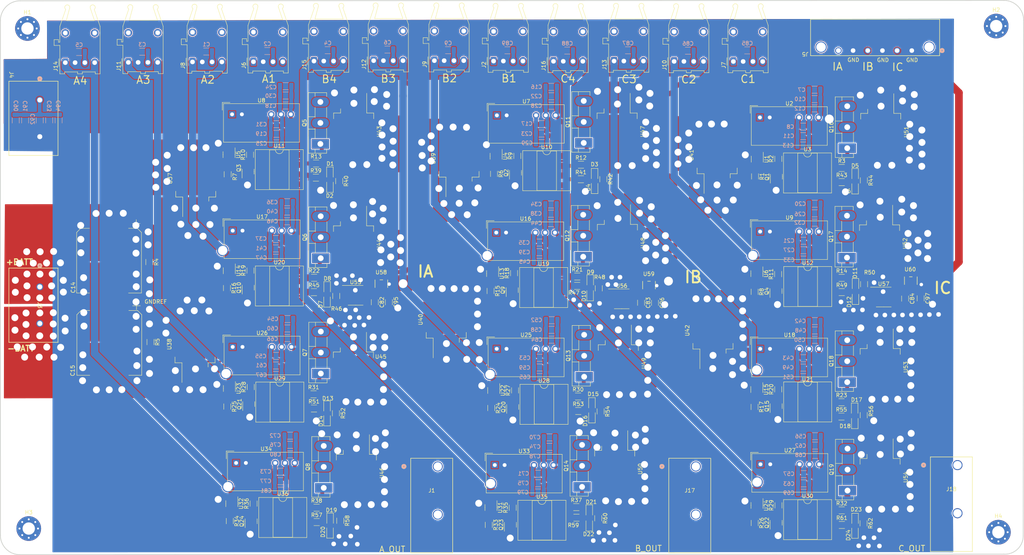
<source format=kicad_pcb>
(kicad_pcb (version 20221018) (generator pcbnew)
  (layers (0 "F.Cu" signal) (1 "In1.Cu" signal) (2 "In2.Cu" signal) (31 "B.Cu" signal) (34 "B.Paste" user) (35 "F.Paste" user) (36 "B.SilkS" user "B.Silkscreen") (37 "F.SilkS" user "F.Silkscreen") (38 "B.Mask" user) (39 "F.Mask" user) (44 "Edge.Cuts" user))
  (net 0 "")
  (net 1 "+5V")
  (net 2 "GND")
  (net 3 "/+15V_C1")
  (net 4 "/C1_E")
  (net 5 "/-15V_C1")
  (net 6 "+BATT")
  (net 7 "GNDREF")
  (net 8 "-BATT")
  (net 9 "/+15V_B1")
  (net 10 "/B1_E")
  (net 11 "/-15V_B1")
  (net 12 "/+15V_A1")
  (net 13 "/A1_E")
  (net 14 "/-15V_A1")
  (net 15 "/+15V_C2")
  (net 16 "/-15V_C2")
  (net 17 "ic_out")
  (net 18 "/+15V_B2")
  (net 19 "/-15V_B2")
  (net 20 "ib_out")
  (net 21 "/+15V_A2")
  (net 22 "/-15V_A2")
  (net 23 "ia_out")
  (net 24 "/+15V_C3")
  (net 25 "/C3_E")
  (net 26 "/-15V_C3")
  (net 27 "/+15V_B3")
  (net 28 "/B3_E")
  (net 29 "/-15V_B3")
  (net 30 "/+15V_A3")
  (net 31 "/A3_E")
  (net 32 "/-15V_A3")
  (net 33 "/+15V_C4")
  (net 34 "/-15V_C4")
  (net 35 "/+15V_B4")
  (net 36 "/-15V_B4")
  (net 37 "/+15V_A4")
  (net 38 "/-15V_A4")
  (net 39 "Net-(Q1-B)")
  (net 40 "Net-(Q1-C)")
  (net 41 "Net-(Q2-B)")
  (net 42 "Net-(Q2-C)")
  (net 43 "Net-(Q3-B)")
  (net 44 "Net-(Q3-C)")
  (net 45 "Net-(Q4-B)")
  (net 46 "Net-(Q4-C)")
  (net 47 "/A1")
  (net 48 "/A2")
  (net 49 "/A3")
  (net 50 "/A4")
  (net 51 "Net-(Q9-B)")
  (net 52 "Net-(Q9-C)")
  (net 53 "Net-(Q10-B)")
  (net 54 "Net-(Q10-C)")
  (net 55 "/B1")
  (net 56 "/B2")
  (net 57 "/B3")
  (net 58 "/B4")
  (net 59 "Net-(Q15-B)")
  (net 60 "Net-(Q15-C)")
  (net 61 "/C1")
  (net 62 "/C2")
  (net 63 "/C3")
  (net 64 "/C4")
  (net 65 "Net-(Q20-B)")
  (net 66 "Net-(Q20-C)")
  (net 67 "Net-(Q21-B)")
  (net 68 "Net-(Q21-C)")
  (net 69 "Net-(Q22-B)")
  (net 70 "Net-(Q22-C)")
  (net 71 "Net-(Q23-B)")
  (net 72 "Net-(Q23-C)")
  (net 73 "Net-(Q24-B)")
  (net 74 "Net-(Q24-C)")
  (net 75 "Net-(R3-Pad1)")
  (net 76 "Net-(R12-Pad1)")
  (net 77 "Net-(R13-Pad1)")
  (net 78 "Net-(R14-Pad1)")
  (net 79 "Net-(R21-Pad1)")
  (net 80 "Net-(R22-Pad1)")
  (net 81 "Net-(R23-Pad1)")
  (net 82 "Net-(R30-Pad1)")
  (net 83 "Net-(R31-Pad1)")
  (net 84 "Net-(R32-Pad1)")
  (net 85 "Net-(R37-Pad1)")
  (net 86 "Net-(R38-Pad1)")
  (net 111 "a_out")
  (net 112 "b_out")
  (net 113 "c_out")
  (net 114 "ia_signal")
  (net 115 "ib_signal")
  (net 116 "ic_signal")
  (net 117 "Net-(J2-Data_Out-Pad1)")
  (net 120 "Net-(J6-Data_Out-Pad1)")
  (net 123 "Net-(J7-Data_Out-Pad1)")
  (net 126 "Net-(J8-Data_Out-Pad1)")
  (net 129 "Net-(J9-Data_Out-Pad1)")
  (net 132 "Net-(J10-Data_Out-Pad1)")
  (net 135 "Net-(J11-Data_Out-Pad1)")
  (net 138 "Net-(J12-Data_Out-Pad1)")
  (net 141 "Net-(R1-Pad1)")
  (net 142 "Net-(R6-Pad1)")
  (net 143 "Net-(R7-Pad1)")
  (net 144 "Net-(R8-Pad1)")
  (net 145 "Net-(R15-Pad1)")
  (net 146 "Net-(R16-Pad1)")
  (net 147 "Net-(R17-Pad1)")
  (net 148 "Net-(R24-Pad1)")
  (net 149 "Net-(R25-Pad1)")
  (net 150 "Net-(R26-Pad1)")
  (net 151 "Net-(R33-Pad1)")
  (net 152 "Net-(R34-Pad1)")
  (net 153 "Net-(U55-VIOUT)")
  (net 154 "Net-(U56-VIOUT)")
  (net 155 "Net-(U57-VIOUT)")
  (net 156 "Net-(D1-A)")
  (net 157 "Net-(D3-A)")
  (net 158 "Net-(D5-A)")
  (net 159 "Net-(D7-A)")
  (net 160 "Net-(D10-A)")
  (net 161 "Net-(D11-A)")
  (net 162 "Net-(D13-A)")
  (net 163 "Net-(D15-A)")
  (net 164 "Net-(D17-A)")
  (net 165 "Net-(D19-A)")
  (net 166 "Net-(D21-A)")
  (net 167 "Net-(D23-A)")
  (net 168 "Net-(J13-Data_Out-Pad1)")
  (net 171 "Net-(J14-Data_Out-Pad1)")
  (net 174 "Net-(J15-Data_Out-Pad1)")
  (net 177 "Net-(J16-Data_Out-Pad1)")
  (footprint "Package_TO_SOT_SMD:TO-263-2" (layer "F.Cu") (at 280.2325 133.1575 -90)
    (fp_text reference "U53")
    (fp_text value "VS-E5TH3006S2L-M3")
  )
  (footprint "Package_TO_SOT_SMD:TO-263-2" (layer "F.Cu") (at 143.51 134.035 -90)
    (fp_text reference "U45")
    (fp_text value "VS-E5TH3006S2L-M3")
  )
  (footprint "Diode_SMD:D_SOD-323" (layer "F.Cu") (at 273.82709 111.72316 -90)
    (fp_text reference "D11")
    (fp_text value "BZX384C18")
  )
  (footprint "Diode_SMD:D_SOD-323" (layer "F.Cu") (at 273.73709 86.54316 90)
    (fp_text reference "D6")
    (fp_text value "BZX384C18")
  )
  (footprint "Package_TO_SOT_SMD:TO-263-2" (layer "F.Cu") (at 143.57 71.95 -90)
    (fp_text reference "U43")
    (fp_text value "VS-E5TH3006S2L-M3")
  )
  (footprint "FYP_Components:CONN_2606-1101_WAG" (layer "F.Cu") (at 232.3899 158.951001)
    (fp_text reference "J17")
    (fp_text value "2606-1101")
  )
  (footprint "Capacitor_SMD:CP_Elec_16x17.5" (layer "F.Cu") (at 80.15 126.8525 -90)
    (fp_text reference "C15")
    (fp_text value "22u")
  )
  (footprint "Diode_SMD:D_SOD-323" (layer "F.Cu") (at 204.72615 174.108869 90)
    (fp_text reference "D22")
    (fp_text value "BZX384C18")
  )
  (footprint "Package_TO_SOT_SMD:SOT-23-5" (layer "F.Cu") (at 111.33 138.7 -90)
    (fp_text reference "U23")
    (fp_text value "74LVC1G04")
  )
  (footprint "FYP_Components:CONN_1827907" (layer "F.Cu") (at 269.3916 50.9074 180)
    (fp_text reference "J5")
    (fp_text value "1827907")
  )
  (footprint "Package_TO_SOT_SMD:TO-263-2" (layer "F.Cu") (at 280.21 161.715 -90)
    (fp_text reference "U54")
    (fp_text value "VS-E5TH3006S2L-M3")
  )
  (footprint "FYP_Components:CONN_2606-1101_WAG" (layer "F.Cu") (at 300.299999 158.6)
    (fp_text reference "J18")
    (fp_text value "2606-1101")
  )
  (footprint "Resistor_SMD:R_1206_3216Metric" (layer "F.Cu") (at 110.69 112.61 -90)
    (fp_text reference "R16")
    (fp_text value "270")
  )
  (footprint "Resistor_SMD:R_1206_3216Metric" (layer "F.Cu") (at 202.57709 80.56316)
    (fp_text reference "R12")
    (fp_text value "50")
  )
  (footprint "Diode_SMD:D_SOD-323" (layer "F.Cu") (at 206.11709 83.14316 -90)
    (fp_text reference "D3")
    (fp_text value "BZX384C18")
  )
  (footprint "Resistor_SMD:R_1206_3216Metric" (layer "F.Cu") (at 139.060276 114.666275 90)
    (fp_text reference "R46")
    (fp_text value "20k")
  )
  (footprint "Resistor_SMD:R_1206_3216Metric" (layer "F.Cu") (at 207.2 112.67316 -90)
    (fp_text reference "R48")
    (fp_text value "20k")
  )
  (footprint "Resistor_SMD:R_1206_3216Metric" (layer "F.Cu") (at 201.82709 140.78316)
    (fp_text reference "R30")
    (fp_text value "50")
  )
  (footprint "Resistor_SMD:R_1206_3216Metric" (layer "F.Cu") (at 133.83 80.24)
    (fp_text reference "R13")
    (fp_text value "50")
  )
  (footprint "Capacitor_SMD:C_1206_3216Metric" (layer "F.Cu") (at 149.07 116.29 -90)
    (fp_text reference "C82")
    (fp_text value "1n")
  )
  (footprint "Resistor_SMD:R_1206_3216Metric" (layer "F.Cu") (at 180.00709 82.93316 -90)
    (fp_text reference "R6")
    (fp_text value "270")
  )
  (footprint "Resistor_SMD:R_1206_3216Metric" (layer "F.Cu") (at 116.86 138.32 90)
    (fp_text reference "R28")
    (fp_text value "270")
  )
  (footprint "Resistor_SMD:R_1206_3216Metric" (layer "F.Cu") (at 138.97 145.1325 -90)
    (fp_text reference "R52")
    (fp_text value "20k")
  )
  (footprint "Package_TO_SOT_SMD:SOT-23" (layer "F.Cu") (at 184.85709 143.50066 90)
    (fp_text reference "Q20")
    (fp_text value "BC846")
  )
  (footprint "Package_TO_SOT_SMD:SOT-23-5" (layer "F.Cu") (at 248.22709 138.96316 -90)
    (fp_text reference "U15")
    (fp_text value "74LVC1G04")
  )
  (footprint "Resistor_SMD:R_1206_3216Metric" (layer "F.Cu") (at 133.31 109.93)
    (fp_text reference "R22")
    (fp_text value "50")
  )
  (footprint "Resistor_SMD:R_1206_3216Metric" (layer "F.Cu") (at 201.61709 109.61316)
    (fp_text reference "R21")
    (fp_text value "50")
  )
  (footprint "Resistor_SMD:R_1206_3216Metric" (layer "F.Cu") (at 247.65709 173.64316 -90)
    (fp_text reference "R26")
    (fp_text value "270")
  )
  (footprint "Resistor_SMD:R_1206_3216Metric" (layer "F.Cu") (at 207.66709 144.65316 -90)
    (fp_text reference "R54")
    (fp_text value "20k")
  )
  (footprint "FYP_Components:DBV5_TEX" (layer "F.Cu") (at 220.2375 111.84 90)
    (fp_text reference "U59")
    (fp_text value "LMV641MF/NOPB")
  )
  (footprint "Resistor_SMD:R_1206_3216Metric" (layer "F.Cu") (at 201.40709 172.25316)
    (fp_text reference "R59")
    (fp_text value "50")
  )
  (footprint "Package_TO_SOT_SMD:SOT-23" (layer "F.Cu") (at 116.2 112.5025 90)
    (fp_text reference "Q10")
    (fp_text value "BC846")
  )
  (footprint "Package_TO_SOT_SMD:TO-263-2" (layer "F.Cu") (at 237.915 78.085 90)
    (fp_text reference "U41")
    (fp_text value "VS-E5TH3006S2L-M3")
  )
  (footprint "Resistor_SMD:R_1206_3216Metric" (layer "F.Cu") (at 184.84709 169.67 90)
    (fp_text reference "R35")
    (fp_text value "270")
  )
  (footprint "Package_TO_SOT_SMD:TO-263-2" (layer "F.Cu") (at 170.92 78.955 90)
    (fp_text reference "U39")
    (fp_text value "VS-E5TH3006S2L-M3")
  )
  (footprint "Package_DIP:DIP-8_W8.89mm_SMDSocket_LongPads" (layer "F.Cu") (at 124.31 112.06)
    (fp_text reference "U20")
    (fp_text value "HCPL-3120")
  )
  (footprint "FYP_Components:DBV5_TEX" (layer "F.Cu") (at 150.765276 111.471275 90)
    (fp_text reference "U58")
    (fp_text value "LMV641MF/NOPB")
  )
  (footprint "Converter_DCDC:Converter_DCDC_Murata_MGJ2DxxxxxxSC_THT" (layer "F.Cu") (at 113.06 158.04)
    (fp_text reference "U34")
    (fp_text value "MGJ2D051515SC")
  )
  (footprint "Package_TO_SOT_THT:TO-3P-3_Vertical" (layer "F.Cu") (at 271.6825 137.0475 90)
    (fp_text reference "Q18")
    (fp_text value "RGCL60TK60")
  )
  (footprint "Resistor_SMD:R_1206_3216Metric" (layer "F.Cu") (at 116.79 108.0625 90)
    (fp_text reference "R19")
    (fp_text value "270")
  )
  (footprint "Resistor_SMD:R_1206_3216Metric" (layer "F.Cu") (at 270.28709 174.15316)
    (fp_text reference "R61")
    (fp_text value "50")
  )
  (footprint "OptoDevice:Broadcom_AFBR-16xxZ_Horizontal" (layer "F.Cu") (at 195.44 53.695 90)
    (fp_text reference "J16")
    (fp_text value "HFBR-2521Z")
  )
  (footprint "Capacitor_SMD:C_1206_3216Metric" (layer "F.Cu") (at 218.17 116.42 -90)
    (fp_text reference "C83")
    (fp_text value "1n")
  )
  (footprint "Package_TO_SOT_SMD:SOT-23-5" (layer "F.Cu") (at 111.23 77.9525 -90)
    (fp_text reference "U5")
    (fp_text value "74LVC1G04")
  )
  (footprint "Package_TO_SOT_SMD:TO-263-2" (layer "F.Cu") (at 280.38 72.055 -90)
    (fp_text reference "U51")
    (fp_text value "VS-E5TH3006S2L-M3")
  )
  (footprint "Diode_SMD:D_SOD-323" (layer "F.Cu") (at 204.97709 110.76566 -90)
    (fp_text reference "D9")
    (fp_text value "BZX384C18")
  )
  (footprint "Resistor_SMD:R_1206_3216Metric" (layer "F.Cu") (at 90.84 126.6325 -90)
    (fp_text reference "R5")
    (fp_text value "20k")
  )
  (footprint "Resistor_SMD:R_1206_3216Metric" (layer "F.Cu") (at 116.68 77.97 90)
    (fp_text reference "R10")
    (fp_text value "270")
  )
  (footprint "Package_DIP:DIP-8_W8.89mm_SMDSocket_LongPads" (layer "F.Cu") (at 193.6825 82.1175)
    (fp_text reference "U10")
    (fp_text value "HCPL-3120")
  )
  (footprint "Package_TO_SOT_THT:TO-3P-3_Vertical" (layer "F.Cu") (at 271.76 165.22 90)
    (fp_text reference "Q19")
    (fp_text value "RGCL60TK60")
  )
  (footprint "Package_DIP:DIP-8_W8.89mm_SMDSocket_LongPads" (layer "F.Cu") (at 192.445 172.94)
    (fp_text reference "U35")
    (fp_text value "HCPL-3120")
  )
  (footprint "Resistor_SMD:R_1206_3216Metric" (layer "F.Cu") (at 270.18709 145.99316)
    (fp_text reference "R55")
    (fp_text value "50")
  )
  (footprint "Resistor_SMD:R_1206_3216Metric" (layer "F.Cu") (at 133.96 169.66)
    (fp_text reference "R38")
    (fp_text value "50")
  )
  (footprint "Package_TO_SOT_SMD:TO-263-2" (layer "F.Cu") (at 211.95 71.955 -90)
    (fp_text reference "U47")
    (fp_text value "VS-E5TH3006S2L-M3")
  )
  (footprint "Package_TO_SOT_SMD:TO-263-2" (layer "F.Cu") (at 236.84 123.63 90)
    (fp_text reference "U42")
    (fp_text value "VS-E5TH3006S2L-M3")
  )
  (footprint "Package_TO_SOT_SMD:TO-263-2" (layer "F.Cu") (at 102.4 127.19 90)
    (fp_text reference "U38")
    (fp_text value "VS-E5TH3006S2L-M3")
  )
  (footprint "Capacitor_SMD:CP_Elec_16x17.5" (layer "F.Cu") (at 80.08 105.4925 -90)
    (fp_text reference "C14")
    (fp_text value "22u")
  )
  (footprint "Resistor_SMD:R_1206_3216Metric" (layer "F.Cu") (at 186.06709 78.27316 90)
    (fp_text reference "R9")
    (fp_text value "270")
  )
  (footprint "FYP_Components:CONN_1714971_PXC" (layer "F.Cu") (at 62.109999 63.753399 -90)
    (fp_text reference "J4")
    (fp_text value "1714971")
  )
  (footprint "MountingHole:MountingHole_3.2mm_M3_Pad_Via" (layer "F.Cu") (at 310.35 44.54)
    (fp_text reference "H2")
    (fp_text value "MountingHole")
  )
  (footprint "Package_TO_SOT_SMD:SOT-23" (layer "F.Cu") (at 184.72709 113.15066 90)
    (fp_text reference "Q9")
    (fp_text value "BC846")
  )
  (footprint "Package_DIP:DIP-8_W8.89mm_SMDSocket_LongPads" (layer "F.Cu") (at 261.4125 142.1925)
    (fp_text reference "U21")
    (fp_text value "HCPL-3120")
  )
  (footprint "Package_TO_SOT_SMD:SOT-23-5" (layer "F.Cu") (at 179.21709 169.62316 -90)
    (fp_text reference "U31")
    (fp_text value "74LVC1G04")
  )
  (footprint "Package_TO_SOT_SMD:SOT-23" (layer "F.Cu") (at 184.25709 174.10316 90)
    (fp_text reference "Q23")
    (fp_text value "BC846")
  )
  (footprint "OptoDevice:Broadcom_AFBR-16xxZ_Horizontal" (layer "F.Cu") (at 68.73 54.035 90)
    (fp_text reference "J14")
    (fp_text value "HFBR-2521Z")
  )
  (footprint "Resistor_SMD:R_1206_3216Metric" (layer "F.Cu") (at 270.25709 170.36316)
    (fp_text reference "R32")
    (fp_text value "50")
  )
  (footprint "Converter_DCDC:Converter_DCDC_Murata_MGJ2DxxxxxxSC_THT" (layer "F.Cu") (at 112.02 67.47)
    (fp_text reference "U8")
    (fp_text value "MGJ2D051515SC")
  )
  (footprint "Package_TO_SOT_SMD:SOT-23" (layer "F.Cu") (at 253.22709 143.28316 90)
    (fp_text reference "Q15")
    (fp_text value "BC846")
  )
  (footprint "Resistor_SMD:R_1206_3216Metric" (layer "F.Cu") (at 139.81709 84.81316 -90)
    (fp_text reference "R40")
    (fp_text value "20k")
  )
  (footprint "Resistor_SMD:R_1206_3216Metric" (layer "F.Cu") (at 111.43 173.14 -90)
    (fp_text reference "R34")
    (fp_text value "270")
  )
  (footprint "Resistor_SMD:R_1206_3216Metric" (layer "F.Cu") (at 110.87 83.05 -90)
    (fp_text reference "R7")
    (fp_text value "270")
  )
  (footprint "OptoDevice:Broadcom_AFBR-16xxZ_Horizontal" (layer "F.Cu") (at 133.27 53.635 90)
    (fp_text reference "J15")
    (fp_text value "HFBR-2521Z")
  )
  (footprint "Diode_SMD:D_SOD-323" (layer "F.Cu") (at 273.74709 83.16316 -90)
    (fp_text reference "D5")
    (fp_text value "BZX384C18")
  )
  (footprint "OptoDevice:Broadcom_AFBR-16xxZ_Horizontal" (layer "F.Cu") (at 117.56 53.805 90)
    (fp_text reference "J6")
    (fp_text value "HFBR-2521Z")
  )
  (footprint "Resistor_SMD:R_1206_3216Metric" (layer "F.Cu") (at 247.64709 113.58316 -90)
    (fp_text reference "R8")
    (fp_text value "270")
  )
  (footprint "Package_TO_SOT_THT:TO-3P-3_Vertical" (layer "F.Cu") (at 135.02 104.85 90)
    (fp_text reference "Q6")
    (fp_text value "RGCL60TK60")
  )
  (footprint "Diode_SMD:D_SOD-323" (layer "F.Cu") (at 204.72709 170.53316 -90)
    (fp_text reference "D21")
    (fp_text value "BZX384C18")
  )
  (footprint "Package_TO_SOT_SMD:SOT-23" (layer "F.Cu") (at 116.35 142.7525 90)
    (fp_text reference "Q21")
    (fp_text value "BC846")
  )
  (footprint "Resistor_SMD:R_1206_3216Metric" (layer "F.Cu") (at 90.55 105.8475 -90)
    (fp_text reference "R4")
    (fp_text value "20k")
  )
  (footprint "Package_TO_SOT_SMD:SOT-23-5" (layer "F.Cu") (at 111.3 108.11 -90)
    (fp_text reference "U14")
    (fp_text value "74LVC1G04")
  )
  (footprint "Converter_DCDC:Converter_DCDC_Murata_MGJ2DxxxxxxSC_THT" (layer "F.Cu") (at 249.0975 128.3975)
    (fp_text reference "U18")
    (fp_text value "MGJ2D051515SC")
  )
  (footprint "OptoDevice:Broadcom_AFBR-16xxZ_Horizontal" (layer "F.Cu") (at 179.89 53.635 90)
    (fp_text reference "J2")
    (fp_text value "HFBR-2521Z")
  )
  (footprint "Package_TO_SOT_SMD:SOT-23-5" (layer "F.Cu") (at 179.63709 108.85316 -90)
    (fp_text reference "U13")
    (fp_text value "74LVC1G04")
  )
  (footprint "Package_TO_SOT_THT:TO-3P-3_Vertical" (layer "F.Cu") (at 135.05 134.81 90)
    (fp_text reference "Q7")
    (fp_text value "RGCL60TK60")
  )
  (footprint "Package_DIP:DIP-8_W8.89mm_SMDSocket_LongPads" (layer "F.Cu") (at 261.3925 172.7675)
    (fp_text reference "U30")
    (fp_text value "HCPL-3120")
  )
  (footprint "Package_TO_SOT_SMD:SOT-23-5" (layer "F.Cu") (at 248.23709 108.86316 -90)
    (fp_text reference "U6")
    (fp_text value "74LVC1G04")
  )
  (footprint "Capacitor_SMD:C_1206_3216Metric" (layer "F.Cu") (at 152.72 116.29 -90)
    (fp_text reference "C95")
    (fp_text value "1n")
  )
  (footprint "Package_TO_SOT_SMD:TO-263-2" (layer "F.Cu") (at 211.32 159.595 -90)
    (fp_text reference "U50")
    (fp_text value "VS-E5TH3006S2L-M3")
  )
  (footprint "Resistor_SMD:R_1206_3216Metric" (layer "F.Cu") (at 201.36709 169.51316)
    (fp_text reference "R37")
    (fp_text value "50")
  )
  (footprint "Diode_SMD:D_SOD-323" (layer "F.Cu") (at 136.67709 146.80066 90)
    (fp_text reference "D14")
    (fp_text value "BZX384C18")
  )
  (footprint "Resistor_SMD:R_1206_3216Metric" (layer "F.Cu") (at 117.6 168.6 90)
    (fp_text reference "R36")
    (fp_text value "270")
  )
  (footprint "Capacitor_SMD:C_1206_3216Metric" (layer "F.Cu") (at 290.73709 115.27316 -90)
    (fp_text reference "C97")
    (fp_text value "1n")
  )
  (footprint "Resistor_SMD:R_1206_3216Metric" (layer "F.Cu") (at 207.05 172.41 -90)
    (fp_text reference "R60")
    (fp_text value "20k")
  )
  (footprint "Package_TO_SOT_THT:TO-3P-3_Vertical" (layer "F.Cu") (at 135.81 164.515 90)
    (fp_text reference "Q8")
    (fp_text value "RGCL60TK60")
  )
  (footprint "Package_TO_SOT_SMD:TO-263-2" (layer "F.Cu") (at 280.07 101.015 -90)
    (fp_text reference "U52")
    (fp_text value "VS-E5TH3006S2L-M3")
  )
  (footprint "Resistor_SMD:R_1206_3216Metric" (layer "F.Cu") (at 185.20709 108.72316 90)
    (fp_text reference "R18")
    (fp_text value "270")
  )
  (footprint "Package_TO_SOT_SMD:TO-263-2" (layer "F.Cu") (at 102.59 84.12 90)
    (fp_text reference "U37")
    (fp_text value "VS-E5TH3006S2L-M3")
  )
  (footprint "Diode_SMD:D_SOD-323" (layer "F.Cu") (at 136.67 115.9575 90)
    (fp_text reference "D7")
    (fp_text value "BZX384C18")
  )
  (footprint "Package_TO_SOT_SMD:SOT-23-5" (layer "F.Cu") (at 179.92709 139.21316 -90)
    (fp_text reference "U22")
    (fp_text value "74LVC1G04")
  )
  (footprint "Diode_SMD:D_SOD-323" (layer "F.Cu") (at 204.95709 114.30316 90)
    (fp_text reference "D10")
    (fp_text value "BZX384C18")
  )
  (footprint "Converter_DCDC:Converter_DCDC_Murata_MGJ2DxxxxxxSC_THT" (layer "F.Cu") (at 180.71 128.395)
    (fp_text reference "U25")
    (fp_text value "MGJ2D051515SC")
  )
  (footprint "Package_DIP:DIP-8_W8.89mm_SMDSocket_LongPads" (layer "F.Cu") (at 192.8825 112.4675)
    (fp_text reference "U19")
    (fp_text value "HCPL-3120")
  )
  (footprint "Diode_SMD:D_SOD-323" (layer "F.Cu") (at 137.45 175.96 90)
    (fp_text reference "D20")
    (fp_text value "BZX384C18")
  )
  (footprint "Resistor_SMD:R_1206_3216Metric" (layer "F.Cu") (at 253.80709 79.03316 90)
    (fp_text reference "R2")
    (fp_text value "270")
  )
  (footprint "OptoDevice:Broadcom_AFBR-16xxZ_Horizontal" (layer "F.Cu") (at 211.16 53.635 90)
    (fp_text reference "J13")
    (fp_text value "HFBR-2521Z")
  )
  (footprint "Package_TO_SOT_SMD:SOT-23-5" (layer "F.Cu") (at 248.33709 79.11316 -90)
    (fp_text reference "U1")
    (fp_text value "74LVC1G04")
  )
  (footprint "Diode_SMD:D_SOD-323" (layer "F.Cu") (at 205.41709 146.03316 90)
    (fp_text reference "D16")
    (fp_text value "BZX384C18")
  )
  (footprint "Package_DIP:DIP-8_W8.89mm_SMDSocket_LongPads" (layer "F.Cu") (at 124.415 142.23)
    (fp_text reference "U29")
    (fp_text value "HCPL-3120")
  )
  (footprint "Package_TO_SOT_THT:TO-3P-3_Vertical" (layer "F.Cu") (at 271.625 104.705 90)
    (fp_text reference "Q17")
    (fp_text value "RGCL60TK60")
  )
  (footprint "Diode_SMD:D_SOD-323" (layer "F.Cu") (at 273.69709 176.01316 90)
    (fp_text reference "D24")
    (fp_text value "BZX384C18")
  )
  (footprint "MountingHole:MountingHole_3.2mm_M3_Pad_Via" (layer "F.Cu") (at 59.242944 175.082944)
    (fp_text reference "H3")
    (fp_text value "MountingHole")
  )
  (footprint "Package_TO_SOT_THT:TO-3P-3_Vertical" (layer "F.Cu") (at 203.4 135.645 90)
    (fp_text reference "Q13")
    (fp_text value "RGCL60TK60")
  )
  (footprint "Resistor_SMD:R_1206_3216Metric" (layer "F.Cu") (at 179.28709 143.76316 -90)
    (fp_text reference "R24")
    (fp_text value "270")
  )
  (footprint "Resistor_SMD:R_1206_3216Metric" (layer "F.Cu") (at 133.7775 83.93)
    (fp_text reference "R39")
    (fp_text value "50")
  )
  (footprint "Package_SO:SOIC-8_3.9x4.9mm_P1.27mm" (layer "F.Cu") (at 213.1575 115.415)
    (fp_text reference "U56")
    (fp_text value "ACS723xLCTR-40AB")
  )
  (footprint "MountingHole:MountingHole_3.2mm_M3_Pad_Via" (layer "F.Cu") (at 310.92 176.03)
    (fp_text reference "H4")
    (fp_text value "MountingHole")
  )
  (footprint "Resistor_SMD:R_1206_3216Metric" (layer "F.Cu") (at 270.24709 109.95316)
    (fp_text reference "R14")
    (fp_text value "50")
  )
  (footprint "Package_TO_SOT_SMD:SOT-23-5" (layer "F.Cu") (at 111.96 168.61 -90)
    (fp_text reference "U32")
    (fp_text value "74LVC1G04")
  )
  (footprint "Resistor_SMD:R_1206_3216Metric" (layer "F.Cu") (at 110.78 143.39 -90)
    (fp_text reference "R25")
    (fp_text value "270")
  )
  (footprint "Package_TO_SOT_SMD:TO-263-2" (layer "F.Cu") (at 143.54 101.26 -90)
    (fp_text reference "U44")
    (fp_text value "VS-E5TH3006S2L-M3")
  )
  (footprint "Diode_SMD:D_SOD-323" (layer "F.Cu") (at 205.41709 142.69316 -90)
    (fp_text reference "D15")
    (fp_text value "BZX384C18")
  )
  (footprint "Resistor_SMD:R_1206_3216Metric" (layer "F.Cu") (at 247.75709 83.60316 -90)
    (fp_text reference "R1")
    (fp_text value "270")
  )
  (footprint "Package_TO_SOT_SMD:TO-263-2" (layer "F.Cu") (at 212.0325 100.8925 -90)
    (fp_text reference "U48")
    (fp_text value "VS-E5TH3006S2L-M3")
  )
  (footprint "Resistor_SMD:R_1206_3216Metric" (layer "F.Cu") (at 247.62709 143.49316 -90)
    (fp_text reference "R17")
    (fp_text value "270")
  )
  (footprint "Resistor_SMD:R_1206_3216Metric" (layer "F.Cu") (at 270.25709 85.09316)
    (fp_text reference "R43")
    (fp_text value "50")
  )
  (footprint "Resistor_SMD:R_1206_3216Metric" (layer "F.Cu") (at 140.09709 173.05316 -90)
    (fp_text reference "R58")
    (fp_text value "20k")
  )
  (footprint "OptoDevice:Broadcom_AFBR-16xxZ_Horizontal" (layer "F.Cu") (at 164.52 53.525 90)
    (fp_text reference "J9")
    (fp_text value "HFBR-2521Z")
  )
  (footprint "Package_DIP:DIP-8_W8.89mm_SMDSocket_LongPads" (layer "F.Cu") (at 124.2775 81.8375)
    (fp_text reference "U11")
    (fp_text value "HCPL-3120")
  )
  (footprint "Resistor_SMD:R_1206_3216Metric" (layer "F.Cu") (at 133.2775 143.9)
    (fp_text reference "R51")
    (fp_text value "50")
  )
  (footprint "Resistor_SMD:R_1206_3216Metric" (layer "F.Cu") (at 133.175 140.2)
    (fp_text reference "R31")
    (fp_text value "50")
  )
  (footprint "Diode_SMD:D_SOD-323" (layer "F.Cu") (at 273.64709 147.51316 90)
    (fp_text reference "D18")
    (fp_text value "BZX384C18")
  )
  (footprint "Resistor_SMD:R_1206_3216Metric" (layer "F.Cu") (at 270.25709 113.66316)
    (fp_text reference "R49")
    (fp_text value "50")
  )
  (footprint "Resistor_SMD:R_1206_3216Metric" (layer "F.Cu") (at 275.95709 145.62316 -90)
    (fp_text reference "R56")
    (fp_text value "20k")
  )
  (footprint "Diode_SMD:D_SOD-323" (layer "F.Cu") (at 273.82709 115.25316 90)
    (fp_text reference "D12")
    (fp_text value "BZX384C18")
  )
  (footprint "Package_TO_SOT_THT:TO-3P-3_Vertical" (layer "F.Cu") (at 134.9375 75.1575 90)
    (fp_text reference "Q5")
    (fp_text value "RGCL60TK60")
  )
  (footprint "Resistor_SMD:R_1206_3216Metric" (layer "F.Cu") (at 201.87709 144.55316)
    (fp_text reference "R53")
    (fp_text value "50")
  )
  (footprint "Resistor_SMD:R_1206_3216Metric" (layer "F.Cu") (at 270.20709 142.26316)
    (fp_text reference "R23")
    (fp_text value "50")
  )
  (footprint "Diode_SMD:D_SOD-323" (layer "F.Cu") (at 206.12709 86.45066 90)
    (fp_text reference "D4")
    (fp_text value "BZX384C18")
  )
  (footprint "OptoDevice:Broadcom_AFBR-16xxZ_Horizontal" (layer "F.Cu") (at 101.75 53.855 90)
    (fp_text reference "J8")
    (fp_text value "HFBR-2521Z")
  )
  (footprint "OptoDevice:Broadcom_AFBR-16xxZ_Horizontal" (layer "F.Cu") (at 242.13 53.745 90)
    (fp_text reference "J7")
    (fp_text value "HFBR-2521Z")
  )
  (footprint "Package_TO_SOT_SMD:SOT-23" (layer "F.Cu") (at 116.17 82.3575 90)
    (fp_text reference "Q3")
    (fp_text value "BC846")
  )
  (footprint "Resistor_SMD:R_1206_3216Metric" (layer "F.Cu") (at 275.91709 173.72316 -90)
    (fp_text reference "R62")
    (fp_text value "20k")
  )
  (footprint "Diode_SMD:D_SOD-323" (layer "F.Cu") (at 273.72709 172.72316 -90)
    (fp_text reference "D23")
    (fp_text value "BZX384C18")
  )
  (footprint "Resistor_SMD:R_1206_3216Metric" (layer "F.Cu") (at 208.38709 84.32316 -90)
    (fp_text reference "R42")
    (fp_text value "20k")
  )
  (footprint "Resistor_SMD:R_1206_3216Metric" (layer "F.Cu") (at 276.00709 84.63316 -90)
    (fp_text reference "R44")
    (fp_text value "20k")
  )
  (footprint "Package_TO_SOT_SMD:SOT-23" (layer "F.Cu") (at 116.96 173.19 90)
    (fp_text reference "Q24")
    (fp_text value "BC846")
  )
  (footprint "Package_TO_SOT_THT:TO-3P-3_Vertical" (layer "F.Cu") (at 202.86 164.25 90)
    (fp_text reference "Q14")
    (fp_text value "RGCL60TK60")
  )
  (footprint "Resistor_SMD:R_1206_3216Metric" (layer "F.Cu") (at 201.58709 112.03316)
    (fp_text reference "R47")
    (fp_text value "50")
  )
  (footprint "Capacitor_SMD:C_1206_3216Metric" (layer "F.Cu") (at 286.70709 115.34316 -90)
    (fp_text reference "C84")
    (fp_text value "1n")
  )
  (footprint "Resistor_SMD:R_1206_3216Metric" (layer "F.Cu") (at 133.27 113.67)
    (fp_text reference "R45")
    (fp_text value "50")
  )
  (footprint "Converter_DCDC:Converter_DCDC_Murata_MGJ2DxxxxxxSC_THT" (layer "F.Cu") (at 249.17 158.385)
    (fp_text reference "U27")
    (fp_text value "MGJ2D051515SC")
  )
  (footprint "OptoDevice:Broadcom_AFBR-16xxZ_Horizontal" (layer "F.Cu") (at 226.75 53.725 90)
    (fp_text reference "J10")
    (fp_text value "HFBR-2521Z")
  )
  (footprint "Resistor_SMD:R_1206_3216Metric" (layer "F.Cu") (at 202.55709 84.34316)
    (fp_text reference "R41")
    (fp_text value "50")
  )
  (footprint "Package_TO_SOT_THT:TO-3P-3_Vertical" (layer "F.Cu") (at 203.2925 74.8975 90)
    (fp_text reference "Q11")
    (fp_text value "RGCL60TK60")
  )
  (footprint "OptoDevice:Broadcom_AFBR-16xxZ_Horizontal" (layer "F.Cu") (at 85.09 53.975 90)
    (fp_text reference "J11")
    (fp_text value "HFBR-2521Z")
  )
  (footprint "Converter_DCDC:Converter_DCDC_Murata_MGJ2DxxxxxxSC_THT" (layer "F.Cu") (at 180.59 98.195)
    (fp_text reference "U16")
    (fp_text value "MGJ2D051515SC")
  )
  (footprint "MountingHole:MountingHole_3.2mm_M3_Pad_Via" (layer "F.Cu") (at 58.902944 45.167056)
    (fp_text reference "H1")
    (fp_text value "MountingHole")
  )
  (footprint "Diode_SMD:D_SOD-323" (layer "F.Cu") (at 137.47 172.68 -90)
    (fp_text reference "D19")
    (fp_text value "BZX384C18")
  )
  (footprint "Resistor_SMD:R_1206_3216Metric" (layer "F.Cu") (at 178.63709 174.13316 -90)
    (fp_text reference "R33")
    (fp_text value "270")
  )
  (footprint "Resistor_SMD:R_1206_3216Metric" (layer "F.Cu") (at 179.10709 113.36316 -90)
    (fp_text reference "R15")
    (fp_text value "270")
  )
  (footprint "Diode_SMD:D_SOD-323" (layer "F.Cu") (at 137.41 82.75 -90)
    (fp_text reference "D1")
    (fp_text value "BZX384C18")
  )
  (footprint "Package_DIP:DIP-8_W8.89mm_SMDSocket_LongPads" (layer "F.Cu") (at 192.985 142.815)
    (fp_text reference "U28")
    (fp_text value "HCPL-3120")
  )
  (footprint "Converter_DCDC:Converter_DCDC_Murata_MGJ2DxxxxxxSC_THT" (layer "F.Cu") (at 180.2125 158.5875)
    (fp_text reference "U33")
    (fp_text value "MGJ2D051515SC")
  )
  (footprint "Converter_DCDC:Converter_DCDC_Murata_MGJ2DxxxxxxSC_THT" (layer "F.Cu") (at 249.0275 68.2825)
    (fp_text reference "U2")
    (fp_text value "MGJ2D051515SC")
  )
  (footprint "Package_TO_SOT_SMD:SOT-23-5" (layer "F.Cu") (at 248.26709 169.07316 -90)
    (fp_text reference "U24")
    (fp_text value "74LVC1G04")
  )
  (footprint "Package_TO_SOT_SMD:SOT-23-5" (layer "F.Cu") (at 180.54709 78.35316 -90)
    (fp_text reference "U4")
    (fp_text value "74LVC1G04")
  )
  (footprint "Resistor_SMD:R_1206_3216Metric" (layer "F.Cu") (at 133.98 173.4)
    (fp_text reference "R57")
    (fp_text value "50")
  )
  (footprint "Package_TO_SOT_SMD:TO-263-2" (layer "F.Cu") (at 167.601971 120.789688 90)
    (fp_text reference "U40")
    (fp_text value "VS-E5TH3006S2L-M3")
  )
  (footprint "FYP_Components:CONN_1714971_PXC" (layer "F.Cu") (at 62.109999 112.293399 -90)
    (fp_text reference "J3")
    (fp_text value "1714971")
  )
  (footprint "OptoDevice:Broadcom_AFBR-16xxZ_Horizontal" (layer "F.Cu") (at 148.76 53.525 90)
    (fp_text reference "J12")
    (fp_text value "HFBR-2521Z")
  )
  (footprint "Package_TO_SOT_SMD:TO-263-2" (layer "F.Cu") (at 144.28 160.635 -90)
    (fp_text reference "U46")
    (fp_text value "VS-E5TH3006S2L-M3")
  )
  (footprint "Package_SO:SOIC-8_3.9x4.9mm_P1.27mm" (layer "F.Cu") (at 144.075 114.485)
    (fp_text reference "U55")
    (fp_text value "ACS723xLCTR-40AB")
  )
  (footprint "Package_TO_SOT_SMD:SOT-23" (layer "F.Cu") (at 253.22709 173.58066 90)
    (fp_text reference "Q22")
    (fp_text value "BC846")
  )
  (footprint "Resistor_SMD:R_1206_3216Metric" (layer "F.Cu") (at 253.74709 108.97566 90)
    (fp_text reference "R11")
    (fp_text value "270")
  )
  (footprint "Resistor_SMD:R_1206_3216Metric" (layer "F.Cu") (at 185.46709 139.19316 90)
    (fp_text reference "R27")
    (fp_text value "270")
  )
  (footprint "Package_TO_SOT_SMD:SOT-23" (layer "F.Cu") (at 185.57709 82.66566 90)
    (fp_text reference "Q2")
    (fp_text value "BC846")
  )
  (footprint "Diode_SMD:D_SOD-323" (layer "F.Cu") (at 273.61709 144.09316 -90)
    (fp_text reference "D17")
    (fp_text value "BZX384C18")
  )
  (footprint "Package_TO_SOT_SMD:TO-263-2" (layer "F.Cu") (at 212.27 132.16 -90)
    (fp_text reference "U49")
    (fp_text value "VS-E5TH3006S2L-M3")
  )
  (footprint "Package_TO_SOT_THT:TO-3P-3_Vertical" (layer "F.Cu") (at 203.1525 104.4675 90)
    (fp_text reference "Q12")
    (fp_text value "RGCL60TK60")
  )
  (footprint "Package_DIP:DIP-8_W8.89mm_SMDSocket_LongPads" (layer "F.Cu") (at 261.3775 82.7025)
    (fp_text reference "U3")
    (fp_text value "HCPL-3120")
  )
  (footprint "Converter_DCDC:Converter_DCDC_Murata_MGJ2DxxxxxxSC_THT" (layer "F.Cu") (at 249.0775 97.9325)
    (fp_text reference "U9")
    (fp_text value "MGJ2D051515SC")
  )
  (footprint "Capacitor_SMD:C_1206_3216Metric" (layer "F.Cu") (at 221.78709 116.45316 -90)
    (fp_text reference "C96")
    (fp_text value "1n")
  )
  (footprint "Package_DIP:DIP-8_W8.89mm_SMDSocket_LongPads" (layer "F.Cu") (at 125.18 172.21)
    (fp_text reference "U36")
    (fp_text value "HCPL-3120")
  )
  (footprint "Resistor_SMD:R_1206_3216Metric" (layer "F.Cu") (at 270.24709 81.40316)
    (fp_text reference "R3")
    (fp_text value "50")
  )
  (footprint "Resistor_SMD:R_1206_3216Metric" (layer "F.Cu") (at 253.83709 169.05566 90)
    (fp_text reference "R29")
    (fp_text value "270")
  )
  (footprint "Package_TO_SOT_SMD:SOT-23" (layer "F.Cu") (at 253.29709 83.68066 90)
    (fp_text reference "Q1")
    (fp_text value "BC846")
  )
  (footprint "Converter_DCDC:Converter_DCDC_Murata_MGJ2DxxxxxxSC_THT" (layer "F.Cu") (at 112.1825 127.8975)
    (fp_text reference "U26")
    (fp_text value "MGJ2D051515SC")
  )
  (footprint "Package_SO:SOIC-8_3.9x4.9mm_P1.27mm" (layer "F.Cu") (at 281.152375 114.937625)
    (fp_text reference "U57")
    (fp_text value "ACS723xLCTR-40AB")
  )
  (footprint "Diode_SMD:D_SOD-323" (layer "F.Cu") (at 136.66709 143.51316 -90)
    (fp_text reference "D13")
    (fp_text value "BZX384C18")
  )
  (footprint "Package_DIP:DIP-8_W8.89mm_SMDSocket_LongPads" (layer "F.Cu") (at 261.4275 112.2225)
    (fp_text reference "U12")
    (fp_text value "HCPL-3120")
  )
  (footprint "Package_TO_SOT_THT:TO-3P-3_Vertical" (layer "F.Cu") (at 271.6875 76.2625 90)
    (fp_text reference "Q16")
    (fp_text value "RGCL60TK60")
  )
  (footprint "Package_TO_SOT_SMD:SOT-23" (layer "F.Cu") (at 253.19709 113.39316 90)
    (fp_text reference "Q4")
    (fp_text value "BC846")
  )
  (footprint "Resistor_SMD:R_1206_3216Metric" (layer "F.Cu") (at 253.78709 138.91316 90)
    (fp_text reference "R20")
    (fp_text value "270")
  )
  (footprint "FYP_Components:DBV5_TEX" (layer "F.Cu") (at 288.189465 110.685785 90)
    (fp_text reference "U60")
    (fp_text value "LMV641MF/NOPB")
  )
  (footprint "Diode_SMD:D_SOD-323" (layer "F.Cu") (at 137.42 86.14 90)
    (fp_text reference "D2")
    (fp_text value "BZX384C18")
  )
  (footprint "FYP_Components:CONN_2606-1101_WAG" (layer "F.Cu") (at 165.4099 158.951001)
    (fp_text reference "J1")
    (fp_text value "2606-1101")
  )
  (footprint "Converter_DCDC:Converter_DCDC_Murata_MGJ2DxxxxxxSC_THT" (layer "F.Cu") (at 180.75 67.735)
    (fp_text reference "U7")
    (fp_text value "MGJ2D051515SC")
  )
  (footprint "Resistor_SMD:R_1206_3216Metric" (layer "F.Cu") (at 276.05709 111.59566 -90)
    (fp_text reference "R50")
    (fp_text value "20k")
  )
  (footprint "Converter_DCDC:Converter_DCDC_Murata_MGJ2DxxxxxxSC_THT" (layer "F.Cu") (at 112.1875 97.6875)
    (fp_text reference "U17")
    (fp_text value "MGJ2D051515SC")
  )
  (footprint "Diode_SMD:D_SOD-323" (layer "F.Cu") (at 136.7 112.55 -90)
    (fp_text reference "D8")
    (fp_text value "BZX384C18")
  )
  (footprint "Capacitor_SMD:C_1206_3216Metric" (layer "B.Cu") (at 260.25709 73.13316 180)
    (fp_text reference "C11")
    (fp_text value "1u")
  )
  (footprint "Capacitor_SMD:C_1206_3216Metric" (layer "B.Cu") (at 192.35709 74.95316 180)
    (fp_text reference "C29")
    (fp_text value "1u")
  )
  (footprint "Capacitor_SMD:C_1206_3216Metric" (layer "B.Cu") (at 123.51709 72.54316 180)
    (fp_text reference "C19")
    (fp_text value "1u")
  )
  (footprint "Capacitor_SMD:C_1206_3216Metric" (layer "B.Cu") (at 88.70209 51.19316 180)
    (fp_text reference "C3")
    (fp_text value "0.1u")
  )
  (footprint "Capacitor_SMD:C_1206_3216Metric" (layer "B.Cu") (at 194.40709 151.40316 180)
    (fp_text reference "C70")
    (fp_text value "1u")
  )
  (footprint "Capacitor_SMD:C_1206_3216Metric" (layer "B.Cu") (at 123.38209 104.74316 180)
    (fp_text reference "C47")
    (fp_text value "1u")
  )
  (footprint "Capacitor_SMD:C_1206_3216Metric" (layer "B.Cu") (at 125.925 60.15316 180)
    (fp_text reference "C24")
    (fp_text value "1u")
  )
  (footprint "Capacitor_SMD:C_1206_3216Metric" (layer "B.Cu") (at 191.84209 133.24316 180)
    (fp_text reference "C59")
    (fp_text value "1u")
  )
  (footprint "Capacitor_SMD:C_1206_3216Metric" (layer "B.Cu") (at 260.38709 163.34316 180)
    (fp_text reference "C63")
    (fp_text value "1u")
  )
  (footprint "Capacitor_SMD:C_1206_3216Metric" (layer "B.Cu") (at 194.86209 60.34316 180)
    (fp_text reference "C16")
    (fp_text value "1u")
  )
  (footprint "Capacitor_SMD:C_1206_3216Metric" (layer "B.Cu") (at 260.27709 133.27316 180)
    (fp_text reference "C49")
    (fp_text value "1u")
  )
  (footprint "Capacitor_SMD:C_1206_3216Metric" (layer "B.Cu") (at 194.39209 156.27316 180)
    (fp_text reference "C78")
    (fp_text value "1u")
  )
  (footprint "Capacitor_SMD:C_1206_3216Metric" (layer "B.Cu") (at 72.32209 51.27316 180)
    (fp_text reference "C5")
    (fp_text value "0.1u")
  )
  (footprint "Capacitor_SMD:C_1206_3216Metric" (layer "B.Cu") (at 260.31709 102.77316 180)
    (fp_text reference "C27")
    (fp_text value "1u")
  )
  (footprint "Capacitor_SMD:C_1206_3216Metric" (layer "B.Cu") (at 194.79209 93.29316 180)
    (fp_text reference "C38")
    (fp_text value "1u")
  )
  (footprint "Capacitor_SMD:C_1206_3216Metric" (layer "B.Cu") (at 194.39709 153.85316 180)
    (fp_text reference "C74")
    (fp_text value "1u")
  )
  (footprint "Capacitor_SMD:C_1206_3216Metric" (layer "B.Cu") (at 123.51209 70.03316 180)
    (fp_text reference "C31")
    (fp_text value "1u")
  )
  (footprint "Capacitor_SMD:C_1206_3216Metric" (layer "B.Cu") (at 194.87709 65.25316 180)
    (fp_text reference "C28")
    (fp_text value "1u")
  )
  (footprint "Capacitor_SMD:C_1206_3216Metric" (layer "B.Cu") (at 191.83709 135.72316 180)
    (fp_text reference "C65")
    (fp_text value "1u")
  )
  (footprint "Capacitor_SMD:C_1206_3216Metric" (layer "B.Cu") (at 194.92709 126.02316 180)
    (fp_text reference "C64")
    (fp_text value "1u")
  )
  (footprint "Capacitor_SMD:C_1206_3216Metric" (layer "B.Cu") (at 263.27709 126.05316 180)
    (fp_text reference "C50")
    (fp_text value "1u")
  )
  (footprint "Capacitor_SMD:C_1206_3216Metric" (layer "B.Cu") (at 123.39209 132.72316 180)
    (fp_text reference "C61")
    (fp_text value "1u")
  )
  (footprint "Capacitor_SMD:C_1206_3216Metric" (layer "B.Cu") (at 123.36709 99.87316 180)
    (fp_text reference "C37")
    (fp_text value "1u")
  )
  (footprint "Capacitor_SMD:C_1206_3216Metric" (layer "B.Cu") (at 191.78709 103.28316 180)
    (fp_text reference "C39")
    (fp_text value "1u")
  )
  (footprint "Capacitor_SMD:C_1206_3216Metric" (layer "B.Cu") (at 263.23709 95.62316 180)
    (fp_text reference "C32")
    (fp_text value "1u")
  )
  (footprint "Capacitor_SMD:C_1206_3216Metric" (layer "B.Cu") (at 183.50209 50.84316 180)
    (fp_text reference "C89")
    (fp_text value "0.1u")
  )
  (footprint "Capacitor_SMD:C_1206_3216Metric" (layer "B.Cu") (at 126.33209 90.30316 180)
    (fp_text reference "C36")
    (fp_text value "1u")
  )
  (footprint "Capacitor_SMD:C_1206_3216Metric" (layer "B.Cu") (at 263.26709 123.62316 180)
    (fp_text reference "C48")
    (fp_text value "1u")
  )
  (footprint "Capacitor_SMD:C_1206_3216Metric" (layer "B.Cu") (at 260.26209 70.67316 180)
    (fp_text reference "C8")
    (fp_text value "1u")
  )
  (footprint "Capacitor_SMD:C_1206_3216Metric" (layer "B.Cu") (at 123.51709 75.01316 180)
    (fp_text reference "C25")
    (fp_text value "1u")
  )
  (footprint "Capacitor_SMD:C_1206_3216Metric" (layer "B.Cu") (at 127.08209 150.95316 180)
    (fp_text reference "C72")
    (fp_text value "1u")
  )
  (footprint "Capacitor_SMD:C_1206_3216Metric" (layer "B.Cu") (at 192.34709 69.99316 180)
    (fp_text reference "C17")
    (fp_text value "1u")
  )
  (footprint "Capacitor_SMD:C_1206_3216Metric" (layer "B.Cu") (at 260.32709 100.32316 180)
    (fp_text reference "C21")
    (fp_text value "1u")
  )
  (footprint "Capacitor_SMD:C_1206_3216Metric" (layer "B.Cu") (at 230.35209 50.93316 180)
    (fp_text reference "C86")
    (fp_text value "0.1u")
  )
  (footprint "Capacitor_SMD:C_1206_3216Metric" (layer "B.Cu") (at 263.32709 151.08316 180)
    (fp_text reference "C56")
    (fp_text value "1u")
  )
  (footprint "Capacitor_SMD:C_1206_3216Metric" (layer "B.Cu") (at 124.56709 162.76316 180)
    (fp_text reference "C77")
    (fp_text value "1u")
  )
  (footprint "Capacitor_SMD:C_1206_3216Metric" (layer "B.Cu") (at 263.27709 121.18316 180)
    (fp_text reference "C42")
    (fp_text value "1u")
  )
  (footprint "Capacitor_SMD:C_1206_3216Metric" (layer "B.Cu") (at 260.24209 75.57316 180)
    (fp_text reference "C13")
    (fp_text value "1u")
  )
  (footprint "Capacitor_SMD:C_1206_3216Metric" (layer "B.Cu") (at 126.40209 120.65316 180)
    (fp_text reference "C54")
    (fp_text value "1u")
  )
  (footprint "Capacitor_SMD:C_1206_3216Metric" (layer "B.Cu") (at 191.84709 130.72316 180)
    (fp_text reference "C53")
    (fp_text value "1u")
  )
  (footprint "Capacitor_SMD:C_1206_3216Metric" (layer "B.Cu") (at 123.38209 102.30316 180)
    (fp_text reference "C41")
    (fp_text value "1u")
  )
  (footprint "Capacitor_SMD:C_1206_3216Metric" (layer "B.Cu") (at 245.74209 50.86316 180)
    (fp_text reference "C85")
    (fp_text value "0.1u")
  )
  (footprint "Capacitor_SMD:C_1206_3216Metric" (layer "B.Cu") (at 55.85709 69.04316 -90)
    (fp_text reference "C90")
    (fp_text value "1u")
  )
  (footprint "Capacitor_SMD:C_1206_3216Metric" (layer "B.Cu") (at 152.36209 50.64316 180)
    (fp_text reference "C6")
    (fp_text value "0.1u")
  )
  (footprint "Capacitor_SMD:C_1206_3216Metric" (layer "B.Cu") (at 260.37709 165.77316 180)
    (fp_text reference "C69")
    (fp_text value "1u")
  )
  (footprint "Capacitor_SMD:C_1206_3216Metric" (layer "B.Cu") (at 126.37709 123.09316 180)
    (fp_text reference "C60")
    (fp_text value "1u")
  )
  (footprint "Capacitor_SMD:C_1206_3216Metric" (layer "B.Cu") (at 126.375 125.59 180)
    (fp_text reference "C66")
    (fp_text value "1u")
  )
  (footprint "Capacitor_SMD:C_1206_3216Metric" (layer "B.Cu") (at 58.29709 69.04316 -90)
    (fp_text reference "C91")
    (fp_text value "1u")
  )
  (footprint "Capacitor_SMD:C_1206_3216Metric" (layer "B.Cu") (at 260.31709 105.21316 180)
    (fp_text reference "C33")
    (fp_text value "1u")
  )
  (footprint "Capacitor_SMD:C_1206_3216Metric" (layer "B.Cu") (at 191.42709 165.72316 180)
    (fp_text reference "C79")
    (fp_text value "1u")
  )
  (footprint "Capacitor_SMD:C_1206_3216Metric" (layer "B.Cu") (at 125.91 65.18 180)
    (fp_text reference "C18")
    (fp_text value "1u")
  )
  (footprint "Capacitor_SMD:C_1206_3216Metric" (layer "B.Cu") (at 136.85209 50.82316 180)
    (fp_text reference "C4")
    (fp_text value "0.1u")
  )
  (footprint "Capacitor_SMD:C_1206_3216Metric" (layer "B.Cu") (at 194.87709 62.78316 180)
    (fp_text reference "C22")
    (fp_text value "1u")
  )
  (footprint "Capacitor_SMD:C_1206_3216Metric" (layer "B.Cu") (at 263.34709 153.53316 180)
    (fp_text reference "C62")
    (fp_text value "1u")
  )
  (footprint "Capacitor_SMD:C_1206_3216Metric" (layer "B.Cu") (at 124.59209 165.24316 180)
    (fp_text reference "C81")
    (fp_text value "1u")
  )
  (footprint "Capacitor_SMD:C_1206_3216Metric" (layer "B.Cu") (at 194.79709 90.87316 180)
    (fp_text reference "C34")
    (fp_text value "1u")
  )
  (footprint "Capacitor_SMD:C_1206_3216Metric" (layer "B.Cu") (at 260.39209 160.93316 180)
    (fp_text reference "C57")
    (fp_text value "1u")
  )
  (footprint "Capacitor_SMD:C_1206_3216Metric" (layer "B.Cu") (at 263.20709 65.93316 180)
    (fp_text reference "C12")
    (fp_text value "1u")
  )
  (footprint "Capacitor_SMD:C_1206_3216Metric" (layer "B.Cu") (at 191.45709 160.85316 180)
    (fp_text reference "C71")
    (fp_text value "1u")
  )
  (footprint "Capacitor_SMD:C_1206_3216Metric" (layer "B.Cu") (at 64.54709 69.01816 -90)
    (fp_text reference "C93")
    (fp_text value "1u")
  )
  (footprint "Capacitor_SMD:C_1206_3216Metric" (layer "B.Cu") (at 263.23709 93.18316 180)
    (fp_text reference "C26")
    (fp_text value "1u")
  )
  (footprint "Capacitor_SMD:C_1206_3216Metric" (layer "B.Cu") (at 126.305 95.25 180)
    (fp_text reference "C46")
    (fp_text value "1u")
  )
  (footprint "Capacitor_SMD:C_1206_3216Metric" (layer "B.Cu") (at 263.21709 61.07316 180)
    (fp_text reference "C7")
    (fp_text value "1u")
  )
  (footprint "Capacitor_SMD:C_1206_3216Metric" (layer "B.Cu") (at 263.35709 155.96316 180)
    (fp_text reference "C68")
    (fp_text value "1u")
  )
  (footprint "Capacitor_SMD:C_1206_3216Metric" (layer "B.Cu") (at 260.26209 135.74316 180)
    (fp_text reference "C51")
    (fp_text value "1u")
  )
  (footprint "Capacitor_SMD:C_1206_3216Metric" (layer "B.Cu") (at 194.98209 120.95316 180)
    (fp_text reference "C52")
    (fp_text value "1u")
  )
  (footprint "Capacitor_SMD:C_1206_3216Metric" (layer "B.Cu") (at 191.78709 105.79316 180)
    (fp_text reference "C45")
    (fp_text value "1u")
  )
  (footprint "Capacitor_SMD:C_1206_3216Metric" (layer "B.Cu") (at 124.59709 160.31316 180)
    (fp_text reference "C73")
    (fp_text value "1u")
  )
  (footprint "Capacitor_SMD:C_1206_3216Metric" (layer "B.Cu") (at 123.43 130.25 180)
    (fp_text reference "C55")
    (fp_text value "1u")
  )
  (footprint "Capacitor_SMD:C_1206_3216Metric" (layer "B.Cu") (at 62.08709 69.01816 -90)
    (fp_text reference "C92")
    (fp_text value "1u")
  )
  (footprint "Capacitor_SMD:C_1206_3216Metric" (layer "B.Cu") (at 66.98709 69.02816 -90)
    (fp_text reference "C94")
    (fp_text value "1u")
  )
  (footprint "Capacitor_SMD:C_1206_3216Metric" (layer "B.Cu") (at 263.21709 63.50316 180)
    (fp_text reference "C10")
    (fp_text value "1u")
  )
  (footprint "Capacitor_SMD:C_1206_3216Metric" (layer "B.Cu") (at 121.17209 51.02316 180)
    (fp_text reference "C2")
    (fp_text value "0.1u")
  )
  (footprint "Capacitor_SMD:C_1206_3216Metric" (layer "B.Cu") (at 127.1 155.81 180)
    (fp_text reference "C80")
    (fp_text value "1u")
  )
  (footprint "Capacitor_SMD:C_1206_3216Metric" (layer "B.Cu") (at 126.31709 92.73316 180)
    (fp_text reference "C40")
    (fp_text value "1u")
  )
  (footprint "Capacitor_SMD:C_1206_3216Metric" (layer "B.Cu") (at 191.45709 163.29316 180)
    (fp_text reference "C75")
    (fp_text value "1u")
  )
  (footprint "Capacitor_SMD:C_1206_3216Metric" (layer "B.Cu") (at 127.08209 153.34316 180)
    (fp_text reference "C76")
    (fp_text value "1u")
  )
  (footprint "Capacitor_SMD:C_1206_3216Metric" (layer "B.Cu") (at 260.26709 130.82316 180)
    (fp_text reference "C43")
    (fp_text value "1u")
  )
  (footprint "Capacitor_SMD:C_1206_3216Metric" (layer "B.Cu") (at 214.79209 50.84316 180)
    (fp_text reference "C87")
    (fp_text value "0.1u")
  )
  (footprint "Capacitor_SMD:C_1206_3216Metric" (layer "B.Cu") (at 263.26709 90.70316 180)
    (fp_text reference "C20")
    (fp_text value "1u")
  )
  (footprint "Capacitor_SMD:C_1206_3216Metric" (layer "B.Cu") (at 192.35709 72.45316 180)
    (fp_text reference "C23")
    (fp_text value "1u")
  )
  (footprint "Capacitor_SMD:C_1206_3216Metric" (layer "B.Cu") (at 191.81209 100.79316 180)
    (fp_text reference "C35")
    (fp_text value "1u")
  )
  (footprint "Capacitor_SMD:C_1206_3216Metric" (layer "B.Cu") (at 194.78459 95.73066 180)
    (fp_text reference "C44")
    (fp_text value "1u")
  )
  (footprint "Capacitor_SMD:C_1206_3216Metric" (layer "B.Cu") (at 168.10209 50.82316 180)
    (fp_text reference "C9")
    (fp_text value "0.1u")
  )
  (footprint "Capacitor_SMD:C_1206_3216Metric" (layer "B.Cu") (at 123.405 135.18316 180)
    (fp_text reference "C67")
    (fp_text value "1u")
  )
  (footprint "Capacitor_SMD:C_1206_3216Metric" (layer "B.Cu") (at 105.32709 51.15316 180)
    (fp_text reference "C1")
    (fp_text value "0.1u")
  )
  (footprint "Capacitor_SMD:C_1206_3216Metric" (layer "B.Cu") (at 199.03209 50.90316 180)
    (fp_text reference "C88")
    (fp_text value "0.1u")
  )
  (footprint "Capacitor_SMD:C_1206_3216Metric" (layer "B.Cu") (at 194.93709 123.45316 180)
    (fp_text reference "C58")
    (fp_text value "1u")
  )
  (footprint "Capacitor_SMD:C_1206_3216Metric" (layer "B.Cu") (at 125.925 62.58316 180)
    (fp_text reference "C30")
    (fp_text value "1u")
  )
  (gr_line (start 312.32 37.87) (end 57.04 37.980001) (stroke (width 0.2)) (layer "Edge.Cuts"))
  (gr_arc (start 312.32 37.87) (mid 315.959955 39.373161) (end 317.470842 43.009893) (stroke (width 0.2)) (layer "Edge.Cuts"))
  (gr_arc (start 56.950785 181.872223) (mid 53.367712 180.392292) (end 51.880566 176.812208) (stroke (width 0.2)) (layer "Edge.Cuts"))
  (gr_arc (start 51.886988 43.080767) (mid 53.40709 39.46316) (end 57.04 37.980001) (stroke (width 0.2)) (layer "Edge.Cuts"))
  (gr_line (start 312.32 181.73) (end 56.950785 181.872223) (stroke (width 0.2)) (layer "Edge.Cuts"))
  (gr_arc (start 317.362583 176.997259) (mid 315.86711 180.456606) (end 312.32 181.729999) (stroke (width 0.2)) (layer "Edge.Cuts"))
  (gr_line (start 51.886988 43.080767) (end 51.880566 176.812208) (stroke (width 0.2)) (layer "Edge.Cuts"))
  (gr_line (start 317.470842 43.009893) (end 317.362583 176.997259) (stroke (width 0.2)) (layer "Edge.Cuts"))
  (gr_text "IC" (at 283.14 56.38) (layer "F.SilkS") (effects (font (size 2 2) (thickness 0.25)) (justify left bottom)))
  (gr_text "IC" (at 293.91709 114.34316) (layer "F.SilkS") (effects (font (size 3 3) (thickness 0.5) bold) (justify left bottom)))
  (gr_text "A1" (at 119.58709 59.41316) (layer "F.SilkS") (effects (font (size 2 2) (thickness 0.25)) (justify left bottom)))
  (gr_text "A4" (at 70.65709 59.90316) (layer "F.SilkS") (effects (font (size 2 2) (thickness 0.25)) (justify left bottom)))
  (gr_text "A_OUT" (at 150.12 181.34) (layer "F.SilkS") (effects (font (size 1.5 1.5) (thickness 0.2) bold) (justify left bottom)))
  (gr_text "C1" (at 243.82709 59.47316) (layer "F.SilkS") (effects (font (size 2 2) (thickness 0.25)) (justify left bottom)))
  (gr_text "B_OUT" (at 216.5 181.12) (layer "F.SilkS") (effects (font (size 1.5 1.5) (thickness 0.2) bold) (justify left bottom)))
  (gr_text "B2" (at 166.32709 59.28316) (layer "F.SilkS") (effects (font (size 2 2) (thickness 0.25)) (justify left bottom)))
  (gr_text "B3" (at 150.45709 59.36316) (layer "F.SilkS") (effects (font (size 2 2) (thickness 0.25)) (justify left bottom)))
  (gr_text "B1" (at 181.76709 59.31316) (layer "F.SilkS") (effects (font (size 2 2) (thickness 0.25)) (justify left bottom)))
  (gr_text "GNDREF" (at 89.2 116.73) (layer "F.SilkS") (effects (font (size 1 1)) (justify left bottom)))
  (gr_text "C_OUT" (at 284.86 181.13) (layer "F.SilkS") (effects (font (size 1.5 1.5) (thickness 0.2) bold) (justify left bottom)))
  (gr_text "+BATT" (at 53.18 106.72) (layer "F.SilkS") (effects (font (size 1.5 1.5) (thickness 0.3) bold) (justify left bottom)))
  (gr_text "C3" (at 212.94709 59.52316) (layer "F.SilkS") (effects (font (size 2 2) (thickness 0.25)) (justify left bottom)))
  (gr_text "A3" (at 87.01709 59.68316) (layer "F.SilkS") (effects (font (size 2 2) (thickness 0.25)) (justify left bottom)))
  (gr_text "-BATT" (at 53.53 129.17) (layer "F.SilkS") (effects (font (size 1.5 1.5) (thickness 0.3) bold) (justify left bottom)))
  (gr_text "IB" (at 275.4 56.26) (layer "F.SilkS") (effects (font (size 2 2) (thickness 0.25)) (justify left bottom)))
  (gr_text "GND" (at 271.65 53.92) (layer "F.SilkS") (effects (font (size 1 1)) (justify left bottom)))
  (gr_text "B4" (at 135.12709 59.49316) (layer "F.SilkS") (effects (font (size 2 2) (thickness 0.25)) (justify left bottom)))
  (gr_text "GND" (at 279.33 53.95) (layer "F.SilkS") (effects (font (size 1 1)) (justify left bottom)))
  (gr_text "IA" (at 159.88709 110.06316) (layer "F.SilkS") (effects (font (size 3 3) (thickness 0.5) bold) (justify left bottom)))
  (gr_text "C2" (at 228.43709 59.57316) (layer "F.SilkS") (effects (font (size 2 2) (thickness 0.25)) (justify left bottom)))
  (gr_text "A2" (at 103.74709 59.63316) (layer "F.SilkS") (effects (font (size 2 2) (thickness 0.25)) (justify left bottom)))
  (gr_text "IB" (at 229.15709 111.52316) (layer "F.SilkS") (effects (font (size 3 3) (thickness 0.5) bold) (justify left bottom)))
  (gr_text "C4" (at 197.10709 59.38316) (layer "F.SilkS") (effects (font (size 2 2) (thickness 0.25)) (justify left bottom)))
  (gr_text "IA" (at 267.66 56.24) (layer "F.SilkS") (effects (font (size 2 2) (thickness 0.25)) (justify left bottom)))
  (gr_text "GND" (at 286.9 53.95) (layer "F.SilkS") (effects (font (size 1 1)) (justify left bottom)))
  (segment (start 151.19 108.46) (end 149.815275 109.834725) (width 1) (layer "F.Cu") (net 1))
  (segment (start 294.57684 107.28316) (end 296.69 105.17) (width 1) (layer "F.Cu") (net 1))
  (segment (start 283.78 57.86) (end 278.92 53) (width 1) (layer "F.Cu") (net 1))
  (segment (start 225.47 108.26) (end 227.07 106.66) (width 1) (layer "F.Cu") (net 1))
  (segment (start 296.69 63.11) (end 291.44 57.86) (width 1) (layer "F.Cu") (net 1))
  (segment (start 149.453975 110.106025) (end 149.815275 110.106025) (width 1) (layer "F.Cu") (net 1))
  (segment (start 146.978725 112.581275) (end 149.453975 110.106025) (width 1) (layer "F.Cu") (net 1))
  (segment (start 149.815275 109.834725) (end 149.815275 110.106025) (width 1) (layer "F.Cu") (net 1))
  (segment (start 247.21 52.88) (end 247.21 53.745) (width 0.25) (layer "F.Cu") (net 1))
  (segment (start 220.94 108.26) (end 225.47 108.26) (width 1) (layer "F.Cu") (net 1))
  (segment (start 146.215276 112.581275) (end 146.978725 112.581275) (width 1) (layer "F.Cu") (net 1))
  (segment (start 225.02 62.67) (end 231.83 55.86) (width 1) (layer "F.Cu") (net 1))
  (segment (start 288.77684 107.28316) (end 294.57684 107.28316) (width 1) (layer "F.Cu") (net 1))
  (segment (start 283.627375 113.032625) (end 287.232374 109.427626) (width 1) (layer "F.Cu") (net 1))
  (segment (start 278.92 53) (end 278.92 49.36) (width 1) (layer "F.Cu") (net 1))
  (segment (start 218.66775 110.47475) (end 215.6325 113.51) (width 1) (layer "F.Cu") (net 1))
  (segment (start 158.62 60.47) (end 158.62 106.78) (width 1) (layer "F.Cu") (net 1))
  (segment (start 278.92 49.36) (end 277.18 47.62) (width 1) (layer "F.Cu") (net 1))
  (segment (start 156.94 108.46) (end 151.19 108.46) (width 1) (layer "F.Cu") (net 1))
  (segment (start 291.44 57.86) (end 283.78 57.86) (width 1) (layer "F.Cu") (net 1))
  (segment (start 227.07 106.66) (end 227.07 84.97) (width 1) (layer "F.Cu") (net 1))
  (segment (start 247.21 53.09) (end 247.21 53.745) (width 1) (layer "F.Cu") (net 1))
  (segment (start 153.84 55.69) (end 158.62 60.47) (width 1) (layer "F.Cu") (net 1))
  (segment (start 219.287499 110.47475) (end 218.66775 110.47475) (width 1) (layer "F.Cu") (net 1))
  (segment (start 219.287499 109.912501) (end 220.94 108.26) (width 1) (layer "F.Cu") (net 1))
  (segment (start 296.69 105.17) (end 296.69 63.11) (width 1) (layer "F.Cu") (net 1))
  (segment (start 153.84 53.525) (end 153.84 55.69) (width 1) (layer "F.Cu") (net 1))
  (segment (start 231.83 55.86) (end 231.83 53.725) (width 1) (layer "F.Cu") (net 1))
  (segment (start 252.68 47.62) (end 247.21 53.09) (width 1) (layer "F.Cu") (net 1))
  (segment (start 277.18 47.62) (end 252.68 47.62) (width 1) (layer "F.Cu") (net 1))
  (segment (start 225.02 82.92) (end 225.02 62.67) (width 1) (layer "F.Cu") (net 1))
  (segment (start 227.07 84.97) (end 225.02 82.92) (width 1) (layer "F.Cu") (net 1))
  (segment (start 112.02 67.47) (end 111.99 67.5) (width 0.5) (layer "F.Cu") (net 1))
  (segment (start 287.232374 109.427626) (end 287.232374 108.827626) (width 1) (layer "F.Cu") (net 1))
  (segment (start 287.232374 108.827626) (end 288.77684 107.28316) (width 1) (layer "F.Cu") (net 1))
  (segment (start 219.287499 110.47475) (end 219.287499 109.912501) (width 1) (layer "F.Cu") (net 1))
  (segment (start 158.62 106.78) (end 156.94 108.46) (width 1) (layer "F.Cu") (net 1))
  (segment (start 55.85709 67.56816) (end 58.29709 67.56816) (width 1) (layer "B.Cu") (net 1))
  (segment (start 64.54709 67.54316) (end 66.97709 67.54316) (width 1) (layer "B.Cu") (net 1))
  (segment (start 58.29709 67.56816) (end 62.06209 67.56816) (width 1) (layer "B.Cu") (net 1))
  (segment (start 247.21709 50.86316) (end 247.21709 53.73791) (width 1) (layer "B.Cu") (net 1))
  (segment (start 138.32709 50.82316) (end 138.32709 53.61209) (width 1) (layer "B.Cu") (net 1))
  (segment (start 122.64709 51.02316) (end 122.64709 53.79791) (width 1) (layer "B.Cu") (net 1))
  (segment (start 200.50709 53.68209) (end 200.52 53.695) (width 0.25) (layer "B.Cu") (net 1))
  (segment (start 169.57709 50.82316) (end 169.57709 53.50209) (width 1) (layer "B.Cu") (net 1))
  (segment (start 138.32709 53.61209) (end 138.35 53.635) (width 0.25) (layer "B.Cu") (net 1))
  (segment (start 231.82709 53.72209) (end 231.83 53.725) (width 0.25) (layer "B.Cu") (net 1))
  (segment (start 184.97709 50.84316) (end 184.97709 53.62791) (width 1) (layer "B.Cu") (net 1))
  (segment (start 216.26709 53.60791) (end 216.24 53.635) (width 0.25) (layer "B.Cu") (net 1))
  (segment (start 62.08709 67.54316) (end 64.54709 67.54316) (width 1) (layer "B.Cu") (net 1))
  (segment (start 62.06209 67.56816) (end 62.08709 67.54316) (width 0.25) (layer "B.Cu") (net 1))
  (segment (start 73.79709 51.27316) (end 73.79709 54.02209) (width 1) (layer "B.Cu") (net 1))
  (segment (start 90.17709 53.96791) (end 90.17 53.975) (width 0.25) (layer "B.Cu") (net 1))
  (segment (start 62.08709 67.54316) (end 62.08709 63.776308) (width 1) (layer "B.Cu") (net 1))
  (segment (start 184.97709 53.62791) (end 184.97 53.635) (width 0.25) (layer "B.Cu") (net 1))
  (segment (start 90.17709 51.19316) (end 90.17709 53.96791) (width 1) (layer "B.Cu") (net 1))
  (segment (start 169.57709 53.50209) (end 169.6 53.525) (width 0.25) (layer "B.Cu") (net 1))
  (segment (start 216.26709 50.84316) (end 216.26709 53.60791) (width 1) (layer "B.Cu") (net 1))
  (segment (start 106.80209 51.15316) (end 106.80209 53.82709) (width 1) (layer "B.Cu") (net 1))
  (segment (start 106.80209 53.82709) (end 106.83 53.855) (width 0.25) (layer "B.Cu") (net 1))
  (segment (start 153.83709 50.64316) (end 153.83709 53.52209) (width 1) (layer "B.Cu") (net 1))
  (segment (start 200.50709 50.90316) (end 200.50709 53.68209) (width 1) (layer "B.Cu") (net 1))
  (segment (start 66.97709 67.54316) (end 66.98709 67.55316) (width 0.25) (layer "B.Cu") (net 1))
  (segment (start 247.21709 53.73791) (end 247.21 53.745) (width 0.25) (layer "B.Cu") (net 1))
  (segment (start 122.64709 53.79791) (end 122.64 53.805) (width 0.25) (layer "B.Cu") (net 1))
  (segment (start 153.83709 53.52209) (end 153.84 53.525) (width 0.25) (layer "B.Cu") (net 1))
  (segment (start 62.106851 63.753399) (end 62.109999 63.753399) (width 0.25) (layer "B.Cu") (net 1))
  (segment (start 73.79709 54.02209) (end 73.81 54.035) (width 0.25) (layer "B.Cu") (net 1))
  (segment (start 62.08709 63.776308) (end 62.109999 63.753399) (width 0.25) (layer "B.Cu") (net 1))
  (segment (start 231.82709 50.93316) (end 231.82709 53.72209) (width 1) (layer "B.Cu") (net 1))
  (segment (start 253.57709 116.88316) (end 254.11709 116.34316) (width 1) (layer "F.Cu") (net 2))
  (segment (start 176.06459 168.48566) (end 178.26709 168.48566) (width 0.8) (layer "F.Cu") (net 2))
  (segment (start 221.73 117.895) (end 221.75 117.875) (width 0.25) (layer "F.Cu") (net 2))
  (segment (start 176.50709 107.71316) (end 176.50959 107.71566) (width 0.8) (layer "F.Cu") (net 2))
  (segment (start 176.50959 107.71566) (end 178.68709 107.71566) (width 0.8) (layer "F.Cu") (net 2))
  (segment (start 178.02709 75.36316) (end 178.02709 75.64566) (width 0.8) (layer "F.Cu") (net 2))
  (segment (start 216.2075 117.895) (end 215.6325 117.32) (width 1) (layer "F.Cu") (net 2))
  (segment (start 253.67709 146.75316) (end 254.17709 146.25316) (width 1) (layer "F.Cu") (net 2))
  (segment (start 244.94709 137.84316) (end 244.96459 137.82566) (width 0.8) (layer "F.Cu") (net 2))
  (segment (start 116.6 146.13) (end 117.3 145.43) (width 1) (layer "F.Cu") (net 2))
  (segment (start 245.13709 167.93316) (end 247.31459 167.93316) (width 0.8) (layer "F.Cu") (net 2))
  (segment (start 117.91 175.36) (end 117.91 174.1275) (width 1) (layer "F.Cu") (net 2))
  (segment (start 117.3075 83.1075) (end 117.12 83.295) (width 1) (layer "F.Cu") (net 2))
  (segment (start 176.82709 137.96316) (end 176.93959 138.07566) (width 0.8) (layer "F.Cu") (net 2))
  (segment (start 245.25459 77.97566) (end 247.38709 77.97566) (width 0.8) (layer "F.Cu") (net 2))
  (segment (start 254.17709 146.25316) (end 254.17709 144.22066) (width 1) (layer "F.Cu") (net 2))
  (segment (start 120.735 173.48) (end 118.5575 173.48) (width 1) (layer "F.Cu") (net 2))
  (segment (start 117.26 113.33) (end 117.15 113.44) (width 1) (layer "F.Cu") (net 2))
  (segment (start 254.17709 176.46316) (end 253.72709 176.91316) (width 1) (layer "F.Cu") (net 2))
  (segment (start 188.37 143.915) (end 188.54 144.085) (width 1) (layer "F.Cu") (net 2))
  (segment (start 187.995 174.215) (end 188 174.21) (width 0.25) (layer "F.Cu") (net 2))
  (segment (start 146.55 115.12) (end 146.55 116.725999) (width 1) (layer "F.Cu") (net 2))
  (segment (start 245.12959 107.72566) (end 247.28709 107.72566) (width 0.8) (layer "F.Cu") (net 2))
  (segment (start 290.66709 116.81816) (end 283.65184 116.81816) (width 1) (layer "F.Cu") (net 2))
  (segment (start 108.40709 167.50316) (end 108.43775 167.4725) (width 0.8) (layer "F.Cu") (net 2))
  (segment (start 185.858596 174.215) (end 187.995 174.215) (width 1) (layer "F.Cu") (net 2))
  (segment (start 185.67709 115.95316) (end 185.67709 114.08816) (width 1) (layer "F.Cu") (net 2))
  (segment (start 146.55 116.725999) (end 147.594001 117.77) (width 1) (layer "F.Cu") (net 2))
  (segment (start 119.845 143.625) (end 119.97 143.5) (width 0.25) (layer "F.Cu") (net 2))
  (segment (start 108.43775 167.4725) (end 111.01 167.4725) (width 0.8) (layer "F.Cu") (net 2))
  (segment (start 185.11 174.963596) (end 185.858596 174.215) (width 1) (layer "F.Cu") (net 2))
  (segment (start 290.91709 111.69316) (end 290.286015 111.062085) (width 0.6) (layer "F.Cu") (net 2))
  (segment (start 256.9325 143.4975) (end 256.9675 143.4625) (width 0.25) (layer "F.Cu") (net 2))
  (segment (start 220.2375 112.4663) (end 220.2375 113.20525) (width 0.6) (layer "F.Cu") (net 2))
  (segment (start 118.5575 173.48) (end 117.91 174.1275) (width 1) (layer "F.Cu") (net 2))
  (segment (start 108.05709 137.64316) (end 108.13775 137.5625) (width 0.8) (layer "F.Cu") (net 2))
  (segment (start 108.22643 106.9725) (end 110.35 106.9725) (width 0.8) (layer "F.Cu") (net 2))
  (segment (start 245.11709 107.71316) (end 245.12959 107.72566) (width 0.8) (layer "F.Cu") (net 2))
  (segment (start 184.96709 116.66316) (end 185.67709 115.95316) (width 1) (layer "F.Cu") (net 2))
  (segment (start 119.97 143.5) (end 117.49 143.5) (width 1) (layer "F.Cu") (net 2))
  (segment (start 119.8325 83.1075) (end 117.3075 83.1075) (width 1) (layer "F.Cu") (net 2))
  (segment (start 108.13775 137.5625) (end 110.38 137.5625) (width 0.8) (layer "F.Cu") (net 2))
  (segment (start 253.22709 87.20316) (end 254.24709 86.18316) (width 1) (layer "F.Cu") (net 2))
  (segment (start 254.11709 116.34316) (end 254.11709 114.36066) (width 1) (layer "F.Cu") (net 2))
  (segment (start 151.32 111.62) (end 150.765276 112.174724) (width 0.6) (layer "F.Cu") (net 2))
  (segment (start 215.6325 116.05) (end 215.6325 117.32) (width 1) (layer "F.Cu") (net 2))
  (segment (start 108.17709 106.92316) (end 108.22643 106.9725) (width 0.8) (layer "F.Cu") (net 2))
  (segment (start 176.03709 168.51316) (end 176.06459 168.48566) (width 0.8) (layer "F.Cu") (net 2))
  (segment (start 290.286015 111.062085) (end 288.385466 111.062085) (width 0.6) (layer "F.Cu") (net 2))
  (segment (start 254.65775 174.0375) (end 254.17709 174.51816) (width 1) (layer "F.Cu") (net 2))
  (segment (start 185.85 143.915) (end 188.37 143.915) (width 1) (layer "F.Cu") (net 2))
  (segment (start 220.7238 111.98) (end 220.2375 112.4663) (width 0.6) (layer "F.Cu") (net 2))
  (segment (start 256.9475 174.0375) (end 254.65775 174.0375) (width 1) (layer "F.Cu") (net 2))
  (segment (start 186.52709 84.97316) (end 186.52709 83.60316) (width 1) (layer "F.Cu") (net 2))
  (segment (start 247.31459 167.93316) (end 247.31709 167.93566) (width 0.8) (layer "F.Cu") (net 2))
  (segment (start 218.17 117.895) (end 221.73 117.895) (width 1) (layer "F.Cu") (net 2))
  (segment (start 189.2375 83.3875) (end 186.74275 83.3875) (width 1) (layer "F.Cu") (net 2))
  (segment (start 108.43816 74.97316) (end 110.28 76.815) (width 0.8) (layer "F.Cu") (net 2))
  (segment (start 254.89275 83.9725) (end 256.9325 83.9725) (width 1) (layer "F.Cu") (net 2))
  (segment (start 293.82709 116.81316) (end 290.67209 116.81316) (width 1) (layer "F.Cu") (net 2))
  (segment (start 184.89709 146.88316) (end 185.85 145.93025) (width 1) (layer "F.Cu") (net 2))
  (segment (start 254.17709 174.51816) (end 254.17709 176.46316) (width 1) (layer "F.Cu") (net 2))
  (segment (start 218.17 117.895) (end 216.2075 117.895) (width 1) (layer "F.Cu") (net 2))
  (segment (start 256.9675 143.4625) (end 254.93525 143.4625) (width 1) (layer "F.Cu") (net 2))
  (segment (start 283.627375 115.572625) (end 283.627375 116.842625) (width 1) (layer "F.Cu") (net 2))
  (segment (start 288.385466 111.062085) (end 288.189465 111.258086) (width 0.6) (layer "F.Cu") (net 2))
  (segment (start 117.49 143.5) (end 117.3 143.69) (width 1) (layer "F.Cu") (net 2))
  (segment (start 186.74275 83.3875) (end 186.52709 83.60316) (width 1) (layer "F.Cu") (net 2))
  (segment (start 178.02709 75.64566) (end 179.59709 77.21566) (width 0.8) (layer "F.Cu") (net 2))
  (segment (start 283.65184 116.81816) (end 283.627375 116.842625) (width 1) (layer "F.Cu") (net 2))
  (segment (start 223.33525 117.875) (end 221.75 117.875) (width 1) (layer "F.Cu") (net 2))
  (segment (start 254.98525 113.4925) (end 256.9825 113.4925) (width 1) (layer "F.Cu") (net 2))
  (segment (start 184.20709 177.55316) (end 185.11 176.65025) (width 1) (layer "F.Cu") (net 2))
  (segment (start 185.67709 114.08816) (end 188.08684 114.08816) (width 1) (layer "F.Cu") (net 2))
  (segment (start 150.765276 112.174724) (end 150.765276 112.836525) (width 0.6) (layer "F.Cu") (net 2))
  (segment (start 185.11 176.65025) (end 185.11 174.963596) (width 1) (layer "F.Cu") (net 2))
  (segment (start 117.3 145.43) (end 117.3 143.69) (width 1) (layer "F.Cu") (net 2))
  (segment (start 290.67209 116.81316) (end 290.66709 116.81816) (width 1) (layer "F.Cu") (net 2))
  (segment (start 288.189465 111.258086) (end 288.189465 112.051035) (width 0.6) (layer "F.Cu") (net 2))
  (segment (start 116.01 85.83) (end 117.12 84.72) (width 1) (layer "F.Cu") (net 2))
  (segment (start 176.93959 138.07566) (end 178.97709 138.07566) (width 0.8) (layer "F.Cu") (net 2))
  (segment (start 222.23 111.98) (end 220.7238 111.98) (width 0.6) (layer "F.Cu") (net 2))
  (segment (start 224.31709 116.89316) (end 223.33525 117.875) (width 1) (layer "F.Cu") (net 2))
  (segment (start 254.93525 143.4625) (end 254.17709 144.22066) (width 1) (layer "F.Cu") (net 2))
  (segment (start 117.12 84.72) (end 117.12 83.295) (width 1) (layer "F.Cu") (net 2))
  (segment (start 147.594001 117.77) (end 152.4 117.77) (width 1) (layer "F.Cu") (net 2))
  (segment (start 254.24709 84.61816) (end 254.89275 83.9725) (width 1) (layer "F.Cu") (net 2))
  (segment (start 254.24709 86.18316) (end 254.24709 84.61816) (width 1) (layer "F.Cu") (net 2))
  (segment (start 245.22709 78.00316) (end 245.25459 77.97566) (width 0.8) (layer "F.Cu") (net 2))
  (segment (start 117.15 115.34) (end 117.15 113.44) (width 1) (layer "F.Cu") (net 2))
  (segment (start 185.85 145.93025) (end 185.85 143.915) (width 1) (layer "F.Cu") (net 2))
  (segment (start 244.96459 137.82566) (end 247.27709 137.82566) (width 0.8) (layer "F.Cu") (net 2))
  (segment (start 119.865 113.33) (end 117.26 113.33) (width 1) (layer "F.Cu") (net 2))
  (segment (start 185.46709 86.03316) (end 186.52709 84.97316) (width 1) (layer "F.Cu") (net 2))
  (segment (start 155.03 117.76) (end 152.41 117.76) (width 1) (layer "F.Cu") (net 2))
  (segment (start 152.64 111.62) (end 151.32 111.62) (width 0.6) (layer "F.Cu") (net 2))
  (segment (start 116.72 176.55) (end 117.91 175.36) (width 1) (layer "F.Cu") (net 2))
  (segment (start 188.08684 114.08816) (end 188.4375 113.7375) (width 1) (layer "F.Cu") (net 2))
  (segment (start 116.01 116.48) (end 117.15 115.34) (width 1) (layer "F.Cu") (net 2))
  (segment (start 254.11709 114.36066) (end 254.98525 113.4925) (width 1) (layer "F.Cu") (net 2))
  (via (at 253.67709 146.75316) (size 2.5) (drill 1.8) (layers "F.Cu" "B.Cu") (remove_unused_layers) (zone_layer_connections "B.Cu") (net 2))
  (via (at 116.6 146.13) (size 2.5) (drill 1.8) (layers "F.Cu" "B.Cu") (remove_unused_layers) (zone_layer_connections "B.Cu") (net 2))
  (via (at 245.22709 78.00316) (size 2.5) (drill 1.8) (layers "F.Cu" "B.Cu") (remove_unused_layers) (zone_layer_connections "B.Cu") (net 2))
  (via (at 244.94709 137.84316) (size 2.5) (drill 1.8) (layers "F.Cu" "B.Cu") (remove_unused_layers) (zone_layer_connections "B.Cu") (net 2))
  (via (at 116.72 176.55) (size 2.5) (drill 1.8) (layers "F.Cu" "B.Cu") (remove_unused_layers) (zone_layer_connections "B.Cu") (net 2))
  (via (at 116.01 85.83) (size 2.5) (drill 1.8) (layers "F.Cu" "B.Cu") (remove_unused_layers) (zone_layer_connections "B.Cu") (net 2))
  (via (at 245.11709 107.71316) (size 2.5) (drill 1.8) (layers "F.Cu" "B.Cu") (remove_unused_layers) (zone_layer_connections "B.Cu") (net 2))
  (via (at 253.22709 87.20316) (size 2.5) (drill 1.8) (layers "F.Cu" "B.Cu") (remove_unused_layers) (zone_layer_connections "B.Cu") (net 2))
  (via (at 245.13709 167.93316) (size 2.5) (drill 1.8) (layers "F.Cu" "B.Cu") (remove_unused_layers) (zone_layer_connections "B.Cu") (net 2))
  (via (at 253.72709 176.91316) (size 2.5) (drill 1.8) (layers "F.Cu" "B.Cu") (remove_unused_layers) (zone_layer_connections "B.Cu") (net 2))
  (via (at 176.82709 137.96316) (size 2.5) (drill 1.8) (layers "F.Cu" "B.Cu") (remove_unused_layers) (zone_layer_connections "B.Cu") (net 2))
  (via (at 116.01 116.48) (size 2.5) (drill 1.8) (layers "F.Cu" "B.Cu") (remove_unused_layers) (zone_layer_connections "B.Cu") (net 2))
  (via (at 108.05709 137.64316) (size 2.5) (drill 1.8) (layers "F.Cu" "B.Cu") (remove_unused_layers) (zone_layer_connections "B.Cu") (net 2))
  (via (at 108.43816 74.97316) (size 2.5) (drill 1.8) (layers "F.Cu" "B.Cu") (remove_unused_layers) (zone_layer_connections "B.Cu") (net 2))
  (via (at 222.23 111.98) (size 1.5) (drill 0.9) (layers "F.Cu" "B.Cu") (net 2))
  (via (at 290.91709 111.69316) (size 1.5) (drill 0.9) (layers "F.Cu" "B.Cu") (net 2))
  (via (at 176.50709 107.71316) (size 2.5) (drill 1.8) (layers "F.Cu" "B.Cu") (remove_unused_layers) (zone_layer_connections "B.Cu") (net 2))
  (via (at 155.03 117.76) (size 2.5) (drill 1.8) (layers "F.Cu" "B.Cu") (net 2))
  (via (at 176.03709 168.51316) (size 2.5) (drill 1.8) (layers "F.Cu" "B.Cu") (remove_unused_layers) (zone_layer_connections "B.Cu") (net 2))
  (via (at 293.82709 116.81316) (size 2.5) (drill 1.8) (layers "F.Cu" "B.Cu") (remove_unused_layers) (zone_layer_connections "B.Cu") (net 2))
  (via (at 253.57709 116.88316) (size 2.5) (drill 1.8) (layers "F.Cu" "B.Cu") (remove_unused_layers) (zone_layer_connections "B.Cu") (net 2))
  (via (at 152.783337 111.579675) (size 1.5) (drill 0.9) (layers "F.Cu" "B.Cu") (net 2))
  (via (at 224.31709 116.89316) (size 2.5) (drill 1.8) (layers "F.Cu" "B.Cu") (remove_unused_layers) (zone_layer_connections "B.Cu") (net 2))
  (via (at 108.40709 167.50316) (size 2.5) (drill 1.8) (layers "F.Cu" "B.Cu") (remove_unused_layers) (zone_layer_connections "B.Cu") (net 2))
  (via (at 184.20709 177.55316) (size 2.5) (drill 1.8) (layers "F.Cu" "B.Cu") (remove_unused_layers) (zone_layer_connections "B.Cu") (net 2))
  (via (at 108.17709 106.92316) (size 2.5) (drill 1.8) (layers "F.Cu" "B.Cu") (remove_unused_layers) (zone_layer_connections "B.Cu") (net 2))
  (via (at 178.02709 75.36316) (size 2.5) (drill 1.8) (layers "F.Cu" "B.Cu") (remove_unused_layers) (zone_layer_connections "B.Cu") (net 2))
  (via (at 184.89709 146.88316) (size 2.5) (drill 1.8) (layers "F.Cu" "B.Cu") (remove_unused_layers) (zone_layer_connections "B.Cu") (net 2))
  (via (at 185.46709 86.03316) (size 2.5) (drill 1.8) (layers "F.Cu" "B.Cu") (remove_unused_layers) (zone_layer_connections "B.Cu") (net 2))
  (via (at 184.96709 116.66316) (size 2.5) (drill 1.8) (layers "F.Cu" "B.Cu") (remove_unused_layers) (zone_layer_connections "B.Cu") (net 2))
  (segment (start 62.08709 73.250491) (end 62.109999 73.2734) (width 0.25) (layer "B.Cu") (net 2))
  (segment (start 264.2675 77.3375) (end 265.8225 78.8925) (width 1) (layer "F.Cu") (net 3))
  (segment (start 264.2675 68.2825) (end 264.2675 77.3375) (width 1) (layer "F.Cu") (net 3))
  (segment (start 264.69209 65.92316) (end 264.68209 65.93316) (width 0.25) (layer "B.Cu") (net 3))
  (segment (start 264.69209 61.07316) (end 264.69209 63.50316) (width 1) (layer "B.Cu") (net 3))
  (segment (start 264.69209 63.50316) (end 264.69209 65.92316) (width 1) (layer "B.Cu") (net 3))
  (segment (start 264.68209 67.86791) (end 264.2675 68.2825) (width 1) (layer "B.Cu") (net 3))
  (segment (start 264.68209 65.93316) (end 264.68209 67.86791) (width 1) (layer "B.Cu") (net 3))
  (segment (start 274.49959 87.60316) (end 276.00709 86.09566) (width 1) (layer "F.Cu") (net 4))
  (segment (start 271.21709 87.60316) (end 274.49959 87.60316) (width 1) (layer "F.Cu") (net 4))
  (via micro (at 289.08 65.51) (size 2.5) (drill 1.8) (layers "F.Cu" "In2.Cu") (remove_unused_layers) (zone_layer_connections "F.Cu" "In2.Cu") (net 4))
  (via micro (at 290.04 103.47) (size 2.5) (drill 1.8) (layers "F.Cu" "In2.Cu") (remove_unused_layers) (zone_layer_connections "F.Cu" "In2.Cu") (net 4))
  (via micro (at 230.54 72.33) (size 2.5) (drill 1.8) (layers "F.Cu" "In2.Cu") (remove_unused_layers) (zone_layer_connections "F.Cu" "In2.Cu") (net 4))
  (via micro (at 289.09 62.32) (size 2.5) (drill 1.8) (layers "F.Cu" "In2.Cu") (remove_unused_layers) (zone_layer_connections "F.Cu" "In2.Cu") (net 4))
  (via micro (at 230.56 79.19) (size 2.5) (drill 1.8) (layers "F.Cu" "In2.Cu") (remove_unused_layers) (zone_layer_connections "F.Cu" "In2.Cu") (net 4))
  (via micro (at 292.53 104.93) (size 2.5) (drill 1.8) (layers "F.Cu" "In2.Cu") (remove_unused_layers) (zone_layer_connections "F.Cu" "In2.Cu") (net 4))
  (via micro (at 236.45 69.99) (size 2.5) (drill 1.8) (layers "F.Cu" "In2.Cu") (remove_unused_layers) (zone_layer_connections "F.Cu" "In2.Cu") (net 4))
  (via micro (at 290.07 100.17) (size 2.5) (drill 1.8) (layers "F.Cu" "In2.Cu") (remove_unused_layers) (zone_layer_connections "F.Cu" "In2.Cu") (net 4))
  (via micro (at 271.21709 87.60316) (size 2.5) (drill 1.8) (layers "F.Cu" "In2.Cu") (remove_unused_layers) (zone_layer_connections "In2.Cu") (net 4))
  (via micro (at 292.57 98.41) (size 2.5) (drill 1.8) (layers "F.Cu" "In2.Cu") (remove_unused_layers) (zone_layer_connections "F.Cu" "In2.Cu") (net 4))
  (via micro (at 286.05 60.69) (size 2.5) (drill 1.8) (layers "F.Cu" "In2.Cu") (remove_unused_layers) (zone_layer_connections "F.Cu" "In2.Cu") (net 4))
  (via micro (at 280.46 65.35) (size 2.5) (drill 1.8) (layers "F.Cu" "In2.Cu") (remove_unused_layers) (zone_layer_connections "F.Cu" "In2.Cu") (net 4))
  (via micro (at 275.08 62.5) (size 2.5) (drill 1.8) (layers "F.Cu" "In2.Cu") (remove_unused_layers) (zone_layer_connections "F.Cu" "In2.Cu") (net 4))
  (via micro (at 239.75 69.99) (size 2.5) (drill 1.8) (layers "F.Cu" "In2.Cu") (remove_unused_layers) (zone_layer_connections "F.Cu" "In2.Cu") (net 4))
  (via micro (at 292.62 101.63) (size 2.5) (drill 1.8) (layers "F.Cu" "In2.Cu") (remove_unused_layers) (zone_layer_connections "F.Cu" "In2.Cu") (net 4))
  (via micro (at 287.42 104.93) (size 2.5) (drill 1.8) (layers "F.Cu" "In2.Cu") (remove_unused_layers) (zone_layer_connections "F.Cu" "In2.Cu") (net 4))
  (via micro (at 227.76 74.01) (size 2.5) (drill 1.8) (layers "F.Cu" "In2.Cu") (remove_unused_layers) (zone_layer_connections "F.Cu" "In2.Cu") (net 4))
  (via micro (at 227.74 80.38) (size 2.5) (drill 1.8) (layers "F.Cu" "In2.Cu") (remove_unused_layers) (zone_layer_connections "F.Cu" "In2.Cu") (net 4))
  (via micro (at 287.46 98.41) (size 2.5) (drill 1.8) (layers "F.Cu" "In2.Cu") (remove_unused_layers) (zone_layer_connections "F.Cu" "In2.Cu") (net 4))
  (via micro (at 233.19 70.04) (size 2.5) (drill 1.8) (layers "F.Cu" "In2.Cu") (remove_unused_layers) (zone_layer_connections "F.Cu" "In2.Cu") (net 4))
  (via micro (at 230.56 75.93) (size 2.5) (drill 1.8) (layers "F.Cu" "In2.Cu") (remove_unused_layers) (zone_layer_connections "F.Cu" "In2.Cu") (net 4))
  (via micro (at 280.38 61.19) (size 2.5) (drill 1.8) (layers "F.Cu" "In2.Cu") (remove_unused_layers) (zone_layer_connections "F.Cu" "In2.Cu") (net 4))
  (via micro (at 287.51 101.63) (size 2.5) (drill 1.8) (layers "F.Cu" "In2.Cu") (remove_unused_layers) (zone_layer_connections "F.Cu" "In2.Cu") (net 4))
  (via micro (at 286.04 64) (size 2.5) (drill 1.8) (layers "F.Cu" "In2.Cu") (remove_unused_layers) (zone_layer_connections "F.Cu" "In2.Cu") (net 4))
  (via micro (at 227.76 77.31) (size 2.5) (drill 1.8) (layers "F.Cu" "In2.Cu") (remove_unused_layers) (zone_layer_connections "F.Cu" "In2.Cu") (net 4))
  (segment (start 261.7275 70.66357) (end 261.73709 70.67316) (width 0.25) (layer "B.Cu") (net 4))
  (segment (start 261.73209 75.55816) (end 261.71709 75.57316) (width 0.25) (layer "B.Cu") (net 4))
  (segment (start 261.73209 65.93316) (end 261.73209 68.27791) (width 1) (layer "B.Cu") (net 4))
  (segment (start 261.73209 68.27791) (end 261.7275 68.2825) (width 0.25) (layer "B.Cu") (net 4))
  (segment (start 261.73709 73.12816) (end 261.73209 73.13316) (width 0.25) (layer "B.Cu") (net 4))
  (segment (start 261.73709 70.67316) (end 261.73709 73.12816) (width 1) (layer "B.Cu") (net 4))
  (segment (start 261.74209 63.50316) (end 261.74209 65.92316) (width 1) (layer "B.Cu") (net 4))
  (segment (start 261.74209 65.92316) (end 261.73209 65.93316) (width 0.25) (layer "B.Cu") (net 4))
  (segment (start 261.7275 68.2825) (end 261.7275 70.66357) (width 1) (layer "B.Cu") (net 4))
  (segment (start 261.73209 73.13316) (end 261.73209 75.55816) (width 1) (layer "B.Cu") (net 4))
  (segment (start 261.74209 61.07316) (end 261.74209 63.50316) (width 1) (layer "B.Cu") (net 4))
  (segment (start 259.1875 70.2675) (end 259.1875 68.2825) (width 1) (layer "F.Cu") (net 5))
  (segment (start 262.52709 73.60709) (end 259.1875 70.2675) (width 1) (layer "F.Cu") (net 5))
  (segment (start 262.52709 84.81709) (end 262.52709 73.60709) (width 1) (layer "F.Cu") (net 5))
  (segment (start 264.2225 86.5125) (end 262.52709 84.81709) (width 1) (layer "F.Cu") (net 5))
  (segment (start 265.8225 86.5125) (end 264.2225 86.5125) (width 1) (layer "F.Cu") (net 5))
  (segment (start 258.78709 70.67316) (end 258.78709 68.68291) (width 1) (layer "B.Cu") (net 5))
  (segment (start 258.78209 70.67816) (end 258.78709 70.67316) (width 0.25) (layer "B.Cu") (net 5))
  (segment (start 258.76709 75.57316) (end 258.76709 73.14816) (width 1) (layer "B.Cu") (net 5))
  (segment (start 258.78209 73.13316) (end 258.78209 70.67816) (width 1) (layer "B.Cu") (net 5))
  (segment (start 258.76709 73.14816) (end 258.78209 73.13316) (width 0.25) (layer "B.Cu") (net 5))
  (segment (start 258.78709 68.68291) (end 259.1875 68.2825) (width 1) (layer "B.Cu") (net 5))
  (segment (start 277.2875 70.8125) (end 277.605 71.13) (width 0.25) (layer "F.Cu") (net 6))
  (via micro (at 146.99 80.53) (size 2.5) (drill 1.8) (layers "F.Cu" "In1.Cu") (remove_unused_layers) (zone_layer_connections "F.Cu" "In1.Cu") (net 6))
  (via micro (at 72.78 103.44) (size 2.5) (drill 1.8) (layers "F.Cu" "In1.Cu") (net 6))
  (via micro (at 58.78 108.96) (size 2.5) (drill 1.8) (layers "F.Cu" "In1.Cu") (net 6))
  (via micro (at 76.7 93.22) (size 2.5) (drill 1.8) (layers "F.Cu" "In1.Cu") (net 6))
  (via micro (at 72.76 99.94) (size 2.5) (drill 1.8) (layers "F.Cu" "In1.Cu") (net 6))
  (via micro (at 219.38 69.49) (size 2.5) (drill 1.8) (layers "F.Cu" "In1.Cu") (net 6))
  (via micro (at 287.92 73.24) (size 2.5) (drill 1.8) (layers "F.Cu" "In1.Cu") (net 6))
  (via micro (at 287.82 79.37) (size 2.5) (drill 1.8) (layers "F.Cu" "In1.Cu") (net 6))
  (via micro (at 62.1 115.17) (size 2.5) (drill 1.8) (layers "F.Cu" "In1.Cu") (net 6))
  (via micro (at 55.76 113.7) (size 2.5) (drill 1.8) (layers "F.Cu" "In1.Cu") (net 6))
  (via micro (at 62.15 108.98) (size 2.5) (drill 1.8) (layers "F.Cu" "In1.Cu") (net 6))
  (via micro (at 219.38 72.63) (size 2.5) (drill 1.8) (layers "F.Cu" "In1.Cu") (net 6))
  (via micro (at 67.47 106.05) (size 2.5) (drill 1.8) (layers "F.Cu" "In1.Cu") (net 6))
  (via micro (at 72.72 96.33) (size 2.5) (drill 1.8) (layers "F.Cu" "In1.Cu") (net 6))
  (via micro (at 219.36 78.98) (size 2.5) (drill 1.8) (layers "F.Cu" "In1.Cu") (net 6))
  (via micro (at 212.11 80.8) (size 2.5) (drill 1.8) (layers "F.Cu" "In1.Cu") (net 6))
  (via micro (at 60.42 106.14) (size 2.5) (drill 1.8) (layers "F.Cu" "In1.Cu") (net 6))
  (via micro (at 62.19 103.17) (size 2.5) (drill 1.8) (layers "F.Cu" "In1.Cu") (net 6))
  (via micro (at 291.09 74.77) (size 2.5) (drill 1.8) (layers "F.Cu" "In1.Cu") (net 6))
  (via micro (at 65.17 112.04) (size 2.5) (drill 1.8) (layers "F.Cu" "In1.Cu") (net 6))
  (via micro (at 279.51 80.71) (size 2.5) (drill 1.8) (layers "F.Cu" "In1.Cu") (net 6))
  (via micro (at 68.22 110.6) (size 2.5) (drill 1.8) (layers "F.Cu" "In1.Cu") (net 6))
  (via micro (at 143.34 80.55) (size 2.5) (drill 1.8) (layers "F.Cu" "In1.Cu") (remove_unused_layers) (zone_layer_connections "F.Cu" "In1.Cu") (net 6))
  (via micro (at 283.27 80.71) (size 2.5) (drill 1.8) (layers "F.Cu" "In1.Cu") (net 6))
  (via micro (at 55.76 110.59) (size 2.5) (drill 1.8) (layers "F.Cu" "In1.Cu") (net 6))
  (via micro (at 63.86 106.1) (size 2.5) (drill 1.8) (layers "F.Cu" "In1.Cu") (net 6))
  (via micro (at 215.87 80.8) (size 2.5) (drill 1.8) (layers "F.Cu" "In1.Cu") (net 6))
  (via micro (at 291.03 80.98) (size 2.5) (drill 1.8) (layers "F.Cu" "In1.Cu") (net 6))
  (via micro (at 68.23 113.65) (size 2.5) (drill 1.8) (layers "F.Cu" "In1.Cu") (net 6))
  (via micro (at 58.81 115.1) (size 2.5) (drill 1.8) (layers "F.Cu" "In1.Cu") (net 6))
  (via micro (at 153.82 74.46) (size 2.5) (drill 1.8) (layers "F.Cu" "In1.Cu") (remove_unused_layers) (zone_layer_connections "F.Cu" "In1.Cu") (net 6))
  (via micro (at 287.92 70.05) (size 2.5) (drill 1.8) (layers "F.Cu" "In1.Cu") (net 6))
  (via micro (at 287.84 76.3) (size 2.5) (drill 1.8) (layers "F.Cu" "In1.Cu") (net 6))
  (via micro (at 58.78 112.04) (size 2.5) (drill 1.8) (layers "F.Cu" "In1.Cu") (net 6))
  (via micro (at 83.78 93.17) (size 2.5) (drill 1.8) (layers "F.Cu" "In1.Cu") (net 6))
  (via micro (at 87.06 99.97) (size 2.5) (drill 1.8) (layers "F.Cu" "In1.Cu") (net 6))
  (via micro (at 58.71 103.15) (size 2.5) (drill 1.8) (layers "F.Cu" "In1.Cu") (net 6))
  (via micro (at 153.79 77.57) (size 2.5) (drill 1.8) (layers "F.Cu" "In1.Cu") (remove_unused_layers) (zone_layer_connections "F.Cu" "In1.Cu") (net 6))
  (via micro (at 222.16 74.27) (size 2.5) (drill 1.8) (layers "F.Cu" "In1.Cu") (net 6))
  (via micro (at 150.92 78.91) (size 2.5) (drill 1.8) (layers "F.Cu" "In1.Cu") (remove_unused_layers) (zone_layer_connections "F.Cu" "In1.Cu") (net 6))
  (via micro (at 65.69 103.1) (size 2.5) (drill 1.8) (layers "F.Cu" "In1.Cu") (net 6))
  (via micro (at 65.33 108.95) (size 2.5) (drill 1.8) (layers "F.Cu" "In1.Cu") (net 6))
  (via micro (at 87.08 103.54) (size 2.5) (drill 1.8) (layers "F.Cu" "In1.Cu") (net 6))
  (via micro (at 222.14 80.62) (size 2.5) (drill 1.8) (layers "F.Cu" "In1.Cu") (net 6))
  (via micro (at 222.16 71.13) (size 2.5) (drill 1.8) (layers "F.Cu" "In1.Cu") (net 6))
  (via micro (at 291.1 77.8) (size 2.5) (drill 1.8) (layers "F.Cu" "In1.Cu") (net 6))
  (via micro (at 153.79 71.2) (size 2.5) (drill 1.8) (layers "F.Cu" "In1.Cu") (remove_unused_layers) (zone_layer_connections "F.Cu" "In1.Cu") (net 6))
  (via micro (at 150.95 72.85) (size 2.5) (drill 1.8) (layers "F.Cu" "In1.Cu") (remove_unused_layers) (zone_layer_connections "F.Cu" "In1.Cu") (net 6))
  (via micro (at 291.06 71.56) (size 2.5) (drill 1.8) (layers "F.Cu" "In1.Cu") (net 6))
  (via micro (at 87.06 96.33) (size 2.5) (drill 1.8) (layers "F.Cu" "In1.Cu") (net 6))
  (via micro (at 150.9 69.69) (size 2.5) (drill 1.8) (layers "F.Cu" "In1.Cu") (remove_unused_layers) (zone_layer_connections "F.Cu" "In1.Cu") (net 6))
  (via micro (at 90.23 101.38) (size 2.5) (drill 1.8) (layers "F.Cu" "In1.Cu") (net 6))
  (via micro (at 65.22 115.17) (size 2.5) (drill 1.8) (layers "F.Cu" "In1.Cu") (net 6))
  (via micro (at 80.11 93.17) (size 2.5) (drill 1.8) (layers "F.Cu" "In1.Cu") (net 6))
  (via micro (at 219.38 75.77) (size 2.5) (drill 1.8) (layers "F.Cu" "In1.Cu") (net 6))
  (via micro (at 56.82 106.19) (size 2.5) (drill 1.8) (layers "F.Cu" "In1.Cu") (net 6))
  (via micro (at 150.95 75.97) (size 2.5) (drill 1.8) (layers "F.Cu" "In1.Cu") (remove_unused_layers) (zone_layer_connections "F.Cu" "In1.Cu") (net 6))
  (via micro (at 153.74 80.64) (size 2.5) (drill 1.8) (layers "F.Cu" "In1.Cu") (remove_unused_layers) (zone_layer_connections "F.Cu" "In1.Cu") (net 6))
  (via micro (at 90.23 98.01) (size 2.5) (drill 1.8) (layers "F.Cu" "In1.Cu") (net 6))
  (via micro (at 222.16 77.41) (size 2.5) (drill 1.8) (layers "F.Cu" "In1.Cu") (net 6))
  (via micro (at 165.68 86.74) (size 2.5) (drill 1.8) (layers "F.Cu" "In2.Cu") (remove_unused_layers) (zone_layer_connections "F.Cu" "In2.Cu") (net 7))
  (via micro (at 104.18 115.7) (size 2.5) (drill 1.8) (layers "F.Cu" "In2.Cu") (remove_unused_layers) (zone_layer_connections "F.Cu" "In2.Cu") (net 7))
  (via micro (at 175.68 112.78) (size 2.5) (drill 1.8) (layers "F.Cu" "In2.Cu") (remove_unused_layers) (zone_layer_connections "F.Cu" "In2.Cu") (net 7))
  (via micro (at 170.96 90.57) (size 2.5) (drill 1.8) (layers "F.Cu" "In2.Cu") (remove_unused_layers) (zone_layer_connections "F.Cu" "In2.Cu") (net 7))
  (via micro (at 73.53 118.98) (size 2.5) (drill 1.8) (layers "F.Cu" "In2.Cu") (remove_unused_layers) (zone_layer_connections "F.Cu" "In2.Cu") (net 7))
  (via micro (at 233.64 89.66) (size 2.5) (drill 1.8) (layers "F.Cu" "In2.Cu") (remove_unused_layers) (zone_layer_connections "F.Cu" "In2.Cu") (net 7))
  (via micro (at 73.58 122.49) (size 2.5) (drill 1.8) (layers "F.Cu" "In2.Cu") (remove_unused_layers) (zone_layer_connections "F.Cu" "In2.Cu") (net 7))
  (via micro (at 232.55 85.96) (size 2.5) (drill 1.8) (layers "F.Cu" "In2.Cu") (remove_unused_layers) (zone_layer_connections "F.Cu" "In2.Cu") (net 7))
  (via micro (at 171 86.68) (size 2.5) (drill 1.8) (layers "F.Cu" "In2.Cu") (remove_unused_layers) (zone_layer_connections "F.Cu" "In2.Cu") (net 7))
  (via micro (at 237.88 85.81) (size 2.5) (drill 1.8) (layers "F.Cu" "In2.Cu") (remove_unused_layers) (zone_layer_connections "F.Cu" "In2.Cu") (net 7))
  (via micro (at 107.43 91.86) (size 2.5) (drill 1.8) (layers "F.Cu" "In2.Cu") (remove_unused_layers) (zone_layer_connections "F.Cu" "In2.Cu") (net 7))
  (via micro (at 90.54 114.08) (size 2.5) (drill 1.8) (layers "F.Cu" "In2.Cu") (remove_unused_layers) (zone_layer_connections "F.Cu" "In2.Cu") (net 7))
  (via micro (at 169.65 112.75) (size 2.5) (drill 1.8) (layers "F.Cu" "In2.Cu") (remove_unused_layers) (zone_layer_connections "F.Cu" "In2.Cu") (net 7))
  (via micro (at 87.11 119.94) (size 2.5) (drill 1.8) (layers "F.Cu" "In2.Cu") (remove_unused_layers) (zone_layer_connections "F.Cu" "In2.Cu") (net 7))
  (via micro (at 90.66 110.48) (size 2.5) (drill 1.8) (layers "F.Cu" "In2.Cu") (remove_unused_layers) (zone_layer_connections "F.Cu" "In2.Cu") (net 7))
  (via micro (at 163.66 112.72) (size 2.5) (drill 1.8) (layers "F.Cu" "In2.Cu") (remove_unused_layers) (zone_layer_connections "F.Cu" "In2.Cu") (net 7))
  (via micro (at 244.61 125.51) (size 2.5) (drill 1.8) (layers "F.Cu" "In2.Cu") (remove_unused_layers) (zone_layer_connections "F.Cu" "In2.Cu") (net 7))
  (via micro (at 244.53 118.54) (size 2.5) (drill 1.8) (layers "F.Cu" "In2.Cu") (remove_unused_layers) (zone_layer_connections "F.Cu" "In2.Cu") (net 7))
  (via micro (at 87.14 108.97) (size 2.5) (drill 1.8) (layers "F.Cu" "In2.Cu") (remove_unused_layers) (zone_layer_connections "F.Cu" "In2.Cu") (net 7))
  (via micro (at 235.3 115.41) (size 2.5) (drill 1.8) (layers "F.Cu" "In2.Cu") (remove_unused_layers) (zone_layer_connections "F.Cu" "In2.Cu") (net 7))
  (via micro (at 98.53 118.56) (size 2.5) (drill 1.8) (layers "F.Cu" "In2.Cu") (remove_unused_layers) (zone_layer_connections "F.Cu" "In2.Cu") (net 7))
  (via micro (at 242.11 89.73) (size 2.5) (drill 1.8) (layers "F.Cu" "In2.Cu") (remove_unused_layers) (zone_layer_connections "F.Cu" "In2.Cu") (net 7))
  (via micro (at 90.58 121.91) (size 2.5) (drill 1.8) (layers "F.Cu" "In2.Cu") (remove_unused_layers) (zone_layer_connections "F.Cu" "In2.Cu") (net 7))
  (via micro (at 166.99 90.64) (size 2.5) (drill 1.8) (layers "F.Cu" "In2.Cu") (remove_unused_layers) (zone_layer_connections "F.Cu" "In2.Cu") (net 7))
  (via micro (at 175.02 90.46) (size 2.5) (drill 1.8) (layers "F.Cu" "In2.Cu") (remove_unused_layers) (zone_layer_connections "F.Cu" "In2.Cu") (net 7))
  (via micro (at 232.42 115.38) (size 2.5) (drill 1.8) (layers "F.Cu" "In2.Cu") (remove_unused_layers) (zone_layer_connections "F.Cu" "In2.Cu") (net 7))
  (via micro (at 97.12 91.88) (size 2.5) (drill 1.8) (layers "F.Cu" "In2.Cu") (remove_unused_layers) (zone_layer_connections "F.Cu" "In2.Cu") (net 7))
  (via micro (at 90.56 118.14) (size 2.5) (drill 1.8) (layers "F.Cu" "In2.Cu") (remove_unused_layers) (zone_layer_connections "F.Cu" "In2.Cu") (net 7))
  (via micro (at 237.9 89.75) (size 2.5) (drill 1.8) (layers "F.Cu" "In2.Cu") (remove_unused_layers) (zone_layer_connections "F.Cu" "In2.Cu") (net 7))
  (via micro (at 102.61 91.83) (size 2.5) (drill 1.8) (layers "F.Cu" "In2.Cu") (remove_unused_layers) (zone_layer_connections "F.Cu" "In2.Cu") (net 7))
  (via micro (at 166.58 112.75) (size 2.5) (drill 1.8) (layers "F.Cu" "In2.Cu") (remove_unused_layers) (zone_layer_connections "F.Cu" "In2.Cu") (net 7))
  (via micro (at 243.13 85.88) (size 2.5) (drill 1.8) (layers "F.Cu" "In2.Cu") (remove_unused_layers) (zone_layer_connections "F.Cu" "In2.Cu") (net 7))
  (via micro (at 238.29 115.41) (size 2.5) (drill 1.8) (layers "F.Cu" "In2.Cu") (remove_unused_layers) (zone_layer_connections "F.Cu" "In2.Cu") (net 7))
  (via micro (at 106 118.56) (size 2.5) (drill 1.8) (layers "F.Cu" "In2.Cu") (remove_unused_layers) (zone_layer_connections "F.Cu" "In2.Cu") (net 7))
  (via micro (at 175.73 116.02) (size 2.5) (drill 1.8) (layers "F.Cu" "In2.Cu") (remove_unused_layers) (zone_layer_connections "F.Cu" "In2.Cu") (net 7))
  (via micro (at 244.53 115.37) (size 2.5) (drill 1.8) (layers "F.Cu" "In2.Cu") (remove_unused_layers) (zone_layer_connections "F.Cu" "In2.Cu") (net 7))
  (via micro (at 175.73 119.36) (size 2.5) (drill 1.8) (layers "F.Cu" "In2.Cu") (remove_unused_layers) (zone_layer_connections "F.Cu" "In2.Cu") (net 7))
  (via micro (at 175.71 122.65) (size 2.5) (drill 1.8) (layers "F.Cu" "In2.Cu") (remove_unused_layers) (zone_layer_connections "F.Cu" "In2.Cu") (net 7))
  (via micro (at 175.87 86.6) (size 2.5) (drill 1.8) (layers "F.Cu" "In2.Cu") (remove_unused_layers) (zone_layer_connections "F.Cu" "In2.Cu") (net 7))
  (via micro (at 102.61 96.1) (size 2.5) (drill 1.8) (layers "F.Cu" "In2.Cu") (remove_unused_layers) (zone_layer_connections "F.Cu" "In2.Cu") (net 7))
  (via micro (at 94.88 120.99) (size 2.5) (drill 1.8) (layers "F.Cu" "In2.Cu") (remove_unused_layers) (zone_layer_connections "F.Cu" "In2.Cu") (net 7))
  (via micro (at 235.51 92.38) (size 2.5) (drill 1.8) (layers "F.Cu" "In2.Cu") (remove_unused_layers) (zone_layer_connections "F.Cu" "In2.Cu") (net 7))
  (via micro (at 73.5 113.63) (size 2.5) (drill 1.8) (layers "F.Cu" "In2.Cu") (remove_unused_layers) (zone_layer_connections "F.Cu" "In2.Cu") (net 7))
  (via micro (at 87.11 123.32) (size 2.5) (drill 1.8) (layers "F.Cu" "In2.Cu") (remove_unused_layers) (zone_layer_connections "F.Cu" "In2.Cu") (net 7))
  (via micro (at 169 93.52) (size 2.5) (drill 1.8) (layers "F.Cu" "In2.Cu") (remove_unused_layers) (zone_layer_connections "F.Cu" "In2.Cu") (net 7))
  (via micro (at 100.35 115.73) (size 2.5) (drill 1.8) (layers "F.Cu" "In2.Cu") (remove_unused_layers) (zone_layer_connections "F.Cu" "In2.Cu") (net 7))
  (via micro (at 172.6 112.79) (size 2.5) (drill 1.8) (layers "F.Cu" "In2.Cu") (remove_unused_layers) (zone_layer_connections "F.Cu" "In2.Cu") (net 7))
  (via micro (at 104.49 99.13) (size 2.5) (drill 1.8) (layers "F.Cu" "In2.Cu") (remove_unused_layers) (zone_layer_connections "F.Cu" "In2.Cu") (net 7))
  (via micro (at 94.84 124.31) (size 2.5) (drill 1.8) (layers "F.Cu" "In2.Cu") (remove_unused_layers) (zone_layer_connections "F.Cu" "In2.Cu") (net 7))
  (via micro (at 240.06 92.45) (size 2.5) (drill 1.8) (layers "F.Cu" "In2.Cu") (remove_unused_layers) (zone_layer_connections "F.Cu" "In2.Cu") (net 7))
  (via micro (at 73.48 109.91) (size 2.5) (drill 1.8) (layers "F.Cu" "In2.Cu") (remove_unused_layers) (zone_layer_connections "F.Cu" "In2.Cu") (net 7))
  (via micro (at 100.55 98.96) (size 2.5) (drill 1.8) (layers "F.Cu" "In2.Cu") (remove_unused_layers) (zone_layer_connections "F.Cu" "In2.Cu") (net 7))
  (via micro (at 173.05 93.56) (size 2.5) (drill 1.8) (layers "F.Cu" "In2.Cu") (remove_unused_layers) (zone_layer_connections "F.Cu" "In2.Cu") (net 7))
  (via micro (at 106.28 96.1) (size 2.5) (drill 1.8) (layers "F.Cu" "In2.Cu") (remove_unused_layers) (zone_layer_connections "F.Cu" "In2.Cu") (net 7))
  (via micro (at 98.72 96.02) (size 2.5) (drill 1.8) (layers "F.Cu" "In2.Cu") (remove_unused_layers) (zone_layer_connections "F.Cu" "In2.Cu") (net 7))
  (via micro (at 244.57 122.04) (size 2.5) (drill 1.8) (layers "F.Cu" "In2.Cu") (remove_unused_layers) (zone_layer_connections "F.Cu" "In2.Cu") (net 7))
  (via micro (at 87.09 116.19) (size 2.5) (drill 1.8) (layers "F.Cu" "In2.Cu") (remove_unused_layers) (zone_layer_connections "F.Cu" "In2.Cu") (net 7))
  (via micro (at 102.21 118.49) (size 2.5) (drill 1.8) (layers "F.Cu" "In2.Cu") (remove_unused_layers) (zone_layer_connections "F.Cu" "In2.Cu") (net 7))
  (via micro (at 241.46 115.38) (size 2.5) (drill 1.8) (layers "F.Cu" "In2.Cu") (remove_unused_layers) (zone_layer_connections "F.Cu" "In2.Cu") (net 7))
  (via micro (at 87.14 112.25) (size 2.5) (drill 1.8) (layers "F.Cu" "In2.Cu") (remove_unused_layers) (zone_layer_connections "F.Cu" "In2.Cu") (net 7))
  (segment (start 134.965 153.615) (end 134.965 153.525) (width 1) (layer "F.Cu") (net 8))
  (segment (start 272.015 154.065) (end 271.76 154.32) (width 2) (layer "F.Cu") (net 8))
  (segment (start 135.81 153.615) (end 134.965 153.615) (width 2) (layer "F.Cu") (net 8))
  (via micro (at 83.4 138.99) (size 2.5) (drill 1.8) (layers "F.Cu" "In2.Cu") (remove_unused_layers) (zone_layer_connections "F.Cu" "In2.Cu") (net 8))
  (via micro (at 209.95709 176.17316) (size 1.8) (drill 1.2) (layers "F.Cu" "In2.Cu") (remove_unused_layers) (zone_layer_connections "F.Cu" "In2.Cu") (net 8))
  (via micro (at 149.26 155.12) (size 2.5) (drill 1.8) (layers "F.Cu" "In2.Cu") (remove_unused_layers) (zone_layer_connections "F.Cu" "In2.Cu") (net 8))
  (via micro (at 275.31709 151.59316) (size 2.5) (drill 1.8) (layers "F.Cu" "In2.Cu") (remove_unused_layers) (zone_layer_connections "F.Cu" "In2.Cu") (net 8))
  (via micro (at 141.38709 179.07316) (size 1.8) (drill 1.2) (layers "F.Cu" "In2.Cu") (remove_unused_layers) (zone_layer_connections "F.Cu" "In2.Cu") (net 8))
  (via micro (at 285.44709 151.84316) (size 2.5) (drill 1.8) (layers "F.Cu" "In2.Cu") (remove_unused_layers) (zone_layer_connections "F.Cu" "In2.Cu") (net 8))
  (via micro (at 205.84709 150.18316) (size 2.5) (drill 1.8) (layers "F.Cu" "In2.Cu") (remove_unused_layers) (zone_layer_connections "F.Cu" "In2.Cu") (net 8))
  (via micro (at 151.7 153.41) (size 2.5) (drill 1.8) (layers "F.Cu" "In2.Cu") (remove_unused_layers) (zone_layer_connections "F.Cu" "In2.Cu") (net 8))
  (via micro (at 58.18 130.55) (size 2.5) (drill 1.8) (layers "F.Cu" "In2.Cu") (remove_unused_layers) (zone_layer_connections "F.Cu" "In2.Cu") (net 8))
  (via micro (at 144.52709 179.14316) (size 1.8) (drill 1.2) (layers "F.Cu" "In2.Cu") (remove_unused_layers) (zone_layer_connections "F.Cu" "In2.Cu") (net 8))
  (via micro (at 138.38709 179.07316) (size 1.8) (drill 1.2) (layers "F.Cu" "In2.Cu") (remove_unused_layers) (zone_layer_connections "F.Cu" "In2.Cu") (net 8))
  (via micro (at 211.49709 174.15316) (size 1.8) (drill 1.2) (layers "F.Cu" "In2.Cu") (remove_unused_layers) (zone_layer_connections "F.Cu" "In2.Cu") (net 8))
  (via micro (at 280.06709 175.48316) (size 1.8) (drill 1.2) (layers "F.Cu" "In2.Cu") (remove_unused_layers) (zone_layer_connections "F.Cu" "In2.Cu") (net 8))
  (via micro (at 211.3 153.96) (size 2.5) (drill 1.8) (layers "F.Cu" "In2.Cu") (remove_unused_layers) (zone_layer_connections "F.Cu" "In2.Cu") (net 8))
  (via micro (at 60.22 127.89) (size 2.5) (drill 1.8) (layers "F.Cu" "In2.Cu") (remove_unused_layers) (zone_layer_connections "F.Cu" "In2.Cu") (net 8))
  (via micro (at 68.67 120.43) (size 2.5) (drill 1.8) (layers "F.Cu" "In2.Cu") (remove_unused_layers) (zone_layer_connections "F.Cu" "In2.Cu") (net 8))
  (via micro (at 73.21 136.67) (size 2.5) (drill 1.8) (layers "F.Cu" "In2.Cu") (remove_unused_layers) (zone_layer_connections "F.Cu" "In2.Cu") (net 8))
  (via micro (at 144.43709 174.78316) (size 1.8) (drill 1.2) (layers "F.Cu" "In2.Cu") (remove_unused_layers) (zone_layer_connections "F.Cu" "In2.Cu") (net 8))
  (via micro (at 207.24709 176.10316) (size 1.8) (drill 1.2) (layers "F.Cu" "In2.Cu") (remove_unused_layers) (zone_layer_connections "F.Cu" "In2.Cu") (net 8))
  (via micro (at 144.29 154.27) (size 2.5) (drill 1.8) (layers "F.Cu" "In2.Cu") (remove_unused_layers) (zone_layer_connections "F.Cu" "In2.Cu") (net 8))
  (via micro (at 68.7 123.76) (size 2.5) (drill 1.8) (layers "F.Cu" "In2.Cu") (remove_unused_layers) (zone_layer_connections "F.Cu" "In2.Cu") (net 8))
  (via micro (at 76.8 139.05) (size 2.5) (drill 1.8) (layers "F.Cu" "In2.Cu") (remove_unused_layers) (zone_layer_connections "F.Cu" "In2.Cu") (net 8))
  (via micro (at 151.81 150.2) (size 2.5) (drill 1.8) (layers "F.Cu" "In2.Cu") (remove_unused_layers) (zone_layer_connections "F.Cu" "In2.Cu") (net 8))
  (via micro (at 65.79 130.57) (size 2.5) (drill 1.8) (layers "F.Cu" "In2.Cu") (remove_unused_layers) (zone_layer_connections "F.Cu" "In2.Cu") (net 8))
  (via micro (at 56.26 127.89) (size 2.5) (drill 1.8) (layers "F.Cu" "In2.Cu") (remove_unused_layers) (zone_layer_connections "F.Cu" "In2.Cu") (net 8))
  (via micro (at 87.33 128.98) (size 2.5) (drill 1.8) (layers "F.Cu" "In2.Cu") (remove_unused_layers) (zone_layer_connections "F.Cu" "In2.Cu") (net 8))
  (via micro (at 90.57 131.12) (size 2.5) (drill 1.8) (layers "F.Cu" "In2.Cu") (remove_unused_layers) (zone_layer_connections "F.Cu" "In2.Cu") (net 8))
  (via micro (at 142.82709 177.03316) (size 1.8) (drill 1.2) (layers "F.Cu" "In2.Cu") (remove_unused_layers) (zone_layer_connections "F.Cu" "In2.Cu") (net 8))
  (via micro (at 280.03709 179.61316) (size 1.8) (drill 1.2) (layers "F.Cu" "In2.Cu") (remove_unused_layers) (zone_layer_connections "F.Cu" "In2.Cu") (net 8))
  (via micro (at 65.61 125.07) (size 2.5) (drill 1.8) (layers "F.Cu" "In2.Cu") (remove_unused_layers) (zone_layer_connections "F.Cu" "In2.Cu") (net 8))
  (via micro (at 58.55 125.02) (size 2.5) (drill 1.8) (layers "F.Cu" "In2.Cu") (remove_unused_layers) (zone_layer_connections "F.Cu" "In2.Cu") (net 8))
  (via micro (at 216.75 153.94) (size 2.5) (drill 1.8) (layers "F.Cu" "In2.Cu") (remove_unused_layers) (zone_layer_connections "F.Cu" "In2.Cu") (net 8))
  (via micro (at 61.95 130.55) (size 2.5) (drill 1.8) (layers "F.Cu" "In2.Cu") (remove_unused_layers) (zone_layer_connections "F.Cu" "In2.Cu") (net 8))
  (via micro (at 55.64 120.3) (size 2.5) (drill 1.8) (layers "F.Cu" "In2.Cu") (remove_unused_layers) (zone_layer_connections "F.Cu" "In2.Cu") (net 8))
  (via micro (at 202.10709 150.13316) (size 2.5) (drill 1.8) (layers "F.Cu" "In2.Cu") (remove_unused_layers) (zone_layer_connections "F.Cu" "In2.Cu") (net 8))
  (via micro (at 280.37709 151.56316) (size 2.5) (drill 1.8) (layers "F.Cu" "In2.Cu") (remove_unused_layers) (zone_layer_connections "F.Cu" "In2.Cu") (net 8))
  (via micro (at 139.3 150.75) (size 2.5) (drill 1.8) (layers "F.Cu" "In2.Cu") (remove_unused_layers) (zone_layer_connections "F.Cu" "In2.Cu") (net 8))
  (via micro (at 67.52 128.01) (size 2.5) (drill 1.8) (layers "F.Cu" "In2.Cu") (remove_unused_layers) (zone_layer_connections "F.Cu" "In2.Cu") (net 8))
  (via micro (at 73.29 129.94) (size 2.5) (drill 1.8) (layers "F.Cu" "In2.Cu") (remove_unused_layers) (zone_layer_connections "F.Cu" "In2.Cu") (net 8))
  (via micro (at 80.13 139.03) (size 2.5) (drill 1.8) (layers "F.Cu" "In2.Cu") (remove_unused_layers) (zone_layer_connections "F.Cu" "In2.Cu") (net 8))
  (via micro (at 62.12 119.07) (size 2.5) (drill 1.8) (layers "F.Cu" "In2.Cu") (remove_unused_layers) (zone_layer_connections "F.Cu" "In2.Cu") (net 8))
  (via micro (at 274.66709 179.56316) (size 1.8) (drill 1.2) (layers "F.Cu" "In2.Cu") (remove_unused_layers) (zone_layer_connections "F.Cu" "In2.Cu") (net 8))
  (via micro (at 275.34 155.85) (size 2.5) (drill 1.8) (layers "F.Cu" "In2.Cu") (remove_unused_layers) (zone_layer_connections "F.Cu" "In2.Cu") (net 8))
  (via micro (at 216.7 150.8) (size 2.5) (drill 1.8) (layers "F.Cu" "In2.Cu") (remove_unused_layers) (zone_layer_connections "F.Cu" "In2.Cu") (net 8))
  (via micro (at 87.33 136.67) (size 2.5) (drill 1.8) (layers "F.Cu" "In2.Cu") (remove_unused_layers) (zone_layer_connections "F.Cu" "In2.Cu") (net 8))
  (via micro (at 139.42 154.85) (size 2.5) (drill 1.8) (layers "F.Cu" "In2.Cu") (remove_unused_layers) (zone_layer_connections "F.Cu" "In2.Cu") (net 8))
  (via micro (at 149.22 151.69) (size 2.5) (drill 1.8) (layers "F.Cu" "In2.Cu") (remove_unused_layers) (zone_layer_connections "F.Cu" "In2.Cu") (net 8))
  (via micro (at 211.41 150.29) (size 2.5) (drill 1.8) (layers "F.Cu" "In2.Cu") (remove_unused_layers) (zone_layer_connections "F.Cu" "In2.Cu") (net 8))
  (via micro (at 73.26 133.29) (size 2.5) (drill 1.8) (layers "F.Cu" "In2.Cu") (remove_unused_layers) (zone_layer_connections "F.Cu" "In2.Cu") (net 8))
  (via micro (at 63.92 127.93) (size 2.5) (drill 1.8) (layers "F.Cu" "In2.Cu") (remove_unused_layers) (zone_layer_connections "F.Cu" "In2.Cu") (net 8))
  (via micro (at 139.77 177.1) (size 1.8) (drill 1.2) (layers "F.Cu" "In2.Cu") (remove_unused_layers) (zone_layer_connections "F.Cu" "In2.Cu") (net 8))
  (via micro (at 211.39709 178.14316) (size 1.8) (drill 1.2) (layers "F.Cu" "In2.Cu") (remove_unused_layers) (zone_layer_connections "F.Cu" "In2.Cu") (net 8))
  (via micro (at 278.63709 177.47316) (size 1.8) (drill 1.2) (layers "F.Cu" "In2.Cu") (remove_unused_layers) (zone_layer_connections "F.Cu" "In2.Cu") (net 8))
  (via micro (at 280.24 155.83) (size 2.5) (drill 1.8) (layers "F.Cu" "In2.Cu") (remove_unused_layers) (zone_layer_connections "F.Cu" "In2.Cu") (net 8))
  (via micro (at 58.54 119.09) (size 2.5) (drill 1.8) (layers "F.Cu" "In2.Cu") (remove_unused_layers) (zone_layer_connections "F.Cu" "In2.Cu") (net 8))
  (via micro (at 288.28709 150.34316) (size 2.5) (drill 1.8) (layers "F.Cu" "In2.Cu") (remove_unused_layers) (zone_layer_connections "F.Cu" "In2.Cu") (net 8))
  (via micro (at 285.49709 155.71316) (size 2.5) (drill 1.8) (layers "F.Cu" "In2.Cu") (remove_unused_layers) (zone_layer_connections "F.Cu" "In2.Cu") (net 8))
  (via micro (at 208.56709 178.09316) (size 1.8) (drill 1.2) (layers "F.Cu" "In2.Cu") (remove_unused_layers) (zone_layer_connections "F.Cu" "In2.Cu") (net 8))
  (via micro (at 288.21709 154.04316) (size 2.5) (drill 1.8) (layers "F.Cu" "In2.Cu") (remove_unused_layers) (zone_layer_connections "F.Cu" "In2.Cu") (net 8))
  (via micro (at 65.61 119.01) (size 2.5) (drill 1.8) (layers "F.Cu" "In2.Cu") (remove_unused_layers) (zone_layer_connections "F.Cu" "In2.Cu") (net 8))
  (via micro (at 90.59 134.79) (size 2.5) (drill 1.8) (layers "F.Cu" "In2.Cu") (remove_unused_layers) (zone_layer_connections "F.Cu" "In2.Cu") (net 8))
  (via micro (at 87.3 132.75) (size 2.5) (drill 1.8) (layers "F.Cu" "In2.Cu") (remove_unused_layers) (zone_layer_connections "F.Cu" "In2.Cu") (net 8))
  (via micro (at 277.19709 179.58316) (size 1.8) (drill 1.2) (layers "F.Cu" "In2.Cu") (remove_unused_layers) (zone_layer_connections "F.Cu" "In2.Cu") (net 8))
  (via micro (at 65.59 121.94) (size 2.5) (drill 1.8) (layers "F.Cu" "In2.Cu") (remove_unused_layers) (zone_layer_connections "F.Cu" "In2.Cu") (net 8))
  (via micro (at 135.28 150.43) (size 2.5) (drill 1.8) (layers "F.Cu" "In2.Cu") (remove_unused_layers) (zone_layer_connections "F.Cu" "In2.Cu") (net 8))
  (via micro (at 276.00709 177.44316) (size 1.8) (drill 1.2) (layers "F.Cu" "In2.Cu") (remove_unused_layers) (zone_layer_connections "F.Cu" "In2.Cu") (net 8))
  (via micro (at 205.76709 178.20316) (size 1.8) (drill 1.2) (layers "F.Cu" "In2.Cu") (remove_unused_layers) (zone_layer_connections "F.Cu" "In2.Cu") (net 8))
  (via micro (at 62.1 125.01) (size 2.5) (drill 1.8) (layers "F.Cu" "In2.Cu") (remove_unused_layers) (zone_layer_connections "F.Cu" "In2.Cu") (net 8))
  (via micro (at 58.52 122.06) (size 2.5) (drill 1.8) (layers "F.Cu" "In2.Cu") (remove_unused_layers) (zone_layer_connections "F.Cu" "In2.Cu") (net 8))
  (via micro (at 144.26 150.75) (size 2.5) (drill 1.8) (layers "F.Cu" "In2.Cu") (remove_unused_layers) (zone_layer_connections "F.Cu" "In2.Cu") (net 8))
  (via micro (at 55.67 123.55) (size 2.5) (drill 1.8) (layers "F.Cu" "In2.Cu") (remove_unused_layers) (zone_layer_connections "F.Cu" "In2.Cu") (net 8))
  (via micro (at 206.72 153.97) (size 2.5) (drill 1.8) (layers "F.Cu" "In2.Cu") (remove_unused_layers) (zone_layer_connections "F.Cu" "In2.Cu") (net 8))
  (via micro (at 219.26 149.27) (size 2.5) (drill 1.8) (layers "F.Cu" "In2.Cu") (remove_unused_layers) (zone_layer_connections "F.Cu" "In2.Cu") (net 8))
  (via micro (at 219.28 152.35) (size 2.5) (drill 1.8) (layers "F.Cu" "In2.Cu") (remove_unused_layers) (zone_layer_connections "F.Cu" "In2.Cu") (net 8))
  (segment (start 261.86709 160.93316) (end 261.86709 163.33816) (width 1) (layer "B.Cu") (net 8))
  (segment (start 125.625 157.905) (end 125.76 158.04) (width 1) (layer "B.Cu") (net 8))
  (segment (start 261.86709 163.33816) (end 261.86209 163.34316) (width 0.25) (layer "B.Cu") (net 8))
  (segment (start 261.87209 155.95316) (end 261.88209 155.96316) (width 0.25) (layer "B.Cu") (net 8))
  (segment (start 192.93209 160.85316) (end 192.93209 158.60709) (width 1) (layer "B.Cu") (net 8))
  (segment (start 261.88209 155.96316) (end 261.88209 158.37291) (width 1) (layer "B.Cu") (net 8))
  (segment (start 126.055 165.41) (end 126.055 162.77607) (width 1) (layer "B.Cu") (net 8))
  (segment (start 125.615 150.96107) (end 125.615 155.8) (width 1) (layer "B.Cu") (net 8))
  (segment (start 126.055 162.77607) (end 126.04209 162.76316) (width 1) (layer "B.Cu") (net 8))
  (segment (start 125.60709 150.95316) (end 125.615 150.96107) (width 1) (layer "B.Cu") (net 8))
  (segment (start 192.90209 165.72316) (end 192.90209 163.32316) (width 1) (layer "B.Cu") (net 8))
  (segment (start 126.085 165.38) (end 126.055 165.41) (width 0.25) (layer "B.Cu") (net 8))
  (segment (start 125.615 155.8) (end 125.625 155.81) (width 0.25) (layer "B.Cu") (net 8))
  (segment (start 192.93209 158.60709) (end 192.9125 158.5875) (width 0.25) (layer "B.Cu") (net 8))
  (segment (start 261.88209 158.37291) (end 261.87 158.385) (width 0.25) (layer "B.Cu") (net 8))
  (segment (start 261.86209 165.76316) (end 261.85209 165.77316) (width 0.25) (layer "B.Cu") (net 8))
  (segment (start 126.04209 158.32209) (end 125.76 158.04) (width 1) (layer "B.Cu") (net 8))
  (segment (start 192.90209 163.32316) (end 192.93209 163.29316) (width 0.25) (layer "B.Cu") (net 8))
  (segment (start 126.04209 162.76316) (end 126.04209 158.32209) (width 1) (layer "B.Cu") (net 8))
  (segment (start 261.86709 160.93316) (end 261.86709 158.38791) (width 1) (layer "B.Cu") (net 8))
  (segment (start 192.92209 153.85316) (end 192.92209 156.26816) (width 1) (layer "B.Cu") (net 8))
  (segment (start 192.91709 158.58291) (end 192.9125 158.5875) (width 0.25) (layer "B.Cu") (net 8))
  (segment (start 261.87209 153.53316) (end 261.87209 155.95316) (width 1) (layer "B.Cu") (net 8))
  (segment (start 261.85209 151.08316) (end 261.85209 153.51316) (width 1) (layer "B.Cu") (net 8))
  (segment (start 192.92209 156.26816) (end 192.91709 156.27316) (width 0.25) (layer "B.Cu") (net 8))
  (segment (start 192.93209 151.40316) (end 192.93209 153.84316) (width 1) (layer "B.Cu") (net 8))
  (segment (start 261.86709 158.38791) (end 261.87 158.385) (width 0.25) (layer "B.Cu") (net 8))
  (segment (start 261.85209 153.51316) (end 261.87209 153.53316) (width 0.25) (layer "B.Cu") (net 8))
  (segment (start 125.625 155.81) (end 125.625 157.905) (width 1) (layer "B.Cu") (net 8))
  (segment (start 192.91709 156.27316) (end 192.91709 158.58291) (width 1) (layer "B.Cu") (net 8))
  (segment (start 192.93209 153.84316) (end 192.92209 153.85316) (width 0.25) (layer "B.Cu") (net 8))
  (segment (start 192.93209 160.85316) (end 192.93209 163.29316) (width 1) (layer "B.Cu") (net 8))
  (segment (start 261.86209 163.34316) (end 261.86209 165.76316) (width 1) (layer "B.Cu") (net 8))
  (segment (start 198.1275 69.8725) (end 195.99 67.735) (width 1) (layer "F.Cu") (net 9))
  (segment (start 198.1275 78.3075) (end 198.1275 69.8725) (width 1) (layer "F.Cu") (net 9))
  (segment (start 196.33709 60.34316) (end 196.33709 62.76816) (width 1) (layer "B.Cu") (net 9))
  (segment (start 196.35209 65.25316) (end 196.35209 67.37291) (width 1) (layer "B.Cu") (net 9))
  (segment (start 196.33709 62.76816) (end 196.35209 62.78316) (width 0.25) (layer "B.Cu") (net 9))
  (segment (start 196.35209 67.37291) (end 195.99 67.735) (width 1) (layer "B.Cu") (net 9))
  (segment (start 196.35209 62.78316) (end 196.35209 65.25316) (width 1) (layer "B.Cu") (net 9))
  (segment (start 206.67209 87.50066) (end 208.38709 85.78566) (width 1) (layer "F.Cu") (net 10))
  (segment (start 203.2925 63.9975) (end 203.2925 63.9925) (width 0.6) (layer "F.Cu") (net 10))
  (segment (start 203.71459 87.50066) (end 206.67209 87.50066) (width 1) (layer "F.Cu") (net 10))
  (segment (start 203.3 63.99) (end 203.2925 63.9975) (width 2) (layer "F.Cu") (net 10))
  (segment (start 168.39 80.14) (end 168.065 80.14) (width 2) (layer "F.Cu") (net 10))
  (via micro (at 224.45 105.5) (size 2.5) (drill 1.8) (layers "F.Cu" "In2.Cu") (remove_unused_layers) (zone_layer_connections "F.Cu" "In2.Cu") (net 10))
  (via micro (at 212.1 61.07) (size 2.5) (drill 1.8) (layers "F.Cu" "In2.Cu") (remove_unused_layers) (zone_layer_connections "F.Cu" "In2.Cu") (net 10))
  (via micro (at 163.66 76.31) (size 2.5) (drill 1.8) (layers "F.Cu" "In2.Cu") (remove_unused_layers) (zone_layer_connections "F.Cu" "In2.Cu") (net 10))
  (via micro (at 220.42 65.31) (size 2.5) (drill 1.8) (layers "F.Cu" "In2.Cu") (remove_unused_layers) (zone_layer_connections "F.Cu" "In2.Cu") (net 10))
  (via micro (at 221.99 100.74) (size 2.5) (drill 1.8) (layers "F.Cu" "In2.Cu") (remove_unused_layers) (zone_layer_connections "F.Cu" "In2.Cu") (net 10))
  (via micro (at 206.86 61.5) (size 2.5) (drill 1.8) (layers "F.Cu" "In2.Cu") (remove_unused_layers) (zone_layer_connections "F.Cu" "In2.Cu") (net 10))
  (via micro (at 217.6 63.73) (size 2.5) (drill 1.8) (layers "F.Cu" "In2.Cu") (remove_unused_layers) (zone_layer_connections "F.Cu" "In2.Cu") (net 10))
  (via micro (at 219.38 98.98) (size 2.5) (drill 1.8) (layers "F.Cu" "In2.Cu") (remove_unused_layers) (zone_layer_connections "F.Cu" "In2.Cu") (net 10))
  (via micro (at 219.34 105.5) (size 2.5) (drill 1.8) (layers "F.Cu" "In2.Cu") (remove_unused_layers) (zone_layer_connections "F.Cu" "In2.Cu") (net 10))
  (via micro (at 163.68 73.06) (size 2.5) (drill 1.8) (layers "F.Cu" "In2.Cu") (remove_unused_layers) (zone_layer_connections "F.Cu" "In2.Cu") (net 10))
  (via micro (at 172.87 70.85) (size 2.5) (drill 1.8) (layers "F.Cu" "In2.Cu") (remove_unused_layers) (zone_layer_connections "F.Cu" "In2.Cu") (net 10))
  (via micro (at 221.96 104.04) (size 2.5) (drill 1.8) (layers "F.Cu" "In2.Cu") (remove_unused_layers) (zone_layer_connections "F.Cu" "In2.Cu") (net 10))
  (via micro (at 161.23 74.74) (size 2.5) (drill 1.8) (layers "F.Cu" "In2.Cu") (remove_unused_layers) (zone_layer_connections "F.Cu" "In2.Cu") (net 10))
  (via micro (at 224.49 98.98) (size 2.5) (drill 1.8) (layers "F.Cu" "In2.Cu") (remove_unused_layers) (zone_layer_connections "F.Cu" "In2.Cu") (net 10))
  (via micro (at 212.05 64.8) (size 2.5) (drill 1.8) (layers "F.Cu" "In2.Cu") (remove_unused_layers) (zone_layer_connections "F.Cu" "In2.Cu") (net 10))
  (via micro (at 203.71459 87.50066) (size 2.5) (drill 1.8) (layers "F.Cu" "In2.Cu") (remove_unused_layers) (zone_layer_connections "In2.Cu") (net 10))
  (via micro (at 165.89 70.8) (size 2.5) (drill 1.8) (layers "F.Cu" "In2.Cu") (remove_unused_layers) (zone_layer_connections "F.Cu" "In2.Cu") (net 10))
  (via micro (at 161.39 81.4) (size 2.5) (drill 1.8) (layers "F.Cu" "In2.Cu") (remove_unused_layers) (zone_layer_connections "F.Cu" "In2.Cu") (net 10))
  (via micro (at 169.39 70.78) (size 2.5) (drill 1.8) (layers "F.Cu" "In2.Cu") (remove_unused_layers) (zone_layer_connections "F.Cu" "In2.Cu") (net 10))
  (via micro (at 220.49 62.02) (size 2.5) (drill 1.8) (layers "F.Cu" "In2.Cu") (remove_unused_layers) (zone_layer_connections "F.Cu" "In2.Cu") (net 10))
  (via micro (at 217.61 60.42) (size 2.5) (drill 1.8) (layers "F.Cu" "In2.Cu") (remove_unused_layers) (zone_layer_connections "F.Cu" "In2.Cu") (net 10))
  (via micro (at 224.54 102.2) (size 2.5) (drill 1.8) (layers "F.Cu" "In2.Cu") (remove_unused_layers) (zone_layer_connections "F.Cu" "In2.Cu") (net 10))
  (via micro (at 161.35 78.17) (size 2.5) (drill 1.8) (layers "F.Cu" "In2.Cu") (remove_unused_layers) (zone_layer_connections "F.Cu" "In2.Cu") (net 10))
  (via micro (at 163.68 79.61) (size 2.5) (drill 1.8) (layers "F.Cu" "In2.Cu") (remove_unused_layers) (zone_layer_connections "F.Cu" "In2.Cu") (net 10))
  (via micro (at 219.43 102.2) (size 2.5) (drill 1.8) (layers "F.Cu" "In2.Cu") (remove_unused_layers) (zone_layer_connections "F.Cu" "In2.Cu") (net 10))
  (segment (start 193.82209 69.99316) (end 193.79709 69.96816) (width 1) (layer "B.Cu") (net 10))
  (segment (start 193.83209 72.45316) (end 193.83209 74.95316) (width 1) (layer "B.Cu") (net 10))
  (segment (start 193.79709 68.08209) (end 193.45 67.735) (width 1) (layer "B.Cu") (net 10))
  (segment (start 193.82209 69.99316) (end 193.82209 72.44316) (width 1) (layer "B.Cu") (net 10))
  (segment (start 193.82209 72.44316) (end 193.83209 72.45316) (width 0.25) (layer "B.Cu") (net 10))
  (segment (start 193.79709 69.96816) (end 193.79709 68.08209) (width 1) (layer "B.Cu") (net 10))
  (segment (start 193.40209 60.35816) (end 193.38709 60.34316) (width 0.25) (layer "B.Cu") (net 10))
  (segment (start 193.40209 65.25316) (end 193.40209 62.78316) (width 1) (layer "B.Cu") (net 10))
  (segment (start 193.45 67.735) (end 193.45 65.30107) (width 1) (layer "B.Cu") (net 10))
  (segment (start 193.40209 62.78316) (end 193.40209 60.35816) (width 1) (layer "B.Cu") (net 10))
  (segment (start 193.45 65.30107) (end 193.40209 65.25316) (width 0.25) (layer "B.Cu") (net 10))
  (segment (start 195.00709 84.07709) (end 196.8575 85.9275) (width 1) (layer "F.Cu") (net 11))
  (segment (start 190.91 67.735) (end 190.91 69.47) (width 1) (layer "F.Cu") (net 11))
  (segment (start 196.8575 85.9275) (end 198.1275 85.9275) (width 1) (layer "F.Cu") (net 11))
  (segment (start 195.00709 73.56709) (end 195.00709 84.07709) (width 1) (layer "F.Cu") (net 11))
  (segment (start 190.91 69.47) (end 195.00709 73.56709) (width 1) (layer "F.Cu") (net 11))
  (segment (start 190.87209 69.99316) (end 190.87209 72.44316) (width 1) (layer "B.Cu") (net 11))
  (segment (start 190.91 67.735) (end 190.91 69.95525) (width 1) (layer "B.Cu") (net 11))
  (segment (start 190.88209 72.45316) (end 190.88209 74.95316) (width 1) (layer "B.Cu") (net 11))
  (segment (start 190.87209 72.44316) (end 190.88209 72.45316) (width 0.25) (layer "B.Cu") (net 11))
  (segment (start 190.91 69.95525) (end 190.87209 69.99316) (width 1) (layer "B.Cu") (net 11))
  (segment (start 127.26 67.47) (end 127.26 76.565) (width 1) (layer "F.Cu") (net 12))
  (segment (start 127.26 76.565) (end 128.7225 78.0275) (width 1) (layer "F.Cu") (net 12))
  (segment (start 127.26 67.47) (end 127.26 65.305) (width 1) (layer "B.Cu") (net 12))
  (segment (start 127.385 65.18) (end 127.385 62.59816) (width 1) (layer "B.Cu") (net 12))
  (segment (start 127.4 62.58316) (end 127.4 60.15316) (width 1) (layer "B.Cu") (net 12))
  (segment (start 127.385 62.59816) (end 127.4 62.58316) (width 0.25) (layer "B.Cu") (net 12))
  (segment (start 137.42 87.19) (end 135 87.19) (width 1) (layer "F.Cu") (net 13))
  (segment (start 138.90275 87.19) (end 139.81709 86.27566) (width 1) (layer "F.Cu") (net 13))
  (segment (start 137.42 87.19) (end 138.90275 87.19) (width 1) (layer "F.Cu") (net 13))
  (via micro (at 92.15 83.2) (size 2.5) (drill 1.8) (layers "F.Cu" "In2.Cu") (remove_unused_layers) (zone_layer_connections "F.Cu" "In2.Cu") (net 13))
  (via micro (at 155.72 99.51) (size 2.5) (drill 1.8) (layers "F.Cu" "In2.Cu") (remove_unused_layers) (zone_layer_connections "F.Cu" "In2.Cu") (net 13))
  (via micro (at 95.12 84.91) (size 2.5) (drill 1.8) (layers "F.Cu" "In2.Cu") (remove_unused_layers) (zone_layer_connections "F.Cu" "In2.Cu") (net 13))
  (via micro (at 148.97 61.05) (size 2.5) (drill 1.8) (layers "F.Cu" "In2.Cu") (remove_unused_layers) (zone_layer_connections "F.Cu" "In2.Cu") (net 13))
  (via micro (at 135 87.19) (size 2.5) (drill 1.8) (layers "F.Cu" "In2.Cu") (remove_unused_layers) (zone_layer_connections "In2.Cu") (net 13))
  (via micro (at 155.64 106.02) (size 2.5) (drill 1.8) (layers "F.Cu" "In2.Cu") (remove_unused_layers) (zone_layer_connections "F.Cu" "In2.Cu") (net 13))
  (via micro (at 92.23 86.44) (size 2.5) (drill 1.8) (layers "F.Cu" "In2.Cu") (remove_unused_layers) (zone_layer_connections "F.Cu" "In2.Cu") (net 13))
  (via micro (at 95.18 78.1) (size 2.5) (drill 1.8) (layers "F.Cu" "In2.Cu") (remove_unused_layers) (zone_layer_connections "F.Cu" "In2.Cu") (net 13))
  (via micro (at 155.75 102.85) (size 2.5) (drill 1.8) (layers "F.Cu" "In2.Cu") (remove_unused_layers) (zone_layer_connections "F.Cu" "In2.Cu") (net 13))
  (via micro (at 105.24 76.13) (size 2.5) (drill 1.8) (layers "F.Cu" "In2.Cu") (remove_unused_layers) (zone_layer_connections "F.Cu" "In2.Cu") (net 13))
  (via micro (at 98.7 76.13) (size 2.5) (drill 1.8) (layers "F.Cu" "In2.Cu") (remove_unused_layers) (zone_layer_connections "F.Cu" "In2.Cu") (net 13))
  (via micro (at 92.18 79.94) (size 2.5) (drill 1.8) (layers "F.Cu" "In2.Cu") (remove_unused_layers) (zone_layer_connections "F.Cu" "In2.Cu") (net 13))
  (via micro (at 152.15 62.32) (size 2.5) (drill 1.8) (layers "F.Cu" "In2.Cu") (remove_unused_layers) (zone_layer_connections "F.Cu" "In2.Cu") (net 13))
  (via micro (at 153.22 101.22) (size 2.5) (drill 1.8) (layers "F.Cu" "In2.Cu") (remove_unused_layers) (zone_layer_connections "F.Cu" "In2.Cu") (net 13))
  (via micro (at 138.6 61.91) (size 2.5) (drill 1.8) (layers "F.Cu" "In2.Cu") (remove_unused_layers) (zone_layer_connections "F.Cu" "In2.Cu") (net 13))
  (via micro (at 153.19 104.52) (size 2.5) (drill 1.8) (layers "F.Cu" "In2.Cu") (remove_unused_layers) (zone_layer_connections "F.Cu" "In2.Cu") (net 13))
  (via micro (at 150.61 99.46) (size 2.5) (drill 1.8) (layers "F.Cu" "In2.Cu") (remove_unused_layers) (zone_layer_connections "F.Cu" "In2.Cu") (net 13))
  (via micro (at 148.92 64.16) (size 2.5) (drill 1.8) (layers "F.Cu" "In2.Cu") (remove_unused_layers) (zone_layer_connections "F.Cu" "In2.Cu") (net 13))
  (via micro (at 150.57 105.98) (size 2.5) (drill 1.8) (layers "F.Cu" "In2.Cu") (remove_unused_layers) (zone_layer_connections "F.Cu" "In2.Cu") (net 13))
  (via micro (at 152.12 65.38) (size 2.5) (drill 1.8) (layers "F.Cu" "In2.Cu") (remove_unused_layers) (zone_layer_connections "F.Cu" "In2.Cu") (net 13))
  (via micro (at 102.03 76.15) (size 2.5) (drill 1.8) (layers "F.Cu" "In2.Cu") (remove_unused_layers) (zone_layer_connections "F.Cu" "In2.Cu") (net 13))
  (via micro (at 143.64 64.62) (size 2.5) (drill 1.8) (layers "F.Cu" "In2.Cu") (remove_unused_layers) (zone_layer_connections "F.Cu" "In2.Cu") (net 13))
  (via micro (at 95.19 81.53) (size 2.5) (drill 1.8) (layers "F.Cu" "In2.Cu") (remove_unused_layers) (zone_layer_connections "F.Cu" "In2.Cu") (net 13))
  (via micro (at 150.66 102.68) (size 2.5) (drill 1.8) (layers "F.Cu" "In2.Cu") (remove_unused_layers) (zone_layer_connections "F.Cu" "In2.Cu") (net 13))
  (via micro (at 143.64 61.16) (size 2.5) (drill 1.8) (layers "F.Cu" "In2.Cu") (remove_unused_layers) (zone_layer_connections "F.Cu" "In2.Cu") (net 13))
  (segment (start 124.99209 72.54316) (end 124.99209 70.03816) (width 1) (layer "B.Cu") (net 13))
  (segment (start 124.435 67.185) (end 124.72 67.47) (width 1) (layer "B.Cu") (net 13))
  (segment (start 124.45 65.165) (end 124.435 65.18) (width 0.25) (layer "B.Cu") (net 13))
  (segment (start 124.98709 70.03316) (end 124.98709 67.73709) (width 1) (layer "B.Cu") (net 13))
  (segment (start 124.99209 72.54316) (end 124.99209 75.01316) (width 1) (layer "B.Cu") (net 13))
  (segment (start 124.45 65.165) (end 124.45 60.15316) (width 1) (layer "B.Cu") (net 13))
  (segment (start 124.98709 67.73709) (end 124.72 67.47) (width 1) (layer "B.Cu") (net 13))
  (segment (start 124.99209 70.03816) (end 124.98709 70.03316) (width 0.25) (layer "B.Cu") (net 13))
  (segment (start 124.435 65.18) (end 124.435 67.185) (width 1) (layer "B.Cu") (net 13))
  (segment (start 122.18 67.47) (end 122.18 68.39) (width 1) (layer "F.Cu") (net 14))
  (segment (start 128.7225 85.6475) (end 127.9725 85.6475) (width 0.6) (layer "F.Cu") (net 14))
  (segment (start 127.2875 85.6475) (end 127.9725 85.6475) (width 1) (layer "F.Cu") (net 14))
  (segment (start 122.18 68.39) (end 125.33 71.54) (width 1) (layer "F.Cu") (net 14))
  (segment (start 125.33 83.69) (end 127.2875 85.6475) (width 1) (layer "F.Cu") (net 14))
  (segment (start 125.33 71.54) (end 125.33 83.69) (width 1) (layer "F.Cu") (net 14))
  (segment (start 122.03709 72.53816) (end 122.04209 72.54316) (width 0.25) (layer "B.Cu") (net 14))
  (segment (start 122.03709 70.03316) (end 122.03709 72.53816) (width 1) (layer "B.Cu") (net 14))
  (segment (start 122.04209 72.54316) (end 122.04209 75.01316) (width 1) (layer "B.Cu") (net 14))
  (segment (start 122.03709 67.61291) (end 122.18 67.47) (width 1) (layer "B.Cu") (net 14))
  (segment (start 122.03709 70.03316) (end 122.03709 67.61291) (width 1) (layer "B.Cu") (net 14))
  (segment (start 264.3175 106.8575) (end 265.8725 108.4125) (width 1) (layer "F.Cu") (net 15))
  (segment (start 264.3175 97.9325) (end 264.3175 106.8575) (width 1) (layer "F.Cu") (net 15))
  (segment (start 264.71209 95.62316) (end 264.71209 97.53791) (width 1) (layer "B.Cu") (net 15))
  (segment (start 264.71209 97.53791) (end 264.3175 97.9325) (width 1) (layer "B.Cu") (net 15))
  (segment (start 264.74209 93.15316) (end 264.71209 93.18316) (width 0.25) (layer "B.Cu") (net 15))
  (segment (start 264.74209 90.70316) (end 264.74209 93.15316) (width 1) (layer "B.Cu") (net 15))
  (segment (start 264.71209 93.18316) (end 264.71209 95.62316) (width 1) (layer "B.Cu") (net 15))
  (segment (start 262.45709 102.39709) (end 262.45709 114.47709) (width 1) (layer "F.Cu") (net 16))
  (segment (start 259.2375 99.1775) (end 262.45709 102.39709) (width 1) (layer "F.Cu") (net 16))
  (segment (start 262.45709 114.47709) (end 264.0125 116.0325) (width 1) (layer "F.Cu") (net 16))
  (segment (start 264.0125 116.0325) (end 265.8725 116.0325) (width 1) (layer "F.Cu") (net 16))
  (segment (start 259.2375 97.9325) (end 259.2375 99.1775) (width 1) (layer "F.Cu") (net 16))
  (segment (start 258.85209 102.76316) (end 258.84209 102.77316) (width 1) (layer "B.Cu") (net 16))
  (segment (start 258.85209 100.32316) (end 258.85209 102.76316) (width 1) (layer "B.Cu") (net 16))
  (segment (start 258.85209 100.32316) (end 258.85209 98.31791) (width 1) (layer "B.Cu") (net 16))
  (segment (start 258.84209 102.59316) (end 258.82209 102.57316) (width 0.25) (layer "B.Cu") (net 16))
  (segment (start 258.84209 102.77316) (end 258.84209 102.59316) (width 0.25) (layer "B.Cu") (net 16))
  (segment (start 258.84209 105.21316) (end 258.82209 105.19316) (width 1) (layer "B.Cu") (net 16))
  (segment (start 258.85209 98.31791) (end 259.2375 97.9325) (width 1) (layer "B.Cu") (net 16))
  (segment (start 258.82209 105.19316) (end 258.82209 102.57316) (width 1) (layer "B.Cu") (net 16))
  (via micro (at 280.94709 109.69316) (size 1.8) (drill 1.2) (layers "F.Cu" "In1.Cu") (net 17))
  (via micro (at 278.09 141.51) (size 2.5) (drill 1.8) (layers "F.Cu" "In1.Cu") (net 17))
  (via micro (at 288.23 134.69) (size 2.5) (drill 1.8) (layers "F.Cu" "In1.Cu") (net 17))
  (via micro (at 273.26709 118.32316) (size 1.8) (drill 1.2) (layers "F.Cu" "In1.Cu") (net 17))
  (via micro (at 270.06709 116.20316) (size 1.8) (drill 1.2) (layers "F.Cu" "In1.Cu") (net 17))
  (via micro (at 285.84 89.53) (size 2.5) (drill 1.8) (layers "F.Cu" "In1.Cu") (remove_unused_layers) (zone_layer_connections "F.Cu" "In1.Cu") (net 17))
  (via micro (at 280.17 90.05) (size 2.5) (drill 1.8) (layers "F.Cu" "In1.Cu") (remove_unused_layers) (zone_layer_connections "F.Cu" "In1.Cu") (net 17))
  (via micro (at 288.19 141.4) (size 2.5) (drill 1.8) (layers "F.Cu" "In1.Cu") (net 17))
  (via micro (at 288.19 137.93) (size 2.5) (drill 1.8) (layers "F.Cu" "In1.Cu") (net 17))
  (via micro (at 285.83 92.86) (size 2.5) (drill 1.8) (layers "F.Cu" "In1.Cu") (remove_unused_layers) (zone_layer_connections "F.Cu" "In1.Cu") (net 17))
  (via micro (at 288.88 91.18) (size 2.5) (drill 1.8) (layers "F.Cu" "In1.Cu") (remove_unused_layers) (zone_layer_connections "F.Cu" "In1.Cu") (net 17))
  (via micro (at 284.8 141.47) (size 2.5) (drill 1.8) (layers "F.Cu" "In1.Cu") (net 17))
  (via micro (at 288.23 131.55) (size 2.5) (drill 1.8) (layers "F.Cu" "In1.Cu") (net 17))
  (via micro (at 275.77 115.28) (size 1.8) (drill 1.2) (layers "F.Cu" "In1.Cu") (net 17))
  (via micro (at 288.87 94.37) (size 2.5) (drill 1.8) (layers "F.Cu" "In1.Cu") (remove_unused_layers) (zone_layer_connections "F.Cu" "In1.Cu") (net 17))
  (via micro (at 270.97709 118.31316) (size 1.8) (drill 1.2) (layers "F.Cu" "In1.Cu") (net 17))
  (via micro (at 281.55 141.47) (size 2.5) (drill 1.8) (layers "F.Cu" "In1.Cu") (net 17))
  (via micro (at 275.02709 90.99316) (size 2.5) (drill 1.8) (layers "F.Cu" "In1.Cu") (remove_unused_layers) (zone_layer_connections "F.Cu" "In1.Cu") (net 17))
  (via micro (at 280.25 94.21) (size 2.5) (drill 1.8) (layers "F.Cu" "In1.Cu") (remove_unused_layers) (zone_layer_connections "F.Cu" "In1.Cu") (net 17))
  (via micro (at 275.63709 118.28316) (size 1.8) (drill 1.2) (layers "F.Cu" "In1.Cu") (net 17))
  (via micro (at 278.65709 111.18316) (size 1.8) (drill 1.2) (layers "F.Cu" "In1.Cu") (net 17))
  (via micro (at 280.99709 113.53316) (size 1.8) (drill 1.2) (layers "F.Cu" "In1.Cu") (net 17))
  (segment (start 261.79209 90.70316) (end 261.79209 93.15316) (width 1) (layer "B.Cu") (net 17))
  (segment (start 261.76209 97.91709) (end 261.7775 97.9325) (width 0.25) (layer "B.Cu") (net 17))
  (segment (start 261.7775 100.29857) (end 261.80209 100.32316) (width 0.25) (layer "B.Cu") (net 17))
  (segment (start 261.76209 95.62316) (end 261.76209 97.91709) (width 1) (layer "B.Cu") (net 17))
  (segment (start 261.79209 102.77316) (end 261.79209 102.59316) (width 0.25) (layer "B.Cu") (net 17))
  (segment (start 261.77209 105.19316) (end 261.79209 105.21316) (width 1) (layer "B.Cu") (net 17))
  (segment (start 261.79209 93.15316) (end 261.76209 93.18316) (width 0.25) (layer "B.Cu") (net 17))
  (segment (start 261.7775 100.29857) (end 261.79209 100.31316) (width 1) (layer "B.Cu") (net 17))
  (segment (start 261.76209 93.18316) (end 261.76209 95.62316) (width 1) (layer "B.Cu") (net 17))
  (segment (start 261.79209 102.59316) (end 261.77209 102.57316) (width 0.25) (layer "B.Cu") (net 17))
  (segment (start 261.79209 100.31316) (end 261.79209 102.77316) (width 1) (layer "B.Cu") (net 17))
  (segment (start 261.7775 97.9325) (end 261.7775 100.29857) (width 1) (layer "B.Cu") (net 17))
  (segment (start 261.77209 102.57316) (end 261.77209 105.19316) (width 1) (layer "B.Cu") (net 17))
  (segment (start 197.3275 108.6575) (end 197.3275 99.6925) (width 1) (layer "F.Cu") (net 18))
  (segment (start 197.3275 99.6925) (end 195.83 98.195) (width 1) (layer "F.Cu") (net 18))
  (segment (start 196.25959 97.76541) (end 195.83 98.195) (width 1) (layer "B.Cu") (net 18))
  (segment (start 196.27209 93.28816) (end 196.26709 93.29316) (width 0.25) (layer "B.Cu") (net 18))
  (segment (start 196.25959 93.30066) (end 196.26709 93.29316) (width 0.25) (layer "B.Cu") (net 18))
  (segment (start 196.25959 95.73066) (end 196.25959 93.30066) (width 1) (layer "B.Cu") (net 18))
  (segment (start 196.25959 95.73066) (end 196.25959 97.76541) (width 1) (layer "B.Cu") (net 18))
  (segment (start 196.27209 90.87316) (end 196.27209 93.28816) (width 1) (layer "B.Cu") (net 18))
  (segment (start 194.14709 103.30709) (end 190.75 99.91) (width 1) (layer "F.Cu") (net 19))
  (segment (start 197.3275 116.2775) (end 195.1775 116.2775) (width 1) (layer "F.Cu") (net 19))
  (segment (start 194.14709 115.24709) (end 194.14709 103.30709) (width 1) (layer "F.Cu") (net 19))
  (segment (start 190.75 99.91) (end 190.75 98.195) (width 1) (layer "F.Cu") (net 19))
  (segment (start 195.1775 116.2775) (end 194.14709 115.24709) (width 1) (layer "F.Cu") (net 19))
  (segment (start 190.33709 100.79316) (end 190.33709 98.60791) (width 1) (layer "B.Cu") (net 19))
  (segment (start 190.31209 105.79316) (end 190.31209 103.28316) (width 1) (layer "B.Cu") (net 19))
  (segment (start 190.33709 98.60791) (end 190.75 98.195) (width 1) (layer "B.Cu") (net 19))
  (segment (start 190.31209 100.81816) (end 190.33709 100.79316) (width 0.25) (layer "B.Cu") (net 19))
  (segment (start 190.31209 103.28316) (end 190.31209 100.81816) (width 1) (layer "B.Cu") (net 19))
  (segment (start 203.1525 93.5675) (end 201.9875 93.5675) (width 0.6) (layer "F.Cu") (net 20))
  (via micro (at 219.91 136.58) (size 2.5) (drill 1.8) (layers "F.Cu" "In1.Cu") (net 20))
  (via micro (at 217.77 93.15) (size 2.5) (drill 1.8) (layers "F.Cu" "In1.Cu") (remove_unused_layers) (zone_layer_connections "F.Cu" "In1.Cu") (net 20))
  (via micro (at 200.68709 115.64316) (size 1.8) (drill 1.2) (layers "F.Cu" "In1.Cu") (net 20))
  (via micro (at 217.78 89.82) (size 2.5) (drill 1.8) (layers "F.Cu" "In1.Cu") (remove_unused_layers) (zone_layer_connections "F.Cu" "In1.Cu") (net 20))
  (via micro (at 220.81 94.66) (size 2.5) (drill 1.8) (layers "F.Cu" "In1.Cu") (remove_unused_layers) (zone_layer_connections "F.Cu" "In1.Cu") (net 20))
  (via micro (at 210.52709 109.78316) (size 1.8) (drill 1.2) (layers "F.Cu" "In1.Cu") (net 20))
  (via micro (at 212.70709 109.78316) (size 1.8) (drill 1.2) (layers "F.Cu" "In1.Cu") (net 20))
  (via micro (at 211.63709 111.70316) (size 1.8) (drill 1.2) (layers "F.Cu" "In1.Cu") (net 20))
  (via micro (at 220.82 91.47) (size 2.5) (drill 1.8) (layers "F.Cu" "In1.Cu") (remove_unused_layers) (zone_layer_connections "F.Cu" "In1.Cu") (net 20))
  (via micro (at 204.76 117.06316) (size 1.8) (drill 1.2) (layers "F.Cu" "In1.Cu") (net 20))
  (via micro (at 212.56 140.29) (size 2.5) (drill 1.8) (layers "F.Cu" "In1.Cu") (net 20))
  (via micro (at 209.53709 111.69316) (size 1.8) (drill 1.2) (layers "F.Cu" "In1.Cu") (net 20))
  (via micro (at 216.08 140.3) (size 2.5) (drill 1.8) (layers "F.Cu" "In1.Cu") (net 20))
  (via micro (at 209.22 140.3) (size 2.5) (drill 1.8) (layers "F.Cu" "In1.Cu") (net 20))
  (via micro (at 206.78 91.2) (size 2.5) (drill 1.8) (layers "F.Cu" "In1.Cu") (remove_unused_layers) (zone_layer_connections "F.Cu" "In1.Cu") (net 20))
  (via micro (at 202.32709 117.03316) (size 1.8) (drill 1.2) (layers "F.Cu" "In1.Cu") (net 20))
  (via micro (at 219.97 130) (size 2.5) (drill 1.8) (layers "F.Cu" "In1.Cu") (net 20))
  (via micro (at 219.94 133.19) (size 2.5) (drill 1.8) (layers "F.Cu" "In1.Cu") (net 20))
  (via micro (at 212.11 90.34) (size 2.5) (drill 1.8) (layers "F.Cu" "In1.Cu") (remove_unused_layers) (zone_layer_connections "F.Cu" "In1.Cu") (net 20))
  (via micro (at 207.39709 116.58316) (size 1.8) (drill 1.2) (layers "F.Cu" "In1.Cu") (net 20))
  (via micro (at 212.19 94.5) (size 2.5) (drill 1.8) (layers "F.Cu" "In1.Cu") (remove_unused_layers) (zone_layer_connections "F.Cu" "In1.Cu") (net 20))
  (via micro (at 219.86 140.17) (size 2.5) (drill 1.8) (layers "F.Cu" "In1.Cu") (net 20))
  (segment (start 193.28709 100.79316) (end 193.28709 103.25816) (width 1) (layer "B.Cu") (net 20))
  (segment (start 193.30959 98.17541) (end 193.29 98.195) (width 0.25) (layer "B.Cu") (net 20))
  (segment (start 193.30959 95.73066) (end 193.30959 98.17541) (width 1) (layer "B.Cu") (net 20))
  (segment (start 193.26209 103.28316) (end 193.26209 105.79316) (width 1) (layer "B.Cu") (net 20))
  (segment (start 193.28709 103.25816) (end 193.26209 103.28316) (width 0.25) (layer "B.Cu") (net 20))
  (segment (start 193.31709 93.29316) (end 193.31709 95.72316) (width 1) (layer "B.Cu") (net 20))
  (segment (start 193.31709 95.72316) (end 193.30959 95.73066) (width 0.25) (layer "B.Cu") (net 20))
  (segment (start 193.32209 93.28816) (end 193.31709 93.29316) (width 0.25) (layer "B.Cu") (net 20))
  (segment (start 193.32209 90.87316) (end 193.32209 93.28816) (width 1) (layer "B.Cu") (net 20))
  (segment (start 193.29 98.195) (end 193.29 100.79025) (width 1) (layer "B.Cu") (net 20))
  (segment (start 193.29 100.79025) (end 193.28709 100.79316) (width 0.25) (layer "B.Cu") (net 20))
  (segment (start 127.4275 97.6875) (end 127.32 97.58) (width 0.5) (layer "F.Cu") (net 21))
  (segment (start 128.755 99.015) (end 127.4275 97.6875) (width 1) (layer "F.Cu") (net 21))
  (segment (start 128.755 108.25) (end 128.755 99.015) (width 1) (layer "F.Cu") (net 21))
  (segment (start 127.78 92.74525) (end 127.79209 92.73316) (width 1) (layer "B.Cu") (net 21))
  (segment (start 127.78 95.25) (end 127.78 92.74525) (width 1) (layer "B.Cu") (net 21))
  (segment (start 127.79209 92.73316) (end 127.79209 90.31816) (width 1) (layer "B.Cu") (net 21))
  (segment (start 127.79209 90.31816) (end 127.80709 90.30316) (width 0.25) (layer "B.Cu") (net 21))
  (segment (start 127.78 97.335) (end 127.4275 97.6875) (width 1) (layer "B.Cu") (net 21))
  (segment (start 127.78 95.25) (end 127.78 97.335) (width 1) (layer "B.Cu") (net 21))
  (segment (start 128.755 115.87) (end 127.4 115.87) (width 1) (layer "F.Cu") (net 22))
  (segment (start 125.6 114.07) (end 125.6 102.55) (width 1) (layer "F.Cu") (net 22))
  (segment (start 122.3475 99.2975) (end 122.3475 97.6875) (width 1) (layer "F.Cu") (net 22))
  (segment (start 125.6 102.55) (end 122.3475 99.2975) (width 1) (layer "F.Cu") (net 22))
  (segment (start 127.4 115.87) (end 125.6 114.07) (width 1) (layer "F.Cu") (net 22))
  (segment (start 121.89209 98.14291) (end 122.3475 97.6875) (width 1) (layer "B.Cu") (net 22))
  (segment (start 121.89209 102.28816) (end 121.90709 102.30316) (width 0.25) (layer "B.Cu") (net 22))
  (segment (start 121.90709 102.30316) (end 121.90709 104.74316) (width 1) (layer "B.Cu") (net 22))
  (segment (start 121.89209 99.87316) (end 121.89209 102.28816) (width 1) (layer "B.Cu") (net 22))
  (segment (start 121.89209 99.87316) (end 121.89209 98.14291) (width 1) (layer "B.Cu") (net 22))
  (segment (start 141.255276 113.841275) (end 141.265276 113.851275) (width 0.25) (layer "F.Cu") (net 23))
  (via micro (at 151.31 132.38) (size 2.5) (drill 1.8) (layers "F.Cu" "In1.Cu") (net 23))
  (via micro (at 147.98 142.23) (size 2.5) (drill 1.8) (layers "F.Cu" "In1.Cu") (net 23))
  (via micro (at 148.49 90.11) (size 2.5) (drill 1.8) (layers "F.Cu" "In1.Cu") (remove_unused_layers) (zone_layer_connections "F.Cu" "In1.Cu") (net 23))
  (via micro (at 144 113.16) (size 1.8) (drill 1.2) (layers "F.Cu" "In1.Cu") (net 23))
  (via micro (at 151.24 91.88) (size 2.5) (drill 1.8) (layers "F.Cu" "In1.Cu") (remove_unused_layers) (zone_layer_connections "F.Cu" "In1.Cu") (net 23))
  (via micro (at 145.36 110.47) (size 1.8) (drill 1.2) (layers "F.Cu" "In1.Cu") (net 23))
  (via micro (at 144.66 142.24) (size 2.5) (drill 1.8) (layers "F.Cu" "In1.Cu") (net 23))
  (via micro (at 141.58 142.11) (size 2.5) (drill 1.8) (layers "F.Cu" "In1.Cu") (net 23))
  (via micro (at 151.31 138.95) (size 2.5) (drill 1.8) (layers "F.Cu" "In1.Cu") (net 23))
  (via micro (at 141.2 110.41) (size 1.8) (drill 1.2) (layers "F.Cu" "In1.Cu") (net 23))
  (via micro (at 143.25 109.39) (size 1.8) (drill 1.2) (layers "F.Cu" "In1.Cu") (net 23))
  (via micro (at 151.22 95.08) (size 2.5) (drill 1.8) (layers "F.Cu" "In1.Cu") (remove_unused_layers) (zone_layer_connections "F.Cu" "In1.Cu") (net 23))
  (via micro (at 139.1 111.37) (size 1.8) (drill 1.2) (layers "F.Cu" "In1.Cu") (net 23))
  (via micro (at 138.35 91.15) (size 2.5) (drill 1.8) (layers "F.Cu" "In1.Cu") (remove_unused_layers) (zone_layer_connections "F.Cu" "In1.Cu") (net 23))
  (via micro (at 143.52 94.37) (size 2.5) (drill 1.8) (layers "F.Cu" "In1.Cu") (remove_unused_layers) (zone_layer_connections "F.Cu" "In1.Cu") (net 23))
  (via micro (at 143.5 90.96) (size 2.5) (drill 1.8) (layers "F.Cu" "In1.Cu") (remove_unused_layers) (zone_layer_connections "F.Cu" "In1.Cu") (net 23))
  (via micro (at 139.13 109.38) (size 1.8) (drill 1.2) (layers "F.Cu" "In1.Cu") (net 23))
  (via micro (at 148.49 93.33) (size 2.5) (drill 1.8) (layers "F.Cu" "In1.Cu") (remove_unused_layers) (zone_layer_connections "F.Cu" "In1.Cu") (net 23))
  (via micro (at 151.36 135.66) (size 2.5) (drill 1.8) (layers "F.Cu" "In1.Cu") (net 23))
  (via micro (at 151.32 142.2) (size 2.5) (drill 1.8) (layers "F.Cu" "In1.Cu") (net 23))
  (segment (start 124.83 95.25) (end 124.83 92.74525) (width 1) (layer "B.Cu") (net 23))
  (segment (start 124.85709 104.74316) (end 124.85709 102.30316) (width 1) (layer "B.Cu") (net 23))
  (segment (start 124.83 99.88525) (end 124.84209 99.87316) (width 1) (layer "B.Cu") (net 23))
  (segment (start 124.84209 90.31816) (end 124.85709 90.30316) (width 0.25) (layer "B.Cu") (net 23))
  (segment (start 124.83 92.74525) (end 124.84209 92.73316) (width 1) (layer "B.Cu") (net 23))
  (segment (start 124.8875 95.3075) (end 124.83 95.25) (width 1) (layer "B.Cu") (net 23))
  (segment (start 124.85709 102.30316) (end 124.85709 99.88816) (width 1) (layer "B.Cu") (net 23))
  (segment (start 124.83 99.86107) (end 124.83 97.745) (width 1) (layer "B.Cu") (net 23))
  (segment (start 124.84209 99.87316) (end 124.83 99.86107) (width 1) (layer "B.Cu") (net 23))
  (segment (start 124.8875 97.6875) (end 124.8875 95.3075) (width 1) (layer "B.Cu") (net 23))
  (segment (start 124.83 97.745) (end 124.8875 97.6875) (width 0.25) (layer "B.Cu") (net 23))
  (segment (start 124.84209 92.73316) (end 124.84209 90.31816) (width 1) (layer "B.Cu") (net 23))
  (segment (start 124.85709 99.88816) (end 124.84209 99.87316) (width 0.25) (layer "B.Cu") (net 23))
  (segment (start 264.35 136.875) (end 265.8575 138.3825) (width 1) (layer "F.Cu") (net 24))
  (segment (start 264.35 128.41) (end 264.35 136.875) (width 1) (layer "F.Cu") (net 24))
  (segment (start 264.75209 121.18316) (end 264.75209 123.61316) (width 1) (layer "B.Cu") (net 24))
  (segment (start 264.74209 126.04316) (end 264.75209 126.05316) (width 0.25) (layer "B.Cu") (net 24))
  (segment (start 264.75209 123.61316) (end 264.74209 123.62316) (width 0.25) (layer "B.Cu") (net 24))
  (segment (start 264.74209 123.62316) (end 264.74209 126.04316) (width 1) (layer "B.Cu") (net 24))
  (segment (start 264.75209 126.05316) (end 264.75209 127.98291) (width 1) (layer "B.Cu") (net 24))
  (segment (start 264.75209 127.98291) (end 264.3375 128.3975) (width 1) (layer "B.Cu") (net 24))
  (segment (start 275.98709 147.05566) (end 274.47959 148.56316) (width 1) (layer "F.Cu") (net 25))
  (segment (start 274.47959 148.56316) (end 273.64709 148.56316) (width 1) (layer "F.Cu") (net 25))
  (segment (start 278.56709 147.05566) (end 275.98709 147.05566) (width 1) (layer "F.Cu") (net 25))
  (via micro (at 241.92 131.65) (size 2.5) (drill 1.8) (layers "F.Cu" "In1.Cu") (net 25))
  (via micro (at 288.07 169.96) (size 2.5) (drill 1.8) (layers "F.Cu" "In1.Cu") (net 25))
  (via micro (at 280.22 126.72) (size 2.5) (drill 1.8) (layers "F.Cu" "In2.Cu") (remove_unused_layers) (zone_layer_connections "F.Cu" "In2.Cu") (net 25))
  (via micro (at 241.91 135.1) (size 2.5) (drill 1.8) (layers "F.Cu" "In1.Cu") (net 25))
  (via micro (at 285.33 126.79) (size 2.5) (drill 1.8) (layers "F.Cu" "In2.Cu") (remove_unused_layers) (zone_layer_connections "F.Cu" "In2.Cu") (net 25))
  (via micro (at 288.49 123.29) (size 2.5) (drill 1.8) (layers "F.Cu" "In2.Cu") (remove_unused_layers) (zone_layer_connections "F.Cu" "In2.Cu") (net 25))
  (via micro (at 288.44 126.74) (size 2.5) (drill 1.8) (layers "F.Cu" "In2.Cu") (remove_unused_layers) (zone_layer_connections "F.Cu" "In2.Cu") (net 25))
  (via micro (at 285.35 123.27) (size 2.5) (drill 1.8) (layers "F.Cu" "In2.Cu") (remove_unused_layers) (zone_layer_connections "F.Cu" "In2.Cu") (net 25))
  (via micro (at 280.63 170.03) (size 2.5) (drill 1.8) (layers "F.Cu" "In1.Cu") (net 25))
  (via micro (at 236.78 133.51) (size 2.5) (drill 1.8) (layers "F.Cu" "In1.Cu") (net 25))
  (via micro (at 275.21 122.95) (size 2.5) (drill 1.8) (layers "F.Cu" "In2.Cu") (remove_unused_layers) (zone_layer_connections "F.Cu" "In2.Cu") (net 25))
  (via micro (at 236.85 130.09) (size 2.5) (drill 1.8) (layers "F.Cu" "In1.Cu") (net 25))
  (via micro (at 287.97 163.61) (size 2.5) (drill 1.8) (layers "F.Cu" "In1.Cu") (net 25))
  (via micro (at 288.02 166.75) (size 2.5) (drill 1.8) (layers "F.Cu" "In1.Cu") (net 25))
  (via micro (at 280.2 123.32) (size 2.5) (drill 1.8) (layers "F.Cu" "In2.Cu") (remove_unused_layers) (zone_layer_connections "F.Cu" "In2.Cu") (net 25))
  (via micro (at 244.65 129.87) (size 2.5) (drill 1.8) (layers "F.Cu" "In1.Cu") (net 25))
  (via micro (at 278.56709 147.05566) (size 2.5) (drill 1.8) (layers "F.Cu" "In1.Cu") (net 25))
  (via micro (at 284.2 170.03) (size 2.5) (drill 1.8) (layers "F.Cu" "In1.Cu") (net 25))
  (via micro (at 277.27 170.11) (size 2.5) (drill 1.8) (layers "F.Cu" "In1.Cu") (net 25))
  (via micro (at 287.92 160.45) (size 2.5) (drill 1.8) (layers "F.Cu" "In1.Cu") (net 25))
  (via micro (at 244.62 133.4) (size 2.5) (drill 1.8) (layers "F.Cu" "In1.Cu") (net 25))
  (segment (start 261.74209 130.82316) (end 261.74209 133.26316) (width 1) (layer "B.Cu") (net 25))
  (segment (start 261.7975 128.3975) (end 261.7975 130.76775) (width 1) (layer "B.Cu") (net 25))
  (segment (start 261.79209 126.04316) (end 261.80209 126.05316) (width 0.25) (layer "B.Cu") (net 25))
  (segment (start 261.80209 121.18316) (end 261.80209 123.61316) (width 1) (layer "B.Cu") (net 25))
  (segment (start 261.74209 133.26316) (end 261.75209 133.27316) (width 0.25) (layer "B.Cu") (net 25))
  (segment (start 261.7975 130.76775) (end 261.74209 130.82316) (width 0.25) (layer "B.Cu") (net 25))
  (segment (start 261.75209 135.72816) (end 261.73709 135.74316) (width 0.25) (layer "B.Cu") (net 25))
  (segment (start 261.80209 128.39291) (end 261.7975 128.3975) (width 0.25) (layer "B.Cu") (net 25))
  (segment (start 261.80209 126.05316) (end 261.80209 128.39291) (width 1) (layer "B.Cu") (net 25))
  (segment (start 261.80209 123.61316) (end 261.79209 123.62316) (width 0.25) (layer "B.Cu") (net 25))
  (segment (start 261.75209 133.27316) (end 261.75209 135.72816) (width 1) (layer "B.Cu") (net 25))
  (segment (start 261.79209 123.62316) (end 261.79209 126.04316) (width 1) (layer "B.Cu") (net 25))
  (segment (start 263.9525 146.0025) (end 265.8575 146.0025) (width 1) (layer "F.Cu") (net 26))
  (segment (start 259.27 128.41) (end 259.27 130.29) (width 1) (layer "F.Cu") (net 26))
  (segment (start 262.29709 144.34709) (end 263.9525 146.0025) (width 1) (layer "F.Cu") (net 26))
  (segment (start 262.29709 133.31709) (end 262.29709 144.34709) (width 1) (layer "F.Cu") (net 26))
  (segment (start 259.27 130.29) (end 262.29709 133.31709) (width 1) (layer "F.Cu") (net 26))
  (segment (start 258.80209 133.27316) (end 258.80209 130.83316) (width 1) (layer "B.Cu") (net 26))
  (segment (start 258.79209 128.86291) (end 259.2575 128.3975) (width 1) (layer "B.Cu") (net 26))
  (segment (start 258.78709 133.28816) (end 258.80209 133.27316) (width 0.25) (layer "B.Cu") (net 26))
  (segment (start 258.80209 130.83316) (end 258.79209 130.82316) (width 0.25) (layer "B.Cu") (net 26))
  (segment (start 258.78709 135.74316) (end 258.78709 133.28816) (width 1) (layer "B.Cu") (net 26))
  (segment (start 258.79209 130.82316) (end 258.79209 128.86291) (width 1) (layer "B.Cu") (net 26))
  (segment (start 197.43 139.005) (end 197.43 129.875) (width 1) (layer "F.Cu") (net 27))
  (segment (start 197.43 129.875) (end 195.95 128.395) (width 1) (layer "F.Cu") (net 27))
  (segment (start 196.45709 123.40816) (end 196.41209 123.45316) (width 0.25) (layer "B.Cu") (net 27))
  (segment (start 196.41209 126.01316) (end 196.40209 126.02316) (width 0.25) (layer "B.Cu") (net 27))
  (segment (start 196.41209 123.45316) (end 196.41209 126.01316) (width 1) (layer "B.Cu") (net 27))
  (segment (start 196.40209 127.94291) (end 195.95 128.395) (width 1) (layer "B.Cu") (net 27))
  (segment (start 196.45709 120.95316) (end 196.45709 123.40816) (width 1) (layer "B.Cu") (net 27))
  (segment (start 196.40209 126.02316) (end 196.40209 127.94291) (width 1) (layer "B.Cu") (net 27))
  (segment (start 202.36025 147.16316) (end 206.61959 147.16316) (width 1) (layer "F.Cu") (net 28))
  (segment (start 206.61959 147.16316) (end 207.66709 146.11566) (width 1) (layer "F.Cu") (net 28))
  (via micro (at 219.17 164.73) (size 2.5) (drill 1.8) (layers "F.Cu" "In1.Cu") (net 28))
  (via micro (at 167.65 127.03) (size 2.5) (drill 1.8) (layers "F.Cu" "In1.Cu") (net 28))
  (via micro (at 212.29709 168.09316) (size 2.5) (drill 1.8) (layers "F.Cu" "In1.Cu") (net 28))
  (via micro (at 220.57 126.85) (size 2.5) (drill 1.8) (layers "F.Cu" "In2.Cu") (remove_unused_layers) (zone_layer_connections "F.Cu" "In2.Cu") (net 28))
  (via micro (at 176.18 131.2) (size 2.5) (drill 1.8) (layers "F.Cu" "In1.Cu") (net 28))
  (via micro (at 219.12 161.59) (size 2.5) (drill 1.8) (layers "F.Cu" "In1.Cu") (net 28))
  (via micro (at 176.18 126.75) (size 2.5) (drill 1.8) (layers "F.Cu" "In1.Cu") (net 28))
  (via micro (at 217.56 123.25) (size 2.5) (drill 1.8) (layers "F.Cu" "In2.Cu") (remove_unused_layers) (zone_layer_connections "F.Cu" "In2.Cu") (net 28))
  (via micro (at 172.92 131.12) (size 2.5) (drill 1.8) (layers "F.Cu" "In1.Cu") (net 28))
  (via micro (at 220.62 123.33) (size 2.5) (drill 1.8) (layers "F.Cu" "In2.Cu") (remove_unused_layers) (zone_layer_connections "F.Cu" "In2.Cu") (net 28))
  (via micro (at 172.85 126.79) (size 2.5) (drill 1.8) (layers "F.Cu" "In1.Cu") (net 28))
  (via micro (at 207.43 122.86) (size 2.5) (drill 1.8) (layers "F.Cu" "In2.Cu") (remove_unused_layers) (zone_layer_connections "F.Cu" "In2.Cu") (net 28))
  (via micro (at 215.71709 168.04316) (size 2.5) (drill 1.8) (layers "F.Cu" "In1.Cu") (net 28))
  (via micro (at 202.36025 147.16316) (size 2.5) (drill 1.8) (layers "F.Cu" "In1.Cu") (net 28))
  (via micro (at 208.97709 167.87316) (size 2.5) (drill 1.8) (layers "F.Cu" "In1.Cu") (net 28))
  (via micro (at 219.07 158.43) (size 2.5) (drill 1.8) (layers "F.Cu" "In1.Cu") (net 28))
  (via micro (at 212.3 126.85) (size 2.5) (drill 1.8) (layers "F.Cu" "In2.Cu") (remove_unused_layers) (zone_layer_connections "F.Cu" "In2.Cu") (net 28))
  (via micro (at 219.22 167.94) (size 2.5) (drill 1.8) (layers "F.Cu" "In1.Cu") (net 28))
  (via micro (at 167.65 131.12) (size 2.5) (drill 1.8) (layers "F.Cu" "In1.Cu") (net 28))
  (via micro (at 212.26 123.46) (size 2.5) (drill 1.8) (layers "F.Cu" "In2.Cu") (remove_unused_layers) (zone_layer_connections "F.Cu" "In2.Cu") (net 28))
  (via micro (at 217.57 126.83) (size 2.5) (drill 1.8) (layers "F.Cu" "In2.Cu") (remove_unused_layers) (zone_layer_connections "F.Cu" "In2.Cu") (net 28))
  (segment (start 193.31209 133.24816) (end 193.31709 133.24316) (width 0.25) (layer "B.Cu") (net 28))
  (segment (start 193.46209 123.45316) (end 193.46209 126.01316) (width 1) (layer "B.Cu") (net 28))
  (segment (start 193.31709 130.72816) (end 193.32209 130.72316) (width 0.25) (layer "B.Cu") (net 28))
  (segment (start 193.50709 123.40816) (end 193.46209 123.45316) (width 0.25) (layer "B.Cu") (net 28))
  (segment (start 193.45209 128.35291) (end 193.41 128.395) (width 1) (layer "B.Cu") (net 28))
  (segment (start 193.31709 133.24316) (end 193.31709 130.72816) (width 1) (layer "B.Cu") (net 28))
  (segment (start 193.32209 130.72316) (end 193.32209 128.48291) (width 1) (layer "B.Cu") (net 28))
  (segment (start 193.50709 120.95316) (end 193.50709 123.40816) (width 1) (layer "B.Cu") (net 28))
  (segment (start 193.46209 126.01316) (end 193.45209 126.02316) (width 0.25) (layer "B.Cu") (net 28))
  (segment (start 193.45209 126.02316) (end 193.45209 128.35291) (width 1) (layer "B.Cu") (net 28))
  (segment (start 193.32209 128.48291) (end 193.41 128.395) (width 1) (layer "B.Cu") (net 28))
  (segment (start 193.31209 135.72316) (end 193.31209 133.24816) (width 1) (layer "B.Cu") (net 28))
  (segment (start 190.87 128.395) (end 190.87 129.88) (width 1) (layer "F.Cu") (net 29))
  (segment (start 196.08893 146.625) (end 197.43 146.625) (width 1) (layer "F.Cu") (net 29))
  (segment (start 190.87 129.88) (end 194.28709 133.29709) (width 1) (layer "F.Cu") (net 29))
  (segment (start 194.28709 144.82316) (end 196.08893 146.625) (width 1) (layer "F.Cu") (net 29))
  (segment (start 194.28709 133.29709) (end 194.28709 144.82316) (width 1) (layer "F.Cu") (net 29))
  (segment (start 190.36209 135.72316) (end 190.36209 133.24816) (width 1) (layer "B.Cu") (net 29))
  (segment (start 190.36209 133.24816) (end 190.36709 133.24316) (width 0.25) (layer "B.Cu") (net 29))
  (segment (start 190.36709 133.24316) (end 190.36709 130.72816) (width 1) (layer "B.Cu") (net 29))
  (segment (start 190.37209 128.89291) (end 190.87 128.395) (width 1) (layer "B.Cu") (net 29))
  (segment (start 190.36709 130.72816) (end 190.37209 130.72316) (width 0.25) (layer "B.Cu") (net 29))
  (segment (start 190.37209 130.72316) (end 190.37209 128.89291) (width 1) (layer "B.Cu") (net 29))
  (segment (start 128.86 129.335) (end 127.4225 127.8975) (width 1) (layer "F.Cu") (net 30))
  (segment (start 128.86 138.42) (end 128.86 129.335) (width 1) (layer "F.Cu") (net 30))
  (segment (start 127.85209 127.46791) (end 127.4225 127.8975) (width 1) (layer "B.Cu") (net 30))
  (segment (start 127.87709 120.65316) (end 127.85209 120.67816) (width 1) (layer "B.Cu") (net 30))
  (segment (start 127.85209 120.67816) (end 127.85209 127.46791) (width 1) (layer "B.Cu") (net 30))
  (segment (start 135.81 159.065) (end 140.86 159.065) (width 2) (layer "F.Cu") (net 31))
  (segment (start 134.61066 147.85066) (end 137.71434 147.85066) (width 1) (layer "F.Cu") (net 31))
  (segment (start 137.71434 147.85066) (end 138.97 146.595) (width 1) (layer "F.Cu") (net 31))
  (segment (start 133.87 147.11) (end 134.61066 147.85066) (width 1) (layer "F.Cu") (net 31))
  (segment (start 140.86 159.065) (end 141.505 159.71) (width 2) (layer "F.Cu") (net 31))
  (via micro (at 151.64 125.32) (size 2.5) (drill 1.8) (layers "F.Cu" "In2.Cu") (remove_unused_layers) (zone_layer_connections "F.Cu" "In2.Cu") (net 31))
  (via micro (at 143.52 125.29) (size 2.5) (drill 1.8) (layers "F.Cu" "In2.Cu") (remove_unused_layers) (zone_layer_connections "F.Cu" "In2.Cu") (net 31))
  (via micro (at 141.16 168.88) (size 2.5) (drill 1.8) (layers "F.Cu" "In1.Cu") (remove_unused_layers) (zone_layer_connections "F.Cu" "In1.Cu") (net 31))
  (via micro (at 107.46 133.59) (size 2.5) (drill 1.8) (layers "F.Cu" "In1.Cu") (net 31))
  (via micro (at 101.00709 139.00316) (size 2.5) (drill 1.8) (layers "F.Cu" "In1.Cu") (net 31))
  (via micro (at 137.54709 121.14316) (size 2.5) (drill 1.8) (layers "F.Cu" "In2.Cu") (remove_unused_layers) (zone_layer_connections "F.Cu" "In2.Cu") (net 31))
  (via micro (at 133.87 147.11) (size 2.5) (drill 1.8) (layers "F.Cu" "In1.Cu") (net 31))
  (via micro (at 143.56 128.08) (size 2.5) (drill 1.8) (layers "F.Cu" "In2.Cu") (remove_unused_layers) (zone_layer_connections "F.Cu" "In2.Cu") (net 31))
  (via micro (at 148.14 168.86) (size 2.5) (drill 1.8) (layers "F.Cu" "In1.Cu") (remove_unused_layers) (zone_layer_connections "F.Cu" "In1.Cu") (net 31))
  (via micro (at 102.52 133.62) (size 2.5) (drill 1.8) (layers "F.Cu" "In1.Cu") (net 31))
  (via micro (at 148.64 125.34) (size 2.5) (drill 1.8) (layers "F.Cu" "In2.Cu") (remove_unused_layers) (zone_layer_connections "F.Cu" "In2.Cu") (net 31))
  (via micro (at 151.61 159.01) (size 2.5) (drill 1.8) (layers "F.Cu" "In1.Cu") (remove_unused_layers) (zone_layer_connections "F.Cu" "In1.Cu") (net 31))
  (via micro (at 151.61 168.79) (size 2.5) (drill 1.8) (layers "F.Cu" "In1.Cu") (remove_unused_layers) (zone_layer_connections "F.Cu" "In1.Cu") (net 31))
  (via micro (at 144.66 168.88) (size 2.5) (drill 1.8) (layers "F.Cu" "In1.Cu") (remove_unused_layers) (zone_layer_connections "F.Cu" "In1.Cu") (net 31))
  (via micro (at 104.48709 139.00316) (size 2.5) (drill 1.8) (layers "F.Cu" "In1.Cu") (net 31))
  (via micro (at 151.57 165.51) (size 2.5) (drill 1.8) (layers "F.Cu" "In1.Cu") (remove_unused_layers) (zone_layer_connections "F.Cu" "In1.Cu") (net 31))
  (via micro (at 148.64 128.05) (size 2.5) (drill 1.8) (layers "F.Cu" "In2.Cu") (remove_unused_layers) (zone_layer_connections "F.Cu" "In2.Cu") (net 31))
  (via micro (at 151.64 128.08) (size 2.5) (drill 1.8) (layers "F.Cu" "In2.Cu") (remove_unused_layers) (zone_layer_connections "F.Cu" "In2.Cu") (net 31))
  (via micro (at 97.44 138.85) (size 2.5) (drill 1.8) (layers "F.Cu" "In1.Cu") (net 31))
  (via micro (at 97.29 134.05) (size 2.5) (drill 1.8) (layers "F.Cu" "In1.Cu") (net 31))
  (via micro (at 151.57 162.33) (size 2.5) (drill 1.8) (layers "F.Cu" "In1.Cu") (remove_unused_layers) (zone_layer_connections "F.Cu" "In1.Cu") (net 31))
  (segment (start 125.12 128.135) (end 124.8825 127.8975) (width 1) (layer "B.Cu") (net 31))
  (segment (start 124.905 127.92) (end 124.8825 127.8975) (width 0.25) (layer "B.Cu") (net 31))
  (segment (start 125.12 131.48) (end 125.08209 131.51791) (width 1) (layer "B.Cu") (net 31))
  (segment (start 124.94 125.55) (end 124.9 125.59) (width 1) (layer "B.Cu") (net 31))
  (segment (start 124.88 135.18316) (end 124.88 132.73607) (width 1) (layer "B.Cu") (net 31))
  (segment (start 124.90209 120.67816) (end 124.90209 127.87791) (width 1) (layer "B.Cu") (net 31))
  (segment (start 124.92709 120.65316) (end 124.90209 120.67816) (width 1) (layer "B.Cu") (net 31))
  (segment (start 124.90209 127.87791) (end 124.8825 127.8975) (width 1) (layer "B.Cu") (net 31))
  (segment (start 124.86709 130.28791) (end 124.86709 132.72316) (width 1) (layer "B.Cu") (net 31))
  (segment (start 124.905 130.25) (end 124.905 127.92) (width 1) (layer "B.Cu") (net 31))
  (segment (start 126.77 146.04) (end 125.52 144.79) (width 1) (layer "F.Cu") (net 32))
  (segment (start 125.52 144.79) (end 125.52 132.83) (width 1) (layer "F.Cu") (net 32))
  (segment (start 128.86 146.04) (end 126.77 146.04) (width 1) (layer "F.Cu") (net 32))
  (segment (start 122.3425 129.6525) (end 122.3425 127.8975) (width 1) (layer "F.Cu") (net 32))
  (segment (start 125.52 132.83) (end 122.3425 129.6525) (width 1) (layer "F.Cu") (net 32))
  (segment (start 122.17 128.07) (end 122.3425 127.8975) (width 1) (layer "B.Cu") (net 32))
  (segment (start 121.955 132.76107) (end 121.955 135.15816) (width 1) (layer "B.Cu") (net 32))
  (segment (start 121.91709 132.72316) (end 121.91709 130.28791) (width 1) (layer "B.Cu") (net 32))
  (segment (start 121.955 128.285) (end 122.3425 127.8975) (width 1) (layer "B.Cu") (net 32))
  (segment (start 121.955 130.25) (end 121.955 128.285) (width 1) (layer "B.Cu") (net 32))
  (segment (start 265.8375 159.8125) (end 264.41 158.385) (width 1) (layer "F.Cu") (net 33))
  (segment (start 265.8375 168.9575) (end 265.8375 159.8125) (width 1) (layer "F.Cu") (net 33))
  (segment (start 264.83209 155.96316) (end 264.83209 157.96291) (width 1) (layer "B.Cu") (net 33))
  (segment (start 264.80209 151.08316) (end 264.80209 153.51316) (width 1) (layer "B.Cu") (net 33))
  (segment (start 264.80209 153.51316) (end 264.82209 153.53316) (width 0.25) (layer "B.Cu") (net 33))
  (segment (start 264.82209 155.95316) (end 264.83209 155.96316) (width 0.25) (layer "B.Cu") (net 33))
  (segment (start 264.83209 157.96291) (end 264.41 158.385) (width 1) (layer "B.Cu") (net 33))
  (segment (start 264.82209 153.53316) (end 264.82209 155.95316) (width 1) (layer "B.Cu") (net 33))
  (segment (start 259.33 159.97) (end 262.51709 163.15709) (width 1) (layer "F.Cu") (net 34))
  (segment (start 262.51709 175.40709) (end 263.6875 176.5775) (width 1) (layer "F.Cu") (net 34))
  (segment (start 259.33 158.385) (end 259.33 159.97) (width 1) (layer "F.Cu") (net 34))
  (segment (start 263.6875 176.5775) (end 265.8375 176.5775) (width 1) (layer "F.Cu") (net 34))
  (segment (start 262.51709 163.15709) (end 262.51709 175.40709) (width 1) (layer "F.Cu") (net 34))
  (segment (start 258.90209 163.35316) (end 258.91209 163.34316) (width 0.25) (layer "B.Cu") (net 34))
  (segment (start 258.91709 160.93316) (end 258.91709 158.79791) (width 1) (layer "B.Cu") (net 34))
  (segment (start 258.91709 158.79791) (end 259.33 158.385) (width 1) (layer "B.Cu") (net 34))
  (segment (start 258.90209 165.77316) (end 258.90209 163.35316) (width 1) (layer "B.Cu") (net 34))
  (segment (start 258.91209 160.93816) (end 258.91709 160.93316) (width 0.25) (layer "B.Cu") (net 34))
  (segment (start 258.91209 163.34316) (end 258.91209 160.93816) (width 1) (layer "B.Cu") (net 34))
  (segment (start 195.4525 158.5875) (end 196.89 160.025) (width 1) (layer "F.Cu") (net 35))
  (segment (start 196.89 160.025) (end 196.89 169.13) (width 1) (layer "F.Cu") (net 35))
  (segment (start 195.86709 156.27316) (end 195.86709 158.17291) (width 1) (layer "B.Cu") (net 35))
  (segment (start 195.87209 153.85316) (end 195.87209 156.26816) (width 1) (layer "B.Cu") (net 35))
  (segment (start 195.87209 156.26816) (end 195.86709 156.27316) (width 0.25) (layer "B.Cu") (net 35))
  (segment (start 195.88209 153.84316) (end 195.87209 153.85316) (width 0.25) (layer "B.Cu") (net 35))
  (segment (start 195.86709 158.17291) (end 195.4525 158.5875) (width 1) (layer "B.Cu") (net 35))
  (segment (start 195.88209 151.40316) (end 195.88209 153.84316) (width 1) (layer "B.Cu") (net 35))
  (segment (start 190.3725 158.5875) (end 190.3725 160.6625) (width 1) (layer "F.Cu") (net 36))
  (segment (start 190.3725 160.6625) (end 193.90709 164.19709) (width 1) (layer "F.Cu") (net 36))
  (segment (start 193.90709 175.62709) (end 195.03 176.75) (width 1) (layer "F.Cu") (net 36))
  (segment (start 195.03 176.75) (end 196.89 176.75) (width 1) (layer "F.Cu") (net 36))
  (segment (start 193.90709 164.19709) (end 193.90709 175.62709) (width 1) (layer "F.Cu") (net 36))
  (segment (start 189.98209 163.29316) (end 189.98209 160.85316) (width 1) (layer "B.Cu") (net 36))
  (segment (start 189.95209 165.72316) (end 189.95209 163.32316) (width 1) (layer "B.Cu") (net 36))
  (segment (start 189.95209 163.32316) (end 189.98209 163.29316) (width 0.25) (layer "B.Cu") (net 36))
  (segment (start 189.98209 160.85316) (end 189.98209 158.97791) (width 1) (layer "B.Cu") (net 36))
  (segment (start 189.98209 158.97791) (end 190.3725 158.5875) (width 1) (layer "B.Cu") (net 36))
  (segment (start 128.3 158.04) (end 128.3 167.075) (width 1) (layer "F.Cu") (net 37))
  (segment (start 128.3 167.075) (end 129.625 168.4) (width 1) (layer "F.Cu") (net 37))
  (segment (start 128.55709 150.95316) (end 128.55709 153.34316) (width 1) (layer "B.Cu") (net 37))
  (segment (start 128.575 150.97107) (end 128.55709 150.95316) (width 1) (layer "B.Cu") (net 37))
  (segment (start 128.575 155.81) (end 128.575 150.97107) (width 1) (layer "B.Cu") (net 37))
  (segment (start 128.575 157.765) (end 128.3 158.04) (width 1) (layer "B.Cu") (net 37))
  (segment (start 128.575 155.81) (end 128.575 157.765) (width 1) (layer "B.Cu") (net 37))
  (segment (start 129.625 176.02) (end 127.73 176.02) (width 1) (layer "F.Cu") (net 38))
  (segment (start 126.03 174.32) (end 126.03 162.66) (width 1) (layer "F.Cu") (net 38))
  (segment (start 123.22 159.85) (end 123.22 158.04) (width 1) (layer "F.Cu") (net 38))
  (segment (start 127.73 176.02) (end 126.03 174.32) (width 1) (layer "F.Cu") (net 38))
  (segment (start 126.03 162.66) (end 123.22 159.85) (width 1) (layer "F.Cu") (net 38))
  (segment (start 123.12209 158.13791) (end 123.22 158.04) (width 1) (layer "B.Cu") (net 38))
  (segment (start 123.12209 160.31316) (end 123.12209 162.73316) (width 1) (layer "B.Cu") (net 38))
  (segment (start 123.09209 162.76316) (end 123.105 162.77607) (width 1) (layer "B.Cu") (net 38))
  (segment (start 123.105 162.77607) (end 123.105 165.41) (width 1) (layer "B.Cu") (net 38))
  (segment (start 123.12209 160.31316) (end 123.12209 158.13791) (width 1) (layer "B.Cu") (net 38))
  (segment (start 251.89959 85.06566) (end 252.34709 84.61816) (width 1) (layer "F.Cu") (net 39))
  (segment (start 247.75709 85.06566) (end 251.89959 85.06566) (width 1) (layer "F.Cu") (net 39))
  (segment (start 255.27643 81.4325) (end 256.9325 81.4325) (width 1) (layer "F.Cu") (net 40))
  (segment (start 253.80709 80.49566) (end 254.33959 80.49566) (width 1) (layer "F.Cu") (net 40))
  (segment (start 253.29709 81.00566) (end 253.80709 80.49566) (width 1) (layer "F.Cu") (net 40))
  (segment (start 254.33959 80.49566) (end 255.27643 81.4325) (width 1) (layer "F.Cu") (net 40))
  (segment (start 253.29709 82.74316) (end 253.29709 81.00566) (width 1) (layer "F.Cu") (net 40))
  (segment (start 180.79959 83.60316) (end 180.00709 84.39566) (width 1) (layer "F.Cu") (net 41))
  (segment (start 184.62709 83.60316) (end 180.79959 83.60316) (width 1) (layer "F.Cu") (net 41))
  (segment (start 184.62709 83.60316) (end 184.62709 83.61041) (width 0.25) (layer "F.Cu") (net 41))
  (segment (start 184.62709 83.61041) (end 184.61 83.6275) (width 0.25) (layer "F.Cu") (net 41))
  (segment (start 185.56 81.7525) (end 185.56 80.24275) (width 1) (layer "F.Cu") (net 42))
  (segment (start 186.06709 79.73566) (end 187.17893 80.8475) (width 1) (layer "F.Cu") (net 42))
  (segment (start 185.56 80.24275) (end 186.06709 79.73566) (width 1) (layer "F.Cu") (net 42))
  (segment (start 187.17893 80.8475) (end 189.2375 80.8475) (width 1) (layer "F.Cu") (net 42))
  (segment (start 112.0875 83.295) (end 115.22 83.295) (width 1) (layer "F.Cu") (net 43))
  (segment (start 110.87 84.5125) (end 112.0875 83.295) (width 1) (layer "F.Cu") (net 43))
  (segment (start 117.815 80.5675) (end 116.68 79.4325) (width 1) (layer "F.Cu") (net 44))
  (segment (start 119.8325 80.5675) (end 117.815 80.5675) (width 1) (layer "F.Cu") (net 44))
  (segment (start 116.68 79.4325) (end 116.17 79.9425) (width 1) (layer "F.Cu") (net 44))
  (segment (start 116.17 79.9425) (end 116.17 81.42) (width 1) (layer "F.Cu") (net 44))
  (segment (start 247.64709 115.04566) (end 251.53209 115.04566) (width 1) (layer "F.Cu") (net 45))
  (segment (start 251.53209 115.04566) (end 252.24709 114.33066) (width 1) (layer "F.Cu") (net 45))
  (segment (start 253.19709 110.98816) (end 253.74709 110.43816) (width 1) (layer "F.Cu") (net 46))
  (segment (start 256.46316 110.43316) (end 256.9825 110.9525) (width 1) (layer "F.Cu") (net 46))
  (segment (start 253.74709 110.43816) (end 253.75209 110.43316) (width 0.6) (layer "F.Cu") (net 46))
  (segment (start 253.19709 112.45566) (end 253.19709 110.98816) (width 1) (layer "F.Cu") (net 46))
  (segment (start 253.75209 110.43316) (end 256.46316 110.43316) (width 1) (layer "F.Cu") (net 46))
  (segment (start 135.2925 80.24) (end 135.2925 75.5125) (width 1) (layer "F.Cu") (net 47))
  (segment (start 135.24 80.2925) (end 136.6475 81.7) (width 1) (layer "F.Cu") (net 47))
  (segment (start 135.2925 75.5125) (end 134.9375 75.1575) (width 1) (layer "F.Cu") (net 47))
  (segment (start 137.41 81.7) (end 138.16643 81.7) (width 1) (layer "F.Cu") (net 47))
  (segment (start 136.6475 81.7) (end 137.41 81.7) (width 1) (layer "F.Cu") (net 47))
  (segment (start 138.16643 81.7) (end 139.81709 83.35066) (width 1) (layer "F.Cu") (net 47))
  (segment (start 135.24 80.2925) (end 135.2925 80.24) (width 0.25) (layer "F.Cu") (net 47))
  (segment (start 135.24 83.93) (end 135.24 80.2925) (width 1) (layer "F.Cu") (net 47))
  (segment (start 138.181551 117.0075) (end 139.060276 116.128775) (width 1) (layer "F.Cu") (net 48))
  (segment (start 134.7325 109.97) (end 134.7725 109.93) (width 0.25) (layer "F.Cu") (net 48))
  (segment (start 134.7325 113.67) (end 134.7325 109.97) (width 1) (layer "F.Cu") (net 48))
  (segment (start 136.67 117.0075) (end 134.7325 115.07) (width 1) (layer "F.Cu") (net 48))
  (segment (start 134.7725 109.93) (end 134.7725 105.0975) (width 1) (layer "F.Cu") (net 48))
  (segment (start 134.7725 105.0975) (end 135.02 104.85) (width 1) (layer "F.Cu") (net 48))
  (segment (start 134.7325 115.07) (end 134.7325 113.67) (width 1) (layer "F.Cu") (net 48))
  (segment (start 136.67 117.0075) (end 138.181551 117.0075) (width 1) (layer "F.Cu") (net 48))
  (segment (start 134.65 142.12) (end 134.65 135.21) (width 1) (layer "F.Cu") (net 49))
  (segment (start 134.67 142.12) (end 136.65 142.12) (width 1) (layer "F.Cu") (net 49))
  (segment (start 134.66 142.13) (end 134.67 142.12) (width 1) (layer "F.Cu") (net 49))
  (segment (start 134.65 143.81) (end 134.65 142.12) (width 1) (layer "F.Cu") (net 49))
  (segment (start 134.66 142.13) (end 134.65 142.12) (width 0.25) (layer "F.Cu") (net 49))
  (segment (start 134.74 143.9) (end 134.65 143.81) (width 1) (layer "F.Cu") (net 49))
  (segment (start 134.65 135.21) (end 135.05 134.81) (width 1) (layer "F.Cu") (net 49))
  (segment (start 137.43 142.13) (end 138.97 143.67) (width 1) (layer "F.Cu") (net 49))
  (segment (start 136.65 142.12) (end 136.66 142.13) (width 1) (layer "F.Cu") (net 49))
  (segment (start 136.66 142.13) (end 137.43 142.13) (width 1) (layer "F.Cu") (net 49))
  (segment (start 135.4225 169.66) (end 135.4225 164.9025) (width 1) (layer "F.Cu") (net 50))
  (segment (start 140.05775 171.63) (end 140.09709 171.59066) (width 1) (layer "F.Cu") (net 50))
  (segment (start 135.4425 171.62316) (end 135.4425 169.68) (width 1) (layer "F.Cu") (net 50))
  (segment (start 135.4225 164.9025) (end 135.81 164.515) (width 1) (layer "F.Cu") (net 50))
  (segment (start 137.47 171.63) (end 135.44934 171.63) (width 1) (layer "F.Cu") (net 50))
  (segment (start 137.47 171.63) (end 140.05775 171.63) (width 1) (layer "F.Cu") (net 50))
  (segment (start 135.4425 169.68) (end 135.4225 169.66) (width 0.25) (layer "F.Cu") (net 50))
  (segment (start 135.4425 173.4) (end 135.4425 171.62316) (width 1) (layer "F.Cu") (net 50))
  (segment (start 179.84459 114.08816) (end 179.10709 114.82566) (width 1) (layer "F.Cu") (net 51))
  (segment (start 183.77709 114.08816) (end 179.84459 114.08816) (width 1) (layer "F.Cu") (net 51))
  (segment (start 186.21893 111.1975) (end 188.4375 111.1975) (width 1) (layer "F.Cu") (net 52))
  (segment (start 184.72709 112.21316) (end 184.72709 110.66566) (width 1) (layer "F.Cu") (net 52))
  (segment (start 184.72709 110.66566) (end 185.20709 110.18566) (width 1) (layer "F.Cu") (net 52))
  (segment (start 185.20709 110.18566) (end 186.21893 111.1975) (width 1) (layer "F.Cu") (net 52))
  (segment (start 114.6175 114.0725) (end 115.25 113.44) (width 1) (layer "F.Cu") (net 53))
  (segment (start 110.69 114.0725) (end 114.6175 114.0725) (width 1) (layer "F.Cu") (net 53))
  (segment (start 116.2 110.115) (end 116.79 109.525) (width 1) (layer "F.Cu") (net 54))
  (segment (start 119.865 110.79) (end 118.055 110.79) (width 1) (layer "F.Cu") (net 54))
  (segment (start 118.055 110.79) (end 116.79 109.525) (width 1) (layer "F.Cu") (net 54))
  (segment (start 118.935 110.79) (end 119.865 110.79) (width 0.6) (layer "F.Cu") (net 54))
  (segment (start 116.2 111.565) (end 116.2 110.115) (width 1) (layer "F.Cu") (net 54))
  (segment (start 204.05709 80.54566) (end 204.05709 75.66209) (width 1) (layer "F.Cu") (net 55))
  (segment (start 206.11709 82.09316) (end 204.04959 82.09316) (width 1) (layer "F.Cu") (net 55))
  (segment (start 204.04959 82.09316) (end 204.03959 82.10316) (width 1) (layer "F.Cu") (net 55))
  (segment (start 207.61959 82.09316) (end 208.38709 82.86066) (width 1) (layer "F.Cu") (net 55))
  (segment (start 206.11709 82.09316) (end 207.61959 82.09316) (width 1) (layer "F.Cu") (net 55))
  (segment (start 204.03959 80.56316) (end 204.03959 82.10316) (width 1) (layer "F.Cu") (net 55))
  (segment (start 204.03959 84.32316) (end 204.01959 84.34316) (width 0.25) (layer "F.Cu") (net 55))
  (segment (start 204.03959 82.10316) (end 204.03959 84.32316) (width 1) (layer "F.Cu") (net 55))
  (segment (start 204.05709 75.66209) (end 203.2925 74.8975) (width 1) (layer "F.Cu") (net 55))
  (segment (start 203.07959 109.61316) (end 203.07959 112.00316) (width 1) (layer "F.Cu") (net 56))
  (segment (start 204.97709 109.71566) (end 203.18209 109.71566) (width 1) (layer "F.Cu") (net 56))
  (segment (start 203.07959 104.54041) (end 203.1525 104.4675) (width 1) (layer "F.Cu") (net 56))
  (segment (start 204.97709 109.71566) (end 205.705 109.71566) (width 1) (layer "F.Cu") (net 56))
  (segment (start 205.705 109.71566) (end 207.2 111.21066) (width 1) (layer "F.Cu") (net 56))
  (segment (start 203.07959 109.61316) (end 203.07959 104.54041) (width 1) (layer "F.Cu") (net 56))
  (segment (start 203.33959 141.66316) (end 203.35959 141.64316) (width 1) (layer "F.Cu") (net 57))
  (segment (start 206.11959 141.64316) (end 207.66709 143.19066) (width 1) (layer "F.Cu") (net 57))
  (segment (start 203.35959 141.64316) (end 206.11959 141.64316) (width 1) (layer "F.Cu") (net 57))
  (segment (start 203.28959 140.78316) (end 203.28959 135.75541) (width 1) (layer "F.Cu") (net 57))
  (segment (start 203.33959 144.55316) (end 203.33959 140.83316) (width 1) (layer "F.Cu") (net 57))
  (segment (start 203.28959 135.75541) (end 203.4 135.645) (width 1) (layer "F.Cu") (net 57))
  (segment (start 202.82959 169.51316) (end 202.82959 164.28041) (width 1) (layer "F.Cu") (net 58))
  (segment (start 202.82959 169.51316) (end 202.82959 172.21316) (width 1) (layer "F.Cu") (net 58))
  (segment (start 202.82959 164.28041) (end 202.86 164.25) (width 0.25) (layer "F.Cu") (net 58))
  (segment (start 205.58566 169.48316) (end 202.85959 169.48316) (width 1) (layer "F.Cu") (net 58))
  (segment (start 207.05 170.9475) (end 205.58566 169.48316) (width 1) (layer "F.Cu") (net 58))
  (segment (start 202.82959 172.21316) (end 202.86959 172.25316) (width 0.25) (layer "F.Cu") (net 58))
  (segment (start 251.54209 144.95566) (end 252.27709 144.22066) (width 1) (layer "F.Cu") (net 59))
  (segment (start 247.62709 144.95566) (end 251.54209 144.95566) (width 1) (layer "F.Cu") (net 59))
  (segment (start 253.22709 142.34566) (end 253.22709 140.93566) (width 1) (layer "F.Cu") (net 60))
  (segment (start 253.78709 140.37566) (end 254.33393 140.9225) (width 1) (layer "F.Cu") (net 60))
  (segment (start 254.33393 140.9225) (end 256.9675 140.9225) (width 1) (layer "F.Cu") (net 60))
  (segment (start 253.22709 140.93566) (end 253.78709 140.37566) (width 1) (layer "F.Cu") (net 60))
  (segment (start 271.70959 76.28459) (end 271.6875 76.2625) (width 0.25) (layer "F.Cu") (net 61))
  (segment (start 271.71959 81.41316) (end 271.70959 81.40316) (width 0.25) (layer "F.Cu") (net 61))
  (segment (start 276.00459 83.17066) (end 274.94709 82.11316) (width 1) (layer "F.Cu") (net 61))
  (segment (start 272.41959 82.11316) (end 271.70959 81.40316) (width 1) (layer "F.Cu") (net 61))
  (segment (start 276.00709 83.17066) (end 276.00459 83.17066) (width 0.25) (layer "F.Cu") (net 61))
  (segment (start 274.94709 82.11316) (end 273.74709 82.11316) (width 1) (layer "F.Cu") (net 61))
  (segment (start 273.74709 82.11316) (end 272.41959 82.11316) (width 1) (layer "F.Cu") (net 61))
  (segment (start 271.71959 85.09316) (end 271.71959 81.41316) (width 1) (layer "F.Cu") (net 61))
  (segment (start 271.70959 81.40316) (end 271.70959 76.28459) (width 1) (layer "F.Cu") (net 61))
  (segment (start 271.70959 104.78959) (end 271.625 104.705) (width 1) (layer "F.Cu") (net 62))
  (segment (start 271.70959 113.65316) (end 271.70959 104.78959) (width 1) (layer "F.Cu") (net 62))
  (segment (start 273.82709 110.67316) (end 272.42959 110.67316) (width 1) (layer "F.Cu") (net 62))
  (segment (start 273.82709 110.67316) (end 275.51709 110.67316) (width 1) (layer "F.Cu") (net 62))
  (segment (start 275.51709 110.67316) (end 276.05709 110.13316) (width 1) (layer "F.Cu") (net 62))
  (segment (start 271.71959 113.66316) (end 271.70959 113.65316) (width 1) (layer "F.Cu") (net 62))
  (segment (start 272.42959 110.67316) (end 271.70959 109.95316) (width 1) (layer "F.Cu") (net 62))
  (segment (start 273.61709 143.04316) (end 274.83959 143.04316) (width 1) (layer "F.Cu") (net 63))
  (segment (start 271.66959 137.06041) (end 271.6825 137.0475) (width 1) (layer "F.Cu") (net 63))
  (segment (start 271.66959 142.26316) (end 271.66959 137.06041) (width 1) (layer "F.Cu") (net 63))
  (segment (start 273.61709 143.04316) (end 272.44959 143.04316) (width 1) (layer "F.Cu") (net 63))
  (segment (start 274.83959 143.04316) (end 275.95709 144.16066) (width 1) (layer "F.Cu") (net 63))
  (segment (start 271.66959 142.26316) (end 271.66959 145.97316) (width 1) (layer "F.Cu") (net 63))
  (segment (start 272.44959 143.04316) (end 271.66959 142.26316) (width 1) (layer "F.Cu") (net 63))
  (segment (start 271.71959 174.12316) (end 271.71959 165.26041) (width 1.5) (layer "F.Cu") (net 64))
  (segment (start 273.02959 171.67316) (end 271.71959 170.36316) (width 1) (layer "F.Cu") (net 64))
  (segment (start 273.72709 171.67316) (end 275.32959 171.67316) (width 1) (layer "F.Cu") (net 64))
  (segment (start 275.32959 171.67316) (end 275.91709 172.26066) (width 1) (layer "F.Cu") (net 64))
  (segment (start 271.71959 165.26041) (end 271.76 165.22) (width 1.5) (layer "F.Cu") (net 64))
  (segment (start 273.72709 171.67316) (end 273.02959 171.67316) (width 1) (layer "F.Cu") (net 64))
  (segment (start 271.74959 174.15316) (end 271.71959 174.12316) (width 1.5) (layer "F.Cu") (net 64))
  (segment (start 183.90209 144.43316) (end 183.90709 144.43816) (width 1) (layer "F.Cu") (net 65))
  (segment (start 179.28709 145.22566) (end 180.07959 144.43316) (width 1) (layer "F.Cu") (net 65))
  (segment (start 180.07959 144.43316) (end 183.90209 144.43316) (width 1) (layer "F.Cu") (net 65))
  (segment (start 186.37643 141.545) (end 188.54 141.545) (width 1) (layer "F.Cu") (net 66))
  (segment (start 184.85709 141.28566) (end 184.85709 142.56316) (width 1) (layer "F.Cu") (net 66))
  (segment (start 185.48709 140.65566) (end 186.37643 141.545) (width 1) (layer "F.Cu") (net 66))
  (segment (start 185.48709 140.65566) (end 184.85709 141.28566) (width 1) (layer "F.Cu") (net 66))
  (segment (start 114.2375 144.8525) (end 115.4 143.69) (width 1) (layer "F.Cu") (net 67))
  (segment (start 115.25 143.565) (end 115.31 143.625) (width 0.25) (layer "F.Cu") (net 67))
  (segment (start 110.78 144.8525) (end 114.2375 144.8525) (width 1) (layer "F.Cu") (net 67))
  (segment (start 116.35 141.815) (end 116.35 140.2925) (width 1) (layer "F.Cu") (net 68))
  (segment (start 118.0375 140.96) (end 119.97 140.96) (width 1) (layer "F.Cu") (net 68))
  (segment (start 116.86 139.7825) (end 118.0375 140.96) (width 1) (layer "F.Cu") (net 68))
  (segment (start 116.35 140.2925) (end 116.86 139.7825) (width 1) (layer "F.Cu") (net 68))
  (segment (start 251.68959 175.10566) (end 247.65709 175.10566) (width 1) (layer "F.Cu") (net 69))
  (segment (start 252.27709 174.51816) (end 251.68959 175.10566) (width 1) (layer "F.Cu") (net 69))
  (segment (start 253.22709 171.12816) (end 253.83709 170.51816) (width 1) (layer "F.Cu") (net 70))
  (segment (start 253.22709 172.64316) (end 253.22709 171.12816) (width 1) (layer "F.Cu") (net 70))
  (segment (start 253.83709 170.51816) (end 254.81643 171.4975) (width 1) (layer "F.Cu") (net 70))
  (segment (start 254.81643 171.4975) (end 256.9475 171.4975) (width 1) (layer "F.Cu") (net 70))
  (segment (start 179.29775 174.935) (end 183.30709 174.935) (width 1) (layer "F.Cu") (net 71))
  (segment (start 178.63709 175.59566) (end 179.29775 174.935) (width 1) (layer "F.Cu") (net 71))
  (segment (start 184.84709 171.1325) (end 185.38459 171.67) (width 1) (layer "F.Cu") (net 72))
  (segment (start 185.38459 171.67) (end 188 171.67) (width 1) (layer "F.Cu") (net 72))
  (segment (start 184.25709 171.7225) (end 184.84709 171.1325) (width 1) (layer "F.Cu") (net 72))
  (segment (start 184.25709 173.16566) (end 184.25709 171.7225) (width 1) (layer "F.Cu") (net 72))
  (segment (start 111.9025 174.13) (end 116.0075 174.13) (width 1) (layer "F.Cu") (net 73))
  (segment (start 116.0075 174.13) (end 116.01 174.1275) (width 1) (layer "F.Cu") (net 73))
  (segment (start 111.43 174.6025) (end 111.9025 174.13) (width 1) (layer "F.Cu") (net 73))
  (segment (start 120.735 170.94) (end 118.4775 170.94) (width 1) (layer "F.Cu") (net 74))
  (segment (start 116.96 172.2525) (end 116.96 170.7025) (width 1) (layer "F.Cu") (net 74))
  (segment (start 118.4775 170.94) (end 117.6 170.0625) (width 1) (layer "F.Cu") (net 74))
  (segment (start 116.96 170.7025) (end 117.6 170.0625) (width 1) (layer "F.Cu") (net 74))
  (segment (start 120.735 170.94) (end 120.705 170.97) (width 0.25) (layer "F.Cu") (net 74))
  (segment (start 268.78459 81.40316) (end 268.77275 81.415) (width 1) (layer "F.Cu") (net 75))
  (segment (start 265.8225 83.9725) (end 267.67393 83.9725) (width 1) (layer "F.Cu") (net 75))
  (segment (start 265.84 81.415) (end 265.8225 81.4325) (width 0.25) (layer "F.Cu") (net 75))
  (segment (start 267.67393 83.9725) (end 268.79459 85.09316) (width 1) (layer "F.Cu") (net 75))
  (segment (start 268.77275 81.415) (end 265.84 81.415) (width 1) (layer "F.Cu") (net 75))
  (segment (start 265.8225 81.4325) (end 265.8225 83.9725) (width 1) (layer "F.Cu") (net 75))
  (segment (start 201.09459 84.34316) (end 199.08316 84.34316) (width 1) (layer "F.Cu") (net 76))
  (segment (start 200.83025 80.8475) (end 201.11459 80.56316) (width 1) (layer "F.Cu") (net 76))
  (segment (start 198.1275 80.8475) (end 200.83025 80.8475) (width 1) (layer "F.Cu") (net 76))
  (segment (start 198.1275 83.3875) (end 198.1275 80.8475) (width 1) (layer "F.Cu") (net 76))
  (segment (start 199.08316 84.34316) (end 198.1275 83.3875) (width 1) (layer "F.Cu") (net 76))
  (segment (start 129.05 80.24) (end 132.3675 80.24) (width 1) (layer "F.Cu") (net 77))
  (segment (start 131.4925 83.1075) (end 128.7225 83.1075) (width 1) (layer "F.Cu") (net 77))
  (segment (start 128.7225 80.5675) (end 128.7225 83.1075) (width 1) (layer "F.Cu") (net 77))
  (segment (start 132.315 83.93) (end 131.4925 83.1075) (width 1) (layer "F.Cu") (net 77))
  (segment (start 128.7225 80.5675) (end 129.05 80.24) (width 1) (layer "F.Cu") (net 77))
  (segment (start 265.8725 113.4925) (end 268.62393 113.4925) (width 1) (layer "F.Cu") (net 78))
  (segment (start 265.8725 110.9525) (end 265.8725 113.4925) (width 1) (layer "F.Cu") (net 78))
  (segment (start 267.78525 110.9525) (end 265.8725 110.9525) (width 1) (layer "F.Cu") (net 78))
  (segment (start 268.62393 113.4925) (end 268.79459 113.66316) (width 1) (layer "F.Cu") (net 78))
  (segment (start 268.78459 109.95316) (end 267.78525 110.9525) (width 1) (layer "F.Cu") (net 78))
  (segment (start 198.57025 111.1975) (end 197.3275 111.1975) (width 1) (layer "F.Cu") (net 79))
  (segment (start 200.15459 109.61316) (end 198.57025 111.1975) (width 1) (layer "F.Cu") (net 79))
  (segment (start 197.3275 113.7375) (end 198.42025 113.7375) (width 1) (layer "F.Cu") (net 79))
  (segment (start 197.3275 111.1975) (end 197.3275 113.7375) (width 1) (layer "F.Cu") (net 79))
  (segment (start 198.42025 113.7375) (end 200.12459 112.03316) (width 1) (layer "F.Cu") (net 79))
  (segment (start 130.9875 110.79) (end 131.8475 109.93) (width 1) (layer "F.Cu") (net 80))
  (segment (start 131.8075 113.67) (end 131.4675 113.33) (width 1) (layer "F.Cu") (net 80))
  (segment (start 131.4675 113.33) (end 128.755 113.33) (width 1) (layer "F.Cu") (net 80))
  (segment (start 128.755 110.79) (end 130.9875 110.79) (width 1) (layer "F.Cu") (net 80))
  (segment (start 128.755 113.33) (end 128.755 110.79) (width 1) (layer "F.Cu") (net 80))
  (segment (start 268.72459 145.11959) (end 268.72459 145.99316) (width 1) (layer "F.Cu") (net 81))
  (segment (start 265.8575 143.4625) (end 267.0675 143.4625) (width 1) (layer "F.Cu") (net 81))
  (segment (start 267.0675 143.4625) (end 268.72459 145.11959) (width 1) (layer "F.Cu") (net 81))
  (segment (start 265.8575 143.4625) (end 265.8575 140.9225) (width 1) (layer "F.Cu") (net 81))
  (segment (start 267.40393 140.9225) (end 268.74459 142.26316) (width 1) (layer "F.Cu") (net 81))
  (segment (start 265.8575 140.9225) (end 267.40393 140.9225) (width 1) (layer "F.Cu") (net 81))
  (segment (start 199.60275 141.545) (end 200.36459 140.78316) (width 1) (layer "F.Cu") (net 82))
  (segment (start 197.43 141.545) (end 199.60275 141.545) (width 1) (layer "F.Cu") (net 82))
  (segment (start 197.43 144.085) (end 197.43 141.545) (width 1) (layer "F.Cu") (net 82))
  (segment (start 197.43 144.085) (end 199.94643 144.085) (width 1) (layer "F.Cu") (net 82))
  (segment (start 199.94643 144.085) (end 200.41459 144.55316) (width 1) (layer "F.Cu") (net 82))
  (segment (start 128.86 140.96) (end 130.9525 140.96) (width 1) (layer "F.Cu") (net 83))
  (segment (start 131.415 143.5) (end 131.815 143.9) (width 1) (layer "F.Cu") (net 83))
  (segment (start 130.9525 140.96) (end 131.7125 140.2) (width 1) (layer "F.Cu") (net 83))
  (segment (start 128.86 143.5) (end 131.415 143.5) (width 1) (layer "F.Cu") (net 83))
  (segment (start 128.86 143.5) (end 128.86 140.96) (width 1) (layer "F.Cu") (net 83))
  (segment (start 267.66025 171.4975) (end 268.79459 170.36316) (width 1) (layer "F.Cu") (net 84))
  (segment (start 268.70893 174.0375) (end 268.82459 174.15316) (width 1) (layer "F.Cu") (net 84))
  (segment (start 265.8375 171.4975) (end 267.66025 171.4975) (width 1) (layer "F.Cu") (net 84))
  (segment (start 265.8375 171.4975) (end 265.8375 174.0375) (width 1) (layer "F.Cu") (net 84))
  (segment (start 265.8375 174.0375) (end 268.70893 174.0375) (width 1) (layer "F.Cu") (net 84))
  (segment (start 199.94459 172.25316) (end 197.98775 174.21) (width 1) (layer "F.Cu") (net 85))
  (segment (start 197.74775 171.67) (end 196.89 171.67) (width 1) (layer "F.Cu") (net 85))
  (segment (start 196.89 171.67) (end 196.89 174.21) (width 1) (layer "F.Cu") (net 85))
  (segment (start 199.90459 169.51316) (end 197.74775 171.67) (width 1) (layer "F.Cu") (net 85))
  (segment (start 197.98775 174.21) (end 196.89 174.21) (width 1) (layer "F.Cu") (net 85))
  (segment (start 129.625 173.48) (end 129.625 170.94) (width 1) (layer "F.Cu") (net 86))
  (segment (start 131.2175 170.94) (end 132.4975 169.66) (width 1) (layer "F.Cu") (net 86))
  (segment (start 132.4375 173.48) (end 132.5175 173.4) (width 1) (layer "F.Cu") (net 86))
  (segment (start 129.625 170.94) (end 131.2175 170.94) (width 1) (layer "F.Cu") (net 86))
  (segment (start 129.625 173.48) (end 132.4375 173.48) (width 1) (layer "F.Cu") (net 86))
  (via micro (at 145.01 120.29) (size 1.8) (drill 1.2) (layers "F.Cu" "In1.Cu") (net 111))
  (via micro (at 146.25 122.21) (size 1.8) (drill 1.2) (layers "F.Cu" "In1.Cu") (net 111))
  (via micro (at 142.6 120.26) (size 1.8) (drill 1.2) (layers "F.Cu" "In1.Cu") (net 111))
  (via micro (at 147.55 120.25) (size 1.8) (drill 1.2) (layers "F.Cu" "In1.Cu") (net 111))
  (via micro (at 143.84 122.3) (size 1.8) (drill 1.2) (layers "F.Cu" "In1.Cu") (net 111))
  (via micro (at 141.2 122.25) (size 1.8) (drill 1.2) (layers "F.Cu" "In1.Cu") (net 111))
  (via micro (at 141.44 118.3) (size 1.8) (drill 1.2) (layers "F.Cu" "In1.Cu") (net 111))
  (via micro (at 144.09 118.29) (size 1.8) (drill 1.2) (layers "F.Cu" "In1.Cu") (net 111))
  (via micro (at 213.11 120.09) (size 1.8) (drill 1.2) (layers "F.Cu" "In1.Cu") (net 112))
  (via micro (at 227.05 119.92) (size 1.8) (drill 1.2) (layers "F.Cu" "In1.Cu") (net 112))
  (via micro (at 220.02 120.02) (size 1.8) (drill 1.2) (layers "F.Cu" "In1.Cu") (net 112))
  (via micro (at 210.8 120.09) (size 1.8) (drill 1.2) (layers "F.Cu" "In1.Cu") (net 112))
  (via micro (at 215.45 120.07) (size 1.8) (drill 1.2) (layers "F.Cu" "In1.Cu") (net 112))
  (via micro (at 224.67 119.97) (size 1.8) (drill 1.2) (layers "F.Cu" "In1.Cu") (net 112))
  (via micro (at 222.38 120.02) (size 1.8) (drill 1.2) (layers "F.Cu" "In1.Cu") (net 112))
  (via micro (at 217.69 120.07) (size 1.8) (drill 1.2) (layers "F.Cu" "In1.Cu") (net 112))
  (via micro (at 293.01 119.5) (size 1.8) (drill 1.2) (layers "F.Cu" "In1.Cu") (net 113))
  (via micro (at 288.36 119.55) (size 1.8) (drill 1.2) (layers "F.Cu" "In1.Cu") (net 113))
  (via micro (at 279.14 119.62) (size 1.8) (drill 1.2) (layers "F.Cu" "In1.Cu") (net 113))
  (via micro (at 290.72 119.55) (size 1.8) (drill 1.2) (layers "F.Cu" "In1.Cu") (net 113))
  (via micro (at 286.03 119.6) (size 1.8) (drill 1.2) (layers "F.Cu" "In1.Cu") (net 113))
  (via micro (at 281.45 119.62) (size 1.8) (drill 1.2) (layers "F.Cu" "In1.Cu") (net 113))
  (via micro (at 283.79 119.6) (size 1.8) (drill 1.2) (layers "F.Cu" "In1.Cu") (net 113))
  (via micro (at 295.39 119.45) (size 1.8) (drill 1.2) (layers "F.Cu" "In1.Cu") (net 113))
  (via micro (at 156.4 111.46) (size 3) (drill 2.3) (layers "F.Cu" "In2.Cu") (net 114))
  (segment (start 267.030276 68.68316) (end 267.030276 60.859724) (width 2) (layer "F.Cu") (net 115))
  (segment (start 267.030276 60.859724) (end 276.9826 50.9074) (width 2) (layer "F.Cu") (net 115))
  (segment (start 276.9826 50.9074) (end 277.0116 50.9074) (width 2) (layer "F.Cu") (net 115))
  (via micro (at 267.030276 68.68316) (size 3) (drill 2.3) (layers "F.Cu" "In1.Cu") (net 115))
  (via micro (at 225.28709 110.80316) (size 3) (drill 2.3) (layers "F.Cu" "In1.Cu") (net 115))
  (segment (start 289.176841 109.28316) (end 289.139466 109.320535) (width 0.6) (layer "F.Cu") (net 116))
  (segment (start 290.62709 109.28316) (end 289.176841 109.28316) (width 0.6) (layer "F.Cu") (net 116))
  (segment (start 284.6316 50.9216) (end 284.6316 50.9074) (width 2) (layer "F.Cu") (net 116))
  (segment (start 287.239464 112.051035) (end 287.239464 111.076717) (width 0.6) (layer "F.Cu") (net 116))
  (segment (start 288.995646 109.320535) (end 289.139466 109.320535) (width 0.6) (layer "F.Cu") (net 116))
  (segment (start 290.62709 109.28316) (end 297.16684 109.28316) (width 2) (layer "F.Cu") (net 116))
  (segment (start 288.05 54.34) (end 284.6316 50.9216) (width 2) (layer "F.Cu") (net 116))
  (segment (start 297.16684 109.28316) (end 300.67 105.78) (width 2) (layer "F.Cu") (net 116))
  (segment (start 293.14 54.34) (end 288.05 54.34) (width 2) (layer "F.Cu") (net 116))
  (segment (start 300.67 105.78) (end 300.67 61.87) (width 2) (layer "F.Cu") (net 116))
  (segment (start 287.239464 111.076717) (end 288.995646 109.320535) (width 0.6) (layer "F.Cu") (net 116))
  (segment (start 300.67 61.87) (end 293.14 54.34) (width 2) (layer "F.Cu") (net 116))
  (segment (start 186.05709 56.98316) (end 187.51 55.53025) (width 2) (layer "F.Cu") (net 117))
  (segment (start 177.17 69.49) (end 177.08 69.49) (width 2) (layer "F.Cu") (net 117))
  (segment (start 179.89 53.635) (end 179.89 55.51607) (width 2) (layer "F.Cu") (net 117))
  (segment (start 179.89 55.51607) (end 181.35709 56.98316) (width 2) (layer "F.Cu") (net 117))
  (segment (start 177.08 69.49) (end 176.74 69.15) (width 2) (layer "F.Cu") (net 117))
  (segment (start 180.54709 72.86709) (end 177.17 69.49) (width 2) (layer "F.Cu") (net 117))
  (segment (start 187.51 55.53025) (end 187.51 53.635) (width 2) (layer "F.Cu") (net 117))
  (segment (start 180.54709 75.16316) (end 180.54709 72.86709) (width 2) (layer "F.Cu") (net 117))
  (segment (start 181.35709 56.98316) (end 186.05709 56.98316) (width 2) (layer "F.Cu") (net 117))
  (segment (start 176.74 69.15) (end 176.74 56.785) (width 2) (layer "F.Cu") (net 117))
  (segment (start 176.74 56.785) (end 179.89 53.635) (width 2) (layer "F.Cu") (net 117))
  (segment (start 180.54709 75.16316) (end 180.54709 77.21566) (width 0.6) (layer "F.Cu") (net 117))
  (segment (start 111.27 74.66) (end 117.56 68.37) (width 2) (layer "F.Cu") (net 120))
  (segment (start 111.23 76.815) (end 111.23 74.93) (width 0.6) (layer "F.Cu") (net 120))
  (segment (start 111.23 74.93) (end 111.27 74.89) (width 0.25) (layer "F.Cu") (net 120))
  (segment (start 117.56 68.37) (end 117.56 57.56316) (width 2) (layer "F.Cu") (net 120))
  (segment (start 125.18 53.805) (end 125.18 55.69525) (width 2) (layer "F.Cu") (net 120))
  (segment (start 123.31209 57.56316) (end 117.56 57.56316) (width 2) (layer "F.Cu") (net 120))
  (segment (start 117.56 57.56316) (end 117.56 53.805) (width 2) (layer "F.Cu") (net 120))
  (segment (start 125.18 55.69525) (end 123.31209 57.56316) (width 2) (layer "F.Cu") (net 120))
  (segment (start 111.27 74.89) (end 111.27 74.66) (width 2) (layer "F.Cu") (net 120))
  (segment (start 249.75 55.29025) (end 249.75 53.745) (width 2) (layer "F.Cu") (net 123))
  (segment (start 242.13 66.99) (end 242.13 56.63316) (width 2) (layer "F.Cu") (net 123))
  (segment (start 242.15 56.65316) (end 248.38709 56.65316) (width 2) (layer "F.Cu") (net 123))
  (segment (start 242.13 56.63316) (end 242.13 53.745) (width 2) (layer "F.Cu") (net 123))
  (segment (start 248.33709 77.97566) (end 248.33709 75.90316) (width 0.6) (layer "F.Cu") (net 123))
  (segment (start 248.38709 56.65316) (end 249.75 55.29025) (width 2) (layer "F.Cu") (net 123))
  (segment (start 248.33709 75.90316) (end 248.33709 73.19709) (width 2) (layer "F.Cu") (net 123))
  (segment (start 242.15 56.65316) (end 242.13 56.63316) (width 0.25) (layer "F.Cu") (net 123))
  (segment (start 248.33709 73.19709) (end 242.13 66.99) (width 2) (layer "F.Cu") (net 123))
  (segment (start 109.58 102.84) (end 111.3 104.56) (width 2) (layer "F.Cu") (net 126))
  (segment (start 109.58 102.95) (end 109.58 102.84) (width 2) (layer "F.Cu") (net 126))
  (segment (start 111.3 104.56) (end 111.3 106.9725) (width 0.6) (layer "F.Cu") (net 126))
  (via (at 109.58 102.84) (size 3) (drill 2.4) (layers "F.Cu" "B.Cu") (remove_unused_layers) (net 126))
  (segment (start 101.81 57.12316) (end 107.47709 57.12316) (width 2) (layer "B.Cu") (net 126))
  (segment (start 101.81 53.915) (end 101.75 53.855) (width 2) (layer "B.Cu") (net 126))
  (segment (start 109.57 102.84) (end 101.81 95.08) (width 2) (layer "B.Cu") (net 126))
  (segment (start 101.81 59.57316) (end 101.81 53.915) (width 2) (layer "B.Cu") (net 126))
  (segment (start 107.47709 57.12316) (end 109.37 55.23025) (width 2) (layer "B.Cu") (net 126))
  (segment (start 101.81 95.08) (end 101.81 59.57316) (width 2) (layer "B.Cu") (net 126))
  (segment (start 109.37 55.23025) (end 109.37 53.855) (width 2) (layer "B.Cu") (net 126))
  (segment (start 109.58 102.84) (end 109.57 102.84) (width 2) (layer "B.Cu") (net 126))
  (segment (start 179.63709 105.56709) (end 179.63709 107.71566) (width 0.6) (layer "F.Cu") (net 129))
  (segment (start 178.230125 104.160125) (end 179.63709 105.56709) (width 2) (layer "F.Cu") (net 129))
  (via (at 178.230125 104.160125) (size 3) (drill 2.4) (layers "F.Cu" "B.Cu") (remove_unused_layers) (net 129))
  (segment (start 164.52 90.45) (end 164.52 56.29316) (width 2) (layer "B.Cu") (net 129))
  (segment (start 164.52 56.29316) (end 164.52 53.525) (width 2) (layer "B.Cu") (net 129))
  (segment (start 172.14 53.525) (end 172.14 54.73025) (width 2) (layer "B.Cu") (net 129))
  (segment (start 164.57 56.34316) (end 164.52 56.29316) (width 0.25) (layer "B.Cu") (net 129))
  (segment (start 172.14 54.73025) (end 170.52709 56.34316) (width 2) (layer "B.Cu") (net 129))
  (segment (start 170.52709 56.34316) (end 164.57 56.34316) (width 2) (layer "B.Cu") (net 129))
  (segment (start 178.230125 104.160125) (end 164.52 90.45) (width 2) (layer "B.Cu") (net 129))
  (segment (start 247.19 104.12) (end 248.22709 105.15709) (width 1.8) (layer "F.Cu") (net 132))
  (segment (start 248.23709 105.96316) (end 248.22709 105.95316) (width 0.25) (layer "F.Cu") (net 132))
  (segment (start 248.22709 105.15709) (end 248.22709 105.95316) (width 1.8) (layer "F.Cu") (net 132))
  (segment (start 248.23709 107.72566) (end 248.23709 105.96316) (width 0.6) (layer "F.Cu") (net 132))
  (via (at 247.19 104.12) (size 3) (drill 2.4) (layers "F.Cu" "B.Cu") (remove_unused_layers) (net 132))
  (segment (start 226.75 83.68) (end 226.75 56.61316) (width 2) (layer "B.Cu") (net 132))
  (segment (start 234.37 55.15025) (end 232.90709 56.61316) (width 2) (layer "B.Cu") (net 132))
  (segment (start 234.37 53.725) (end 234.37 55.15025) (width 2) (layer "B.Cu") (net 132))
  (segment (start 232.90709 56.61316) (end 226.75 56.61316) (width 2) (layer "B.Cu") (net 132))
  (segment (start 226.75 56.61316) (end 226.75 53.725) (width 2) (layer "B.Cu") (net 132))
  (segment (start 247.19 104.12) (end 226.75 83.68) (width 2) (layer "B.Cu") (net 132))
  (segment (start 110.46 134.81) (end 111.33 135.68) (width 2) (layer "F.Cu") (net 135))
  (segment (start 111.33 135.68) (end 111.33 137.5625) (width 0.6) (layer "F.Cu") (net 135))
  (via (at 110.46 134.81) (size 3) (drill 2.4) (layers "F.Cu" "B.Cu") (remove_unused_layers) (net 135))
  (segment (start 92.71 117.02) (end 92.71 53.975) (width 2) (layer "B.Cu") (net 135))
  (segment (start 86.93709 57.31316) (end 85.09 55.46607) (width 2) (layer "B.Cu") (net 135))
  (segment (start 110.46 134.77) (end 92.71 117.02) (width 2) (layer "B.Cu") (net 135))
  (segment (start 92.69 57.31316) (end 86.93709 57.31316) (width 2) (layer "B.Cu") (net 135))
  (segment (start 110.46 134.81) (end 110.46 134.77) (width 2) (layer "B.Cu") (net 135))
  (segment (start 85.09 55.46607) (end 85.09 53.975) (width 2) (layer "B.Cu") (net 135))
  (segment (start 179.92709 135.98709) (end 179.92709 138.07566) (width 0.7) (layer "F.Cu") (net 138))
  (segment (start 178.97 135.03) (end 179.92709 135.98709) (width 2) (layer "F.Cu") (net 138))
  (via (at 178.97 135.03) (size 3) (drill 2.4) (layers "F.Cu" "B.Cu") (remove_unused_layers) (net 138))
  (segment (start 156.36 56.45316) (end 150.12709 56.45316) (width 2) (layer "B.Cu") (net 138))
  (segment (start 178.97 135.03) (end 156.38 112.44) (width 2) (layer "B.Cu") (net 138))
  (segment (start 150.12709 56.45316) (end 148.76 55.08607) (width 2) (layer "B.Cu") (net 138))
  (segment (start 156.38 53.525) (end 156.38 62.70607) (width 2) (layer "B.Cu") (net 138))
  (segment (start 156.38 112.44) (end 156.38 62.70607) (width 2) (layer "B.Cu") (net 138))
  (segment (start 148.76 55.08607) (end 148.76 53.525) (width 2) (layer "B.Cu") (net 138))
  (segment (start 247.38709 81.77066) (end 247.75709 82.14066) (width 1) (layer "F.Cu") (net 141))
  (segment (start 247.38709 80.25066) (end 247.38709 81.77066) (width 1) (layer "F.Cu") (net 141))
  (segment (start 179.59709 81.06066) (end 180.00709 81.47066) (width 1) (layer "F.Cu") (net 142))
  (segment (start 180.38 81.795) (end 180.35 81.825) (width 0.25) (layer "F.Cu") (net 142))
  (segment (start 179.59709 79.49066) (end 179.59709 81.06066) (width 1) (layer "F.Cu") (net 142))
  (segment (start 110.28 80.9975) (end 110.87 81.5875) (width 1) (layer "F.Cu") (net 143))
  (segment (start 110.28 79.09) (end 110.28 80.9975) (width 1) (layer "F.Cu") (net 143))
  (segment (start 247.28709 110.00066) (end 247.28709 111.76066) (width 1) (layer "F.Cu") (net 144))
  (segment (start 247.28709 111.76066) (end 247.64709 112.12066) (width 1) (layer "F.Cu") (net 144))
  (segment (start 179.10709 111.90066) (end 178.68709 111.48066) (width 0.6) (layer "F.Cu") (net 145))
  (segment (start 178.68709 111.48066) (end 178.68709 109.99066) (width 0.6) (layer "F.Cu") (net 145))
  (segment (start 110.35 110.8075) (end 110.69 111.1475) (width 1) (layer "F.Cu") (net 146))
  (segment (start 110.35 109.2475) (end 110.35 110.8075) (width 1) (layer "F.Cu") (net 146))
  (segment (start 247.27709 141.68066) (end 247.62709 142.03066) (width 1) (layer "F.Cu") (net 147))
  (segment (start 247.27709 140.10066) (end 247.27709 141.68066) (width 1) (layer "F.Cu") (net 147))
  (segment (start 178.97709 140.35066) (end 178.97709 141.99066) (width 1) (layer "F.Cu") (net 148))
  (segment (start 178.97709 141.99066) (end 179.28709 142.30066) (width 1) (layer "F.Cu") (net 148))
  (segment (start 110.38 141.5275) (end 110.78 141.9275) (width 1) (layer "F.Cu") (net 149))
  (segment (start 110.38 139.8375) (end 110.38 141.5275) (width 1) (layer "F.Cu") (net 149))
  (segment (start 247.31709 171.84066) (end 247.65709 172.18066) (width 1) (layer "F.Cu") (net 150))
  (segment (start 247.31709 170.21066) (end 247.31709 171.84066) (width 1) (layer "F.Cu") (net 150))
  (segment (start 178.26709 170.76066) (end 178.26709 172.30066) (width 1) (layer "F.Cu") (net 151))
  (segment (start 178.26709 172.30066) (end 178.63709 172.67066) (width 1) (layer "F.Cu") (net 151))
  (segment (start 111.01 169.7475) (end 111.01 171.2575) (width 1) (layer "F.Cu") (net 152))
  (segment (start 111.01 171.2575) (end 111.43 171.6775) (width 1) (layer "F.Cu") (net 152))
  (segment (start 151.715277 114.574723) (end 151.715277 112.836525) (width 0.6) (layer "F.Cu") (net 153))
  (segment (start 151.950554 114.81) (end 151.715277 114.574723) (width 0.6) (layer "F.Cu") (net 153))
  (segment (start 152.41 114.81) (end 151.950554 114.81) (width 0.6) (layer "F.Cu") (net 153))
  (segment (start 148.71 114.82) (end 152.4 114.82) (width 1) (layer "F.Cu") (net 153))
  (segment (start 146.215276 113.851275) (end 147.741275 113.851275) (width 0.6) (layer "F.Cu") (net 153))
  (segment (start 147.741275 113.851275) (end 148.71 114.82) (width 0.6) (layer "F.Cu") (net 153))
  (segment (start 152.4 114.82) (end 152.41 114.81) (width 0.25) (layer "F.Cu") (net 153))
  (segment (start 221.187501 113.20525) (end 221.73393 113.751679) (width 0.6) (layer "F.Cu") (net 154))
  (segment (start 218.005 114.78) (end 218.17 114.945) (width 0.6) (layer "F.Cu") (net 154))
  (segment (start 221.73393 114.925) (end 218.19 114.925) (width 0.6) (layer "F.Cu") (net 154))
  (segment (start 218.19 114.925) (end 218.17 114.945) (width 0.6) (layer "F.Cu") (net 154))
  (segment (start 215.6325 114.78) (end 218.005 114.78) (width 0.6) (layer "F.Cu") (net 154))
  (segment (start 221.73393 113.751679) (end 221.73393 114.925) (width 0.6) (layer "F.Cu") (net 154))
  (segment (start 286.272625 114.302625) (end 286.73025 113.845) (width 0.6) (layer "F.Cu") (net 155))
  (segment (start 289.13709 113.845) (end 290.69025 113.845) (width 0.6) (layer "F.Cu") (net 155))
  (segment (start 283.627375 114.302625) (end 286.272625 114.302625) (width 0.6) (layer "F.Cu") (net 155))
  (segment (start 289.132376 112.058125) (end 289.132376 113.840286) (width 0.6) (layer "F.Cu") (net 155))
  (segment (start 289.132376 113.840286) (end 289.13709 113.845) (width 0.25) (layer "F.Cu") (net 155))
  (segment (start 289.139466 112.051035) (end 289.132376 112.058125) (width 0.6) (layer "F.Cu") (net 155))
  (segment (start 290.69025 113.845) (end 290.73709 113.79816) (width 0.6) (layer "F.Cu") (net 155))
  (segment (start 286.73025 113.845) (end 289.13709 113.845) (width 0.6) (layer "F.Cu") (net 155))
  (segment (start 137.41 83.8) (end 137.41 85.08) (width 1) (layer "F.Cu") (net 156))
  (segment (start 137.41 85.08) (end 137.42 85.09) (width 0.25) (layer "F.Cu") (net 156))
  (segment (start 206.11709 84.19316) (end 206.11709 85.39066) (width 1) (layer "F.Cu") (net 157))
  (segment (start 206.11709 85.39066) (end 206.12709 85.40066) (width 0.25) (layer "F.Cu") (net 157))
  (segment (start 273.74709 84.21316) (end 273.74709 85.48316) (width 1) (layer "F.Cu") (net 158))
  (segment (start 273.74709 85.48316) (end 273.73709 85.49316) (width 0.25) (layer "F.Cu") (net 158))
  (segment (start 136.67 113.63) (end 136.7 113.6) (width 0.25) (layer "F.Cu") (net 159))
  (segment (start 136.67 114.9075) (end 136.67 113.63) (width 1) (layer "F.Cu") (net 159))
  (segment (start 204.97709 111.81566) (end 204.97709 113.23316) (width 1) (layer "F.Cu") (net 160))
  (segment (start 273.82709 112.77316) (end 273.82709 114.20316) (width 1) (layer "F.Cu") (net 161))
  (segment (start 136.67709 144.50316) (end 136.67709 145.75066) (width 1) (layer "F.Cu") (net 162))
  (segment (start 136.68709 144.49316) (end 136.67709 144.50316) (width 1) (layer "F.Cu") (net 162))
  (segment (start 205.41709 143.74316) (end 205.41709 144.98316) (width 1) (layer "F.Cu") (net 163))
  (segment (start 273.61709 146.43316) (end 273.64709 146.46316) (width 0.25) (layer "F.Cu") (net 164))
  (segment (start 273.61709 145.14316) (end 273.61709 146.43316) (width 1) (layer "F.Cu") (net 164))
  (segment (start 137.47 173.73) (end 137.47 174.89) (width 1) (layer "F.Cu") (net 165))
  (segment (start 137.47 174.89) (end 137.45 174.91) (width 0.25) (layer "F.Cu") (net 165))
  (segment (start 204.72709 173.057929) (end 204.72615 173.058869) (width 0.25) (layer "F.Cu") (net 166))
  (segment (start 204.72709 171.58316) (end 204.72709 173.057929) (width 1) (layer "F.Cu") (net 166))
  (segment (start 273.72709 174.93316) (end 273.69709 174.96316) (width 0.25) (layer "F.Cu") (net 167))
  (segment (start 273.72709 173.77316) (end 273.72709 174.93316) (width 1) (layer "F.Cu") (net 167))
  (segment (start 248.180125 133.900125) (end 248.180125 135.806195) (width 2) (layer "F.Cu") (net 168))
  (segment (start 248.22709 137.82566) (end 248.22709 135.85316) (width 0.6) (layer "F.Cu") (net 168))
  (via (at 248.180125 133.900125) (size 3) (drill 2.4) (layers "F.Cu" "B.Cu") (remove_unused_layers) (net 168))
  (segment (start 247.0475 132.7675) (end 247.0475 122.9075) (width 2) (layer "B.Cu") (net 168))
  (segment (start 211.16 87.02) (end 211.16 56.86316) (width 2) (layer "B.Cu") (net 168))
  (segment (start 211.17 56.85316) (end 211.16 56.86316) (width 2) (layer "B.Cu") (net 168))
  (segment (start 248.180125 133.900125) (end 247.0475 132.7675) (width 2) (layer "B.Cu") (net 168))
  (segment (start 218.78 53.635) (end 218.78 54.99025) (width 2) (layer "B.Cu") (net 168))
  (segment (start 247.0475 122.9075) (end 211.16 87.02) (width 2) (layer "B.Cu") (net 168))
  (segment (start 216.91709 56.85316) (end 211.17 56.85316) (width 2) (layer "B.Cu") (net 168))
  (segment (start 211.16 56.86316) (end 211.16 53.635) (width 2) (layer "B.Cu") (net 168))
  (segment (start 218.78 54.99025) (end 216.91709 56.85316) (width 2) (layer "B.Cu") (net 168))
  (segment (start 110.93 164.18) (end 111.12 164.18) (width 2) (layer "F.Cu") (net 171))
  (segment (start 111.96 165.21) (end 110.93 164.18) (width 2) (layer "F.Cu") (net 171))
  (segment (start 111.96 167.4725) (end 111.96 165.21) (width 0.6) (layer "F.Cu") (net 171))
  (via (at 110.93 164.18) (size 3) (drill 2.4) (layers "F.Cu" "B.Cu") (remove_unused_layers) (net 171))
  (segment (start 76.35 54.035) (end 76.35 56.87025) (width 2) (layer "B.Cu") (net 171))
  (segment (start 68.73 55.23607) (end 68.73 54.035) (width 2) (layer "B.Cu") (net 171))
  (segment (start 110.93 164.18) (end 76.33709 129.58709) (width 2) (layer "B.Cu") (net 171))
  (segment (start 76.33709 129.58709) (end 76.33709 56.96316) (width 2) (layer "B.Cu") (net 171))
  (segment (start 76.29709 56.92316) (end 70.41709 56.92316) (width 2) (layer "B.Cu") (net 171))
  (segment (start 76.35 56.87025) (end 76.29709 56.92316) (width 2) (layer "B.Cu") (net 171))
  (segment (start 70.41709 56.92316) (end 68.73 55.23607) (width 2) (layer "B.Cu") (net 171))
  (segment (start 76.33709 56.96316) (end 76.29709 56.92316) (width 2) (layer "B.Cu") (net 171))
  (segment (start 179.21709 166.53316) (end 179.20709 166.52316) (width 0.25) (layer "F.Cu") (net 174))
  (segment (start 179.20709 163.47709) (end 179.115125 163.385125) (width 2) (layer "F.Cu") (net 174))
  (segment (start 179.20709 166.52316) (end 179.20709 163.47709) (width 2) (layer "F.Cu") (net 174))
  (segment (start 179.21709 168.48566) (end 179.21709 166.53316) (width 0.6) (layer "F.Cu") (net 174))
  (via (at 179.115125 163.385125) (size 3) (drill 2.4) (layers "F.Cu" "B.Cu") (remove_unused_layers) (net 174))
  (segment (start 130.6 56.31) (end 133.27 53.64) (width 2) (layer "B.Cu") (net 174))
  (segment (start 140.89 54.92025) (end 140.89 53.635) (width 2) (layer "B.Cu") (net 174))
  (segment (start 139.42709 56.38316) (end 140.89 54.92025) (width 2) (layer "B.Cu") (net 174))
  (segment (start 133.27 53.64) (end 133.27 53.635) (width 2) (layer "B.Cu") (net 174))
  (segment (start 179.115125 163.365125) (end 130.6 114.85) (width 2) (layer "B.Cu") (net 174))
  (segment (start 133.27 54.73607) (end 134.91709 56.38316) (width 2) (layer "B.Cu") (net 174))
  (segment (start 130.6 114.85) (end 130.6 56.31) (width 2) (layer "B.Cu") (net 174))
  (segment (start 134.91709 56.38316) (end 139.42709 56.38316) (width 2) (layer "B.Cu") (net 174))
  (segment (start 133.27 53.635) (end 133.27 54.73607) (width 2) (layer "B.Cu") (net 174))
  (segment (start 179.115125 163.385125) (end 179.115125 163.365125) (width 2) (layer "B.Cu") (net 174))
  (segment (start 248.29709 163.01709) (end 248.29709 165.83316) (width 2) (layer "F.Cu") (net 177))
  (segment (start 248.26709 165.86316) (end 248.29709 165.83316) (width 0.25) (layer "F.Cu") (net 177))
  (segment (start 248.26709 167.93566) (end 248.26709 165.86316) (width 0.6) (layer "F.Cu") (net 177))
  (via (at 248.29709 163.01709) (size 3) (drill 2.4) (layers "F.Cu" "B.Cu") (remove_unused_layers) (net 177))
  (segment (start 195.44 55.61607) (end 195.44 53.695) (width 2) (layer "B.Cu") (net 177))
  (segment (start 203.06 55.93025) (end 200.08418 58.90607) (width 2) (layer "B.Cu") (net 177))
  (segment (start 198.73 58.90607) (end 195.44 55.61607) (width 2) (layer "B.Cu") (net 177))
  (segment (start 248.29709 163.01709) (end 198.73 113.45) (width 2) (layer "B.Cu") (net 177))
  (segment (start 200.08418 58.90607) (end 198.73 58.90607) (width 2) (layer "B.Cu") (net 177))
  (segment (start 203.06 53.695) (end 203.06 55.93025) (width 2) (layer "B.Cu") (net 177))
  (segment (start 198.73 113.45) (end 198.73 58.90607) (width 2) (layer "B.Cu") (net 177))
  (zone (net 23) (net_name "ia_out") (layer "F.Cu") (priority 1) (connect_pads yes (clearance 0)) (min_thickness 0.25) (fill yes (thermal_gap 0.5) (thermal_bridge_width 0.5))
    (polygon (pts (xy 153.33 130.16) (xy 138.1 130.19) (xy 138.07 127.65) (xy 131.84 127.57) (xy 131.85 133.22) (xy 137.49 133.21) (xy 137.45 140.62) (xy 140.73 143.86) (xy 153.37 143.88)))
  )
  (zone (net 28) (net_name "/B3_E") (layer "F.Cu") (priority 11) (connect_pads yes (clearance 0)) (min_thickness 0.25) (fill yes (thermal_gap 0.5) (thermal_bridge_width 0.5))
    (polygon (pts (xy 164.04 133.01) (xy 177.96709 132.98316) (xy 177.931971 124.799688) (xy 164 124.68)))
  )
  (zone (net 17) (net_name "ic_out") (layer "F.Cu") (priority 1) (connect_pads yes (clearance 0)) (min_thickness 0.25) (fill yes (thermal_gap 0.5) (thermal_bridge_width 0.5))
    (polygon (pts (xy 291.4 96.24) (xy 268.46 96.17) (xy 268.387515 87.679508) (xy 291.367515 87.719508)))
  )
  (zone (net 13) (net_name "/A1_E") (layer "F.Cu") (priority 1) (connect_pads yes (clearance 0)) (min_thickness 0.25) (fill yes (thermal_gap 0.5) (thermal_bridge_width 0.5))
    (polygon (pts (xy 131.876811 67.257231) (xy 154.51 67.24) (xy 154.44 59.36) (xy 131.84 59.46)))
  )
  (zone (net 20) (net_name "ib_out") (layer "F.Cu") (priority 1) (connect_pads yes (clearance 0)) (min_thickness 0.25) (fill yes (thermal_gap 0.5) (thermal_bridge_width 0.5))
    (polygon (pts (xy 222.76024 96.471994) (xy 199.74024 96.491994) (xy 199.79024 87.991994) (xy 222.77024 88.031994)))
  )
  (zone (net 1) (net_name "+5V") (layer "F.Cu") (priority 2) (connect_pads yes (clearance 0)) (min_thickness 0.25) (fill yes (thermal_gap 0.5) (thermal_bridge_width 0.5))
    (polygon (pts (xy 52.73709 53.14316) (xy 52.73709 69.95316) (xy 67.31 70) (xy 67.32 72.35) (xy 109.83 72.45) (xy 109.33 180.28) (xy 131.35 180.17) (xy 130.76 58.56) (xy 178.25 58.49) (xy 177.92 180.65) (xy 199.04 180.54) (xy 198.91 57.65) (xy 246.91 57.65) (xy 246.86 180.47) (xy 267.77 180.49) (xy 267.75 56.76) (xy 267.99 42.69) (xy 63.98 43.13) (xy 63.98709 53.03316)))
  )
  (zone (net 6) (net_name "+BATT") (layer "F.Cu") (priority 1) (connect_pads yes (clearance 0)) (min_thickness 0.25) (fill yes (thermal_gap 0.5) (thermal_bridge_width 0.5))
    (polygon (pts (xy 131.78 70.26) (xy 131.78 73.27) (xy 137.57 73.24) (xy 137.58 78.72) (xy 141.52 82.63) (xy 155.99 82.51) (xy 155.91 67.79) (xy 131.78 67.82)))
  )
  (zone (net 25) (net_name "/C3_E") (layer "F.Cu") (priority 1) (connect_pads yes (clearance 0)) (min_thickness 0.25) (fill yes (thermal_gap 0.5) (thermal_bridge_width 0.5))
    (polygon (pts (xy 290.81 128.43) (xy 268.452228 128.51631) (xy 268.449743 121.325818) (xy 290.799743 121.345818)))
  )
  (zone (net 28) (net_name "/B3_E") (layer "F.Cu") (priority 8) (connect_pads yes (clearance 0)) (min_thickness 0.25) (fill yes (thermal_gap 0.5) (thermal_bridge_width 0.5))
    (polygon (pts (xy 222.18 128.24) (xy 222.18 121.71) (xy 208.94 121.63) (xy 208.99 118.69) (xy 200.02 118.71) (xy 199.94709 128.30316)))
  )
  (zone (net 31) (net_name "/A3_E") (layer "F.Cu") (priority 1) (connect_pads yes (clearance 0)) (min_thickness 0.25) (fill yes (thermal_gap 0.5) (thermal_bridge_width 0.5))
    (polygon (pts (xy 134.76 157.03) (xy 153.33 156.88) (xy 153.36 170.61) (xy 138.47 170.73) (xy 138.47 162.7) (xy 132.6 162.77) (xy 132.71 157.01)))
  )
  (zone (net 20) (net_name "ib_out") (layer "F.Cu") (priority 12) (connect_pads yes (clearance 0)) (min_thickness 0.25) (fill yes (thermal_gap 0.5) (thermal_bridge_width 0.5))
    (polygon (pts (xy 213.9 115.3) (xy 208.99 115.36) (xy 208.96 118.2) (xy 199.52 118.23) (xy 199.55 114.1) (xy 205.92 114.07) (xy 205.91 112.61) (xy 208.42 112.61) (xy 208.36709 108.43316) (xy 213.89 108.43)))
  )
  (zone (net 10) (net_name "/B1_E") (layer "F.Cu") (priority 1) (connect_pads yes (clearance 0)) (min_thickness 0.25) (fill yes (thermal_gap 0.5) (thermal_bridge_width 0.5))
    (polygon (pts (xy 226.15 107.4) (xy 205.81 107.43) (xy 205.81 102.78) (xy 199.86 102.79) (xy 199.87 96.91) (xy 226.01 96.94)))
  )
  (zone (net 17) (net_name "ic_out") (layer "F.Cu") (priority 21) (connect_pads yes (clearance 0)) (min_thickness 0.25) (fill yes (thermal_gap 0.5) (thermal_bridge_width 0.5))
    (polygon (pts (xy 290.67 143.71) (xy 290.73 128.9) (xy 268.51 128.93) (xy 268.51 135.2) (xy 274.46 135.2) (xy 274.44 143.67)))
  )
  (zone (net 8) (net_name "-BATT") (layer "F.Cu") (priority 1) (connect_pads yes (clearance 0)) (min_thickness 0.25) (fill yes (thermal_gap 0.5) (thermal_bridge_width 0.5))
    (polygon (pts (xy 94.32 126.82) (xy 70.86 126.82) (xy 70.890462 117.315661) (xy 52.830462 117.465661) (xy 52.790462 141.255661) (xy 94.320462 141.155661)))
  )
  (zone (net 13) (net_name "/A1_E") (layer "F.Cu") (priority 1) (connect_pads yes (clearance 0)) (min_thickness 0.25) (fill yes (thermal_gap 0.5) (thermal_bridge_width 0.5))
    (polygon (pts (xy 89.91 74.02) (xy 89.84 88.45) (xy 109.17 88.46) (xy 109.2 77.27) (xy 106.43 74.03)))
  )
  (zone (net 23) (net_name "ia_out") (layer "F.Cu") (priority 1) (connect_pads yes (clearance 0)) (min_thickness 0.25) (fill yes (thermal_gap 0.5) (thermal_bridge_width 0.5))
    (polygon (pts (xy 143.21 114.42) (xy 134.94 114.42) (xy 134.98 108.28) (xy 146.6 108.26) (xy 146.61 111.75) (xy 145.13 111.74) (xy 145.11 114.41)))
  )
  (zone (net 8) (net_name "-BATT") (layer "F.Cu") (priority 1) (connect_pads yes (clearance 0)) (min_thickness 0.25) (fill yes (thermal_gap 0.5) (thermal_bridge_width 0.5))
    (polygon (pts (xy 199.8 155.66) (xy 221.01 155.62) (xy 220.99709 147.55316) (xy 206.34709 147.59316) (xy 199.79709 147.65316)))
  )
  (zone (net 10) (net_name "/B1_E") (layer "F.Cu") (priority 1) (connect_pads yes (clearance 0)) (min_thickness 0.25) (fill yes (thermal_gap 0.5) (thermal_bridge_width 0.5))
    (polygon (pts (xy 159.72 68.62) (xy 159.72 83.08) (xy 177.180014 82.924951) (xy 177.160014 72.274951) (xy 173.62 68.62)))
  )
  (zone (net 25) (net_name "/C3_E") (layer "F.Cu") (priority 18) (connect_pads yes (clearance 0)) (min_thickness 0.25) (fill yes (thermal_gap 0.5) (thermal_bridge_width 0.5))
    (polygon (pts (xy 290.25 172.47) (xy 290.21 157.9) (xy 268.56 157.93) (xy 268.58 163.18) (xy 274.32 163.15) (xy 274.34 172.54)))
  )
  (zone (net 4) (net_name "/C1_E") (layer "F.Cu") (priority 20) (connect_pads yes (clearance 0)) (min_thickness 0.25) (fill yes (thermal_gap 0.5) (thermal_bridge_width 0.5))
    (polygon (pts (xy 274.38 102.83) (xy 274.41 107.75) (xy 294.19 107.61) (xy 294.16 96.64) (xy 268.52 96.74) (xy 268.47 102.83)))
  )
  (zone (net 31) (net_name "/A3_E") (layer "F.Cu") (priority 1) (connect_pads yes (clearance 0)) (min_thickness 0.25) (fill yes (thermal_gap 0.5) (thermal_bridge_width 0.5))
    (polygon (pts (xy 94.82 131.48) (xy 109.09 131.47) (xy 109.05 140.89) (xy 94.78 140.92)))
  )
  (zone (net 23) (net_name "ia_out") (layer "F.Cu") (priority 1) (connect_pads yes (clearance 0)) (min_thickness 0.25) (fill yes (thermal_gap 0.5) (thermal_bridge_width 0.5))
    (polygon (pts (xy 131.93 96.66) (xy 153.05 96.64) (xy 152.98 88.26) (xy 131.89 88.31)))
  )
  (zone (net 17) (net_name "ic_out") (layer "F.Cu") (priority 12) (connect_pads yes (clearance 0)) (min_thickness 0.25) (fill yes (thermal_gap 0.5) (thermal_bridge_width 0.5))
    (polygon (pts (xy 282.393081 114.809398) (xy 277.063081 114.82) (xy 277.063081 119.719398) (xy 268.36 119.73) (xy 268.37 114.97) (xy 272.80709 115.00316) (xy 272.81709 111.49632) (xy 277.17709 111.53316) (xy 277.16709 108.15316) (xy 282.403081 108.129398)))
  )
  (zone (net 4) (net_name "/C1_E") (layer "F.Cu") (priority 1) (connect_pads yes (clearance 0)) (min_thickness 0.25) (fill yes (thermal_gap 0.5) (thermal_bridge_width 0.5))
    (polygon (pts (xy 290.95 67.56) (xy 268.8 67.61) (xy 268.73 58.84) (xy 290.88 58.72)))
  )
  (zone (net 7) (net_name "GNDREF") (layer "F.Cu") (priority 1) (connect_pads yes (clearance 0)) (min_thickness 0.25) (fill yes (thermal_gap 0.5) (thermal_bridge_width 0.5))
    (polygon (pts (xy 71.38 126.5) (xy 94.8 126.47) (xy 94.81 130.92) (xy 108.41 130.93) (xy 108.48 116.2) (xy 108.48 110.61) (xy 108.43 100.25) (xy 109.06 100.23) (xy 109.09 88.96) (xy 93.55 89.06) (xy 93.57 105.91) (xy 71.43 106)))
  )
  (zone (net 114) (net_name "ia_signal") (layer "F.Cu") (priority 1) (connect_pads yes (clearance 0)) (min_thickness 0.25) (fill yes (thermal_gap 0.5) (thermal_bridge_width 0.5))
    (polygon (pts (xy 148.93 113.6) (xy 150.3 113.61) (xy 150.3 111.94) (xy 151.23 111.08) (xy 151.95 111.08) (xy 152.37 110.66) (xy 153.9 110.66) (xy 153.91 113.37) (xy 158.78 113.37) (xy 158.77 109.28) (xy 151.51 109.32) (xy 150.9 109.95) (xy 148.92 111.91)))
  )
  (zone (net 7) (net_name "GNDREF") (layer "F.Cu") (priority 1) (connect_pads yes (clearance 0)) (min_thickness 0.25) (fill yes (thermal_gap 0.5) (thermal_bridge_width 0.5))
    (polygon (pts (xy 177.512098 110.741319) (xy 177.422389 124.48303) (xy 161.642389 124.54303) (xy 161.712098 110.811319)))
  )
  (zone (net 4) (net_name "/C1_E") (layer "F.Cu") (priority 1) (connect_pads yes (clearance 0)) (min_thickness 0.25) (fill yes (thermal_gap 0.5) (thermal_bridge_width 0.5))
    (polygon (pts (xy 226.01 67.96) (xy 226.087671 82.146667) (xy 244.85 82.12) (xy 244.81 72.31) (xy 240.33 67.87)))
  )
  (zone (net 31) (net_name "/A3_E") (layer "F.Cu") (priority 1) (connect_pads yes (clearance 0)) (min_thickness 0.25) (fill yes (thermal_gap 0.5) (thermal_bridge_width 0.5))
    (polygon (pts (xy 153.35 129.81) (xy 138.47 129.75) (xy 138.4 126.92) (xy 131.81 126.9) (xy 131.81 118.7) (xy 139.5 118.69) (xy 139.49 123.75) (xy 153.35 123.74)))
  )
  (zone (net 8) (net_name "-BATT") (layer "F.Cu") (priority 1) (connect_pads yes (clearance 0)) (min_thickness 0.25) (fill yes (thermal_gap 0.5) (thermal_bridge_width 0.5))
    (polygon (pts (xy 136.530532 175.92264) (xy 138.43 175.93) (xy 138.4 173.21) (xy 146.099333 173.211115) (xy 146.08 180.85264) (xy 136.469333 180.831115)))
  )
  (zone (net 6) (net_name "+BATT") (layer "F.Cu") (priority 1) (connect_pads yes (clearance 0)) (min_thickness 0.25) (fill yes (thermal_gap 0.5) (thermal_bridge_width 0.5))
    (polygon (pts (xy 269.04 74.61) (xy 274.53 74.6) (xy 274.57 79.55) (xy 277.58 82.88) (xy 293.08709 82.83316) (xy 293.09 68.12) (xy 269.07 68.14)))
  )
  (zone (net 10) (net_name "/B1_E") (layer "F.Cu") (priority 1) (connect_pads yes (clearance 0)) (min_thickness 0.25) (fill yes (thermal_gap 0.5) (thermal_bridge_width 0.5))
    (polygon (pts (xy 222.67 67.14) (xy 200.15 67.21) (xy 200.19 58.98) (xy 222.67 58.97)))
  )
  (zone (net 8) (net_name "-BATT") (layer "F.Cu") (priority 15) (connect_pads yes (clearance 0)) (min_thickness 0.25) (fill yes (thermal_gap 0.5) (thermal_bridge_width 0.5))
    (polygon (pts (xy 272.737142 176.157936) (xy 274.727142 176.137936) (xy 274.707142 173.717936) (xy 281.860992 173.726567) (xy 281.900992 181.066567) (xy 272.727142 181.107936)))
  )
  (zone (net 111) (net_name "a_out") (layer "F.Cu") (priority 1) (connect_pads yes (clearance 0)) (min_thickness 0.25) (fill yes (thermal_gap 0.5) (thermal_bridge_width 0.5))
    (polygon (pts (xy 139.9 114.62) (xy 145.06 114.63) (xy 145.05 117.16) (xy 146.58 118.69) (xy 148.96 118.69) (xy 148.97 123.41) (xy 139.92 123.34)))
  )
  (zone (net 7) (net_name "GNDREF") (layer "F.Cu") (priority 1) (connect_pads yes (clearance 0)) (min_thickness 0.25) (fill yes (thermal_gap 0.5) (thermal_bridge_width 0.5))
    (polygon (pts (xy 245.204942 82.896605) (xy 245.235 94.455) (xy 230.57 94.44) (xy 230.614942 82.896605)))
  )
  (zone (net 8) (net_name "-BATT") (layer "F.Cu") (priority 16) (connect_pads yes (clearance 0)) (min_thickness 0.25) (fill yes (thermal_gap 0.5) (thermal_bridge_width 0.5))
    (polygon (pts (xy 268.56 157.51) (xy 290.2 157.46) (xy 290.21709 148.39316) (xy 276.97709 148.45316) (xy 268.55709 151.86316)))
  )
  (zone (net 25) (net_name "/C3_E") (layer "F.Cu") (priority 24) (connect_pads yes (clearance 0)) (min_thickness 0.25) (fill yes (thermal_gap 0.5) (thermal_bridge_width 0.5))
    (polygon (pts (xy 233.25 128.08) (xy 233.26 136.74) (xy 246.339616 136.74) (xy 246.36 128.13)))
  )
  (zone (net 6) (net_name "+BATT") (layer "F.Cu") (priority 1) (connect_pads yes (clearance 0)) (min_thickness 0.25) (fill yes (thermal_gap 0.5) (thermal_bridge_width 0.5))
    (polygon (pts (xy 200.08 69.68) (xy 200.1 73.01) (xy 206.02 73.02) (xy 206.03 78.44) (xy 210.24 82.87) (xy 223.84 82.78) (xy 223.88 67.61) (xy 200.1 67.65)))
  )
  (zone (net 13) (net_name "/A1_E") (layer "F.Cu") (priority 1) (connect_pads yes (clearance 0)) (min_thickness 0.25) (fill yes (thermal_gap 0.5) (thermal_bridge_width 0.5))
    (polygon (pts (xy 157.28 107.61) (xy 137.69 107.63) (xy 137.75 102.88) (xy 131.8 102.89) (xy 131.81 97.5) (xy 157.28 97.5)))
  )
  (zone (net 113) (net_name "c_out") (layer "F.Cu") (priority 22) (connect_pads yes (clearance 0)) (min_thickness 0.25) (fill yes (thermal_gap 0.5) (thermal_bridge_width 0.5))
    (polygon (pts (xy 282.34709 115.05316) (xy 277.31709 115.05316) (xy 277.31 121.06) (xy 297.55 121.08) (xy 297.59 117.71316) (xy 295.22709 117.71316) (xy 289.74 117.73) (xy 282.34 117.72)))
  )
  (zone (net 115) (net_name "ib_signal") (layer "F.Cu") (priority 1) (connect_pads yes (clearance 0)) (min_thickness 0.25) (fill yes (thermal_gap 0.5) (thermal_bridge_width 0.5))
    (polygon (pts (xy 218.59 113.97) (xy 219.75 113.96) (xy 219.74 112.33) (xy 220.74 111.36) (xy 221.47 111.36) (xy 222 110.84) (xy 223.18 110.84) (xy 223.19 112.58) (xy 227.38 112.6) (xy 227.42 109.04) (xy 221.4 109.03) (xy 220.13 110.61) (xy 218.59 112.46)))
  )
  (zone (net 7) (net_name "GNDREF") (layer "F.Cu") (priority 1) (connect_pads yes (clearance 0)) (min_thickness 0.25) (fill yes (thermal_gap 0.5) (thermal_bridge_width 0.5))
    (polygon (pts (xy 246.14 113.15) (xy 246.21 127.62) (xy 230.523275 127.628762) (xy 230.509781 113.124746)))
  )
  (zone (net 6) (net_name "+BATT") (layer "F.Cu") (priority 1) (connect_pads yes (clearance 0)) (min_thickness 0.25) (fill yes (thermal_gap 0.5) (thermal_bridge_width 0.5))
    (polygon (pts (xy 55.29 116.73) (xy 70.6 116.67) (xy 70.65 105.6) (xy 92.54 105.6) (xy 92.51 100.95) (xy 92.5 96.97) (xy 85.86 90.78) (xy 53.06 90.83) (xy 52.84 116.74)))
  )
  (zone (net 7) (net_name "GNDREF") (layer "F.Cu") (priority 1) (connect_pads yes (clearance 0)) (min_thickness 0.25) (fill yes (thermal_gap 0.5) (thermal_bridge_width 0.5))
    (polygon (pts (xy 177.489614 83.482963) (xy 177.509614 95.342963) (xy 164.12934 95.381284) (xy 164.170069 83.522898)))
  )
  (zone (net 8) (net_name "-BATT") (layer "F.Cu") (priority 1) (connect_pads yes (clearance 0)) (min_thickness 0.25) (fill yes (thermal_gap 0.5) (thermal_bridge_width 0.5))
    (polygon (pts (xy 203.74615 174.12316) (xy 205.70615 174.10316) (xy 205.69615 172.41316) (xy 213.24615 172.41316) (xy 213.22709 179.504951) (xy 203.76615 179.53316)))
  )
  (zone (net 20) (net_name "ib_out") (layer "F.Cu") (priority 25) (connect_pads yes (clearance 0)) (min_thickness 0.25) (fill yes (thermal_gap 0.5) (thermal_bridge_width 0.5))
    (polygon (pts (xy 200.25 128.58) (xy 222.18 128.61) (xy 222.15 142.21) (xy 206.35 142.13) (xy 206.34 133.89) (xy 200.26 133.89)))
  )
  (zone (net 112) (net_name "b_out") (layer "F.Cu") (priority 17) (connect_pads yes (clearance 0)) (min_thickness 0.25) (fill yes (thermal_gap 0.5) (thermal_bridge_width 0.5))
    (polygon (pts (xy 214.32 115.55) (xy 209.22 115.54) (xy 209.2 121.35) (xy 222.5 121.43) (xy 229.05709 121.36316) (xy 229.06709 118.76316) (xy 214.27 118.77)))
  )
  (zone (net 28) (net_name "/B3_E") (layer "F.Cu") (priority 18) (connect_pads yes (clearance 0)) (min_thickness 0.25) (fill yes (thermal_gap 0.5) (thermal_bridge_width 0.5))
    (polygon (pts (xy 222.3 170.43) (xy 222.22 155.9) (xy 199.57 155.9) (xy 199.59 162.09) (xy 205.46 162.13) (xy 205.48709 167.50316) (xy 208.36709 170.38316)))
  )
  (zone (net 8) (net_name "-BATT") (layer "F.Cu") (priority 1) (connect_pads yes (clearance 0)) (min_thickness 0.25) (fill yes (thermal_gap 0.5) (thermal_bridge_width 0.5))
    (polygon (pts (xy 132.96 156.53) (xy 153.35 156.58) (xy 153.37 148.53) (xy 132.86 148.59)))
  )
  (zone (net 2) (net_name "GND") (layer "B.Cu") (priority 2) (connect_pads yes (clearance 0)) (min_thickness 0.25) (fill yes (thermal_gap 0.5) (thermal_bridge_width 0.5))
    (polygon (pts (xy 64.04709 53.07316) (xy 52.74 53.14) (xy 52.75 76.97) (xy 65.44709 77.09316) (xy 65.39709 181.24316) (xy 284.43709 181.20316) (xy 299.21709 181.23316) (xy 299.14 170.49) (xy 299.34 54.56) (xy 299.39 42.61) (xy 285.99 42.65) (xy 63.96 43.16)))
  )
)
</source>
